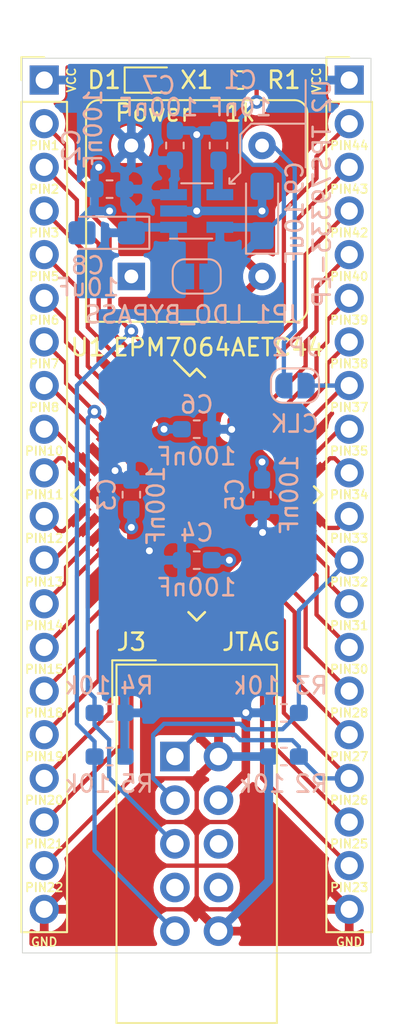
<source format=kicad_pcb>
(kicad_pcb (version 20171130) (host pcbnew "(5.1.0)-1")

  (general
    (thickness 1.6)
    (drawings 52)
    (tracks 333)
    (zones 0)
    (modules 23)
    (nets 47)
  )

  (page USLetter)
  (layers
    (0 F.Cu signal)
    (31 B.Cu signal)
    (32 B.Adhes user)
    (33 F.Adhes user)
    (34 B.Paste user)
    (35 F.Paste user)
    (36 B.SilkS user)
    (37 F.SilkS user)
    (38 B.Mask user)
    (39 F.Mask user)
    (40 Dwgs.User user)
    (41 Cmts.User user)
    (42 Eco1.User user)
    (43 Eco2.User user)
    (44 Edge.Cuts user)
    (45 Margin user)
    (46 B.CrtYd user)
    (47 F.CrtYd user)
    (48 B.Fab user)
    (49 F.Fab user)
  )

  (setup
    (last_trace_width 0.25)
    (user_trace_width 0.25)
    (trace_clearance 0.2)
    (zone_clearance 0.3048)
    (zone_45_only no)
    (trace_min 0.2)
    (via_size 0.8)
    (via_drill 0.4)
    (via_min_size 0.4)
    (via_min_drill 0.3)
    (uvia_size 0.3)
    (uvia_drill 0.1)
    (uvias_allowed no)
    (uvia_min_size 0.2)
    (uvia_min_drill 0.1)
    (edge_width 0.05)
    (segment_width 0.2)
    (pcb_text_width 0.3)
    (pcb_text_size 1.5 1.5)
    (mod_edge_width 0.12)
    (mod_text_size 1 1)
    (mod_text_width 0.15)
    (pad_size 1.524 1.524)
    (pad_drill 0.762)
    (pad_to_mask_clearance 0.051)
    (solder_mask_min_width 0.25)
    (aux_axis_origin 0 0)
    (visible_elements FFFFFF7F)
    (pcbplotparams
      (layerselection 0x010fc_ffffffff)
      (usegerberextensions false)
      (usegerberattributes false)
      (usegerberadvancedattributes false)
      (creategerberjobfile false)
      (excludeedgelayer true)
      (linewidth 0.100000)
      (plotframeref false)
      (viasonmask false)
      (mode 1)
      (useauxorigin false)
      (hpglpennumber 1)
      (hpglpenspeed 20)
      (hpglpendiameter 15.000000)
      (psnegative false)
      (psa4output false)
      (plotreference true)
      (plotvalue true)
      (plotinvisibletext false)
      (padsonsilk false)
      (subtractmaskfromsilk false)
      (outputformat 1)
      (mirror false)
      (drillshape 0)
      (scaleselection 1)
      (outputdirectory "gerber"))
  )

  (net 0 "")
  (net 1 GND)
  (net 2 VCC)
  (net 3 +3V3)
  (net 4 "Net-(D1-Pad2)")
  (net 5 /PIN22)
  (net 6 /PIN21)
  (net 7 /PIN20)
  (net 8 /PIN19)
  (net 9 /PIN18)
  (net 10 /PIN15)
  (net 11 /PIN14)
  (net 12 /PIN13)
  (net 13 /PIN12)
  (net 14 /PIN11)
  (net 15 /PIN10)
  (net 16 /PIN8)
  (net 17 /PIN7_TMS)
  (net 18 /PIN6)
  (net 19 /PIN5)
  (net 20 /PIN3)
  (net 21 /PIN2)
  (net 22 /PIN1_TDI)
  (net 23 /PIN23)
  (net 24 /PIN25)
  (net 25 /PIN26_TCK)
  (net 26 /PIN27)
  (net 27 /PIN28)
  (net 28 /PIN30)
  (net 29 /PIN31)
  (net 30 /PIN32_TDO)
  (net 31 /PIN33)
  (net 32 /PIN34)
  (net 33 /PIN35)
  (net 34 /PIN37)
  (net 35 /PIN38)
  (net 36 /PIN39)
  (net 37 /PIN40)
  (net 38 /PIN42)
  (net 39 /PIN43)
  (net 40 /PIN44)
  (net 41 "Net-(J3-Pad7)")
  (net 42 "Net-(J3-Pad8)")
  (net 43 "Net-(JP2-Pad1)")
  (net 44 "Net-(X1-Pad1)")
  (net 45 /NR)
  (net 46 "Net-(J3-Pad6)")

  (net_class Default "This is the default net class."
    (clearance 0.2)
    (trace_width 0.25)
    (via_dia 0.8)
    (via_drill 0.4)
    (uvia_dia 0.3)
    (uvia_drill 0.1)
    (add_net /PIN10)
    (add_net /PIN11)
    (add_net /PIN12)
    (add_net /PIN13)
    (add_net /PIN14)
    (add_net /PIN15)
    (add_net /PIN18)
    (add_net /PIN19)
    (add_net /PIN1_TDI)
    (add_net /PIN2)
    (add_net /PIN20)
    (add_net /PIN21)
    (add_net /PIN22)
    (add_net /PIN23)
    (add_net /PIN25)
    (add_net /PIN26_TCK)
    (add_net /PIN27)
    (add_net /PIN28)
    (add_net /PIN3)
    (add_net /PIN30)
    (add_net /PIN31)
    (add_net /PIN32_TDO)
    (add_net /PIN33)
    (add_net /PIN34)
    (add_net /PIN35)
    (add_net /PIN37)
    (add_net /PIN38)
    (add_net /PIN39)
    (add_net /PIN40)
    (add_net /PIN42)
    (add_net /PIN43)
    (add_net /PIN44)
    (add_net /PIN5)
    (add_net /PIN6)
    (add_net /PIN7_TMS)
    (add_net /PIN8)
    (add_net "Net-(D1-Pad2)")
    (add_net "Net-(J3-Pad6)")
    (add_net "Net-(J3-Pad7)")
    (add_net "Net-(J3-Pad8)")
    (add_net "Net-(JP2-Pad1)")
    (add_net "Net-(X1-Pad1)")
  )

  (net_class Power ""
    (clearance 0.2)
    (trace_width 0.5)
    (via_dia 0.8)
    (via_drill 0.4)
    (uvia_dia 0.3)
    (uvia_drill 0.1)
    (add_net +3V3)
    (add_net /NR)
    (add_net GND)
    (add_net VCC)
  )

  (module Oscillator:Oscillator_DIP-8 (layer F.Cu) (tedit 58CD3344) (tstamp 5D81DF1A)
    (at 133.35 88.9)
    (descr "Oscillator, DIP8,http://cdn-reichelt.de/documents/datenblatt/B400/OSZI.pdf")
    (tags oscillator)
    (path /5DA7CFA1)
    (fp_text reference X1 (at 3.81 -11.43) (layer F.SilkS)
      (effects (font (size 1 1) (thickness 0.15)))
    )
    (fp_text value CXO_DIP8 (at 3.81 -13.6525) (layer F.Fab)
      (effects (font (size 1 1) (thickness 0.15)))
    )
    (fp_text user %R (at 3.81 -3.81) (layer F.Fab)
      (effects (font (size 1 1) (thickness 0.15)))
    )
    (fp_line (start 10.41 2.79) (end 10.41 -10.41) (layer F.CrtYd) (width 0.05))
    (fp_line (start 10.41 -10.41) (end -2.79 -10.41) (layer F.CrtYd) (width 0.05))
    (fp_line (start -2.79 -10.41) (end -2.79 2.79) (layer F.CrtYd) (width 0.05))
    (fp_line (start -2.79 2.79) (end 10.41 2.79) (layer F.CrtYd) (width 0.05))
    (fp_line (start 9.16 1.19) (end 9.16 -8.81) (layer F.Fab) (width 0.1))
    (fp_line (start -1.19 -9.16) (end 8.81 -9.16) (layer F.Fab) (width 0.1))
    (fp_line (start -1.54 1.54) (end -1.54 -8.81) (layer F.Fab) (width 0.1))
    (fp_line (start -1.54 1.54) (end 8.81 1.54) (layer F.Fab) (width 0.1))
    (fp_line (start -2.64 -9.51) (end -2.64 2.64) (layer F.SilkS) (width 0.12))
    (fp_line (start 9.51 -10.26) (end -1.89 -10.26) (layer F.SilkS) (width 0.12))
    (fp_line (start 10.26 1.89) (end 10.26 -9.51) (layer F.SilkS) (width 0.12))
    (fp_line (start -2.64 2.64) (end 9.51 2.64) (layer F.SilkS) (width 0.12))
    (fp_line (start -2.54 2.54) (end 9.51 2.54) (layer F.Fab) (width 0.1))
    (fp_line (start 10.16 -9.51) (end 10.16 1.89) (layer F.Fab) (width 0.1))
    (fp_line (start -1.89 -10.16) (end 9.51 -10.16) (layer F.Fab) (width 0.1))
    (fp_line (start -2.54 2.54) (end -2.54 -9.51) (layer F.Fab) (width 0.1))
    (fp_arc (start 8.81 1.19) (end 9.16 1.19) (angle 90) (layer F.Fab) (width 0.1))
    (fp_arc (start 8.81 -8.81) (end 8.81 -9.16) (angle 90) (layer F.Fab) (width 0.1))
    (fp_arc (start -1.19 -8.81) (end -1.54 -8.81) (angle 90) (layer F.Fab) (width 0.1))
    (fp_arc (start 9.51 1.89) (end 10.26 1.89) (angle 90) (layer F.SilkS) (width 0.12))
    (fp_arc (start 9.51 -9.51) (end 9.51 -10.26) (angle 90) (layer F.SilkS) (width 0.12))
    (fp_arc (start -1.89 -9.51) (end -2.64 -9.51) (angle 90) (layer F.SilkS) (width 0.12))
    (fp_arc (start 9.51 1.89) (end 10.16 1.89) (angle 90) (layer F.Fab) (width 0.1))
    (fp_arc (start 9.51 -9.51) (end 9.51 -10.16) (angle 90) (layer F.Fab) (width 0.1))
    (fp_arc (start -1.89 -9.51) (end -2.54 -9.51) (angle 90) (layer F.Fab) (width 0.1))
    (pad 1 thru_hole rect (at 0 0) (size 1.6 1.6) (drill 0.8) (layers *.Cu *.Mask)
      (net 44 "Net-(X1-Pad1)"))
    (pad 8 thru_hole circle (at 0 -7.62) (size 1.6 1.6) (drill 0.8) (layers *.Cu *.Mask)
      (net 2 VCC))
    (pad 5 thru_hole circle (at 7.62 -7.62) (size 1.6 1.6) (drill 0.8) (layers *.Cu *.Mask)
      (net 43 "Net-(JP2-Pad1)"))
    (pad 4 thru_hole circle (at 7.62 0) (size 1.6 1.6) (drill 0.8) (layers *.Cu *.Mask)
      (net 1 GND))
    (model ${KISYS3DMOD}/Oscillator.3dshapes/Oscillator_DIP-8.wrl
      (at (xyz 0 0 0))
      (scale (xyz 1 1 1))
      (rotate (xyz 0 0 0))
    )
  )

  (module Connector_PinHeader_2.54mm:PinHeader_1x20_P2.54mm_Vertical (layer F.Cu) (tedit 59FED5CC) (tstamp 5D815FC0)
    (at 128.27 77.47)
    (descr "Through hole straight pin header, 1x20, 2.54mm pitch, single row")
    (tags "Through hole pin header THT 1x20 2.54mm single row")
    (path /5D83ED94)
    (fp_text reference J1 (at 0 -3.81) (layer F.Fab)
      (effects (font (size 1 1) (thickness 0.15)))
    )
    (fp_text value Pins_1 (at 0 -2.54) (layer F.Fab)
      (effects (font (size 1 1) (thickness 0.15)))
    )
    (fp_text user %R (at 0 24.13 90) (layer F.Fab)
      (effects (font (size 1 1) (thickness 0.15)))
    )
    (fp_line (start 1.8 -1.8) (end -1.8 -1.8) (layer F.CrtYd) (width 0.05))
    (fp_line (start 1.8 50.05) (end 1.8 -1.8) (layer F.CrtYd) (width 0.05))
    (fp_line (start -1.8 50.05) (end 1.8 50.05) (layer F.CrtYd) (width 0.05))
    (fp_line (start -1.8 -1.8) (end -1.8 50.05) (layer F.CrtYd) (width 0.05))
    (fp_line (start -1.33 -1.33) (end 0 -1.33) (layer F.SilkS) (width 0.12))
    (fp_line (start -1.33 0) (end -1.33 -1.33) (layer F.SilkS) (width 0.12))
    (fp_line (start -1.33 1.27) (end 1.33 1.27) (layer F.SilkS) (width 0.12))
    (fp_line (start 1.33 1.27) (end 1.33 49.59) (layer F.SilkS) (width 0.12))
    (fp_line (start -1.33 1.27) (end -1.33 49.59) (layer F.SilkS) (width 0.12))
    (fp_line (start -1.33 49.59) (end 1.33 49.59) (layer F.SilkS) (width 0.12))
    (fp_line (start -1.27 -0.635) (end -0.635 -1.27) (layer F.Fab) (width 0.1))
    (fp_line (start -1.27 49.53) (end -1.27 -0.635) (layer F.Fab) (width 0.1))
    (fp_line (start 1.27 49.53) (end -1.27 49.53) (layer F.Fab) (width 0.1))
    (fp_line (start 1.27 -1.27) (end 1.27 49.53) (layer F.Fab) (width 0.1))
    (fp_line (start -0.635 -1.27) (end 1.27 -1.27) (layer F.Fab) (width 0.1))
    (pad 20 thru_hole oval (at 0 48.26) (size 1.7 1.7) (drill 1) (layers *.Cu *.Mask)
      (net 1 GND))
    (pad 19 thru_hole oval (at 0 45.72) (size 1.7 1.7) (drill 1) (layers *.Cu *.Mask)
      (net 5 /PIN22))
    (pad 18 thru_hole oval (at 0 43.18) (size 1.7 1.7) (drill 1) (layers *.Cu *.Mask)
      (net 6 /PIN21))
    (pad 17 thru_hole oval (at 0 40.64) (size 1.7 1.7) (drill 1) (layers *.Cu *.Mask)
      (net 7 /PIN20))
    (pad 16 thru_hole oval (at 0 38.1) (size 1.7 1.7) (drill 1) (layers *.Cu *.Mask)
      (net 8 /PIN19))
    (pad 15 thru_hole oval (at 0 35.56) (size 1.7 1.7) (drill 1) (layers *.Cu *.Mask)
      (net 9 /PIN18))
    (pad 14 thru_hole oval (at 0 33.02) (size 1.7 1.7) (drill 1) (layers *.Cu *.Mask)
      (net 10 /PIN15))
    (pad 13 thru_hole oval (at 0 30.48) (size 1.7 1.7) (drill 1) (layers *.Cu *.Mask)
      (net 11 /PIN14))
    (pad 12 thru_hole oval (at 0 27.94) (size 1.7 1.7) (drill 1) (layers *.Cu *.Mask)
      (net 12 /PIN13))
    (pad 11 thru_hole oval (at 0 25.4) (size 1.7 1.7) (drill 1) (layers *.Cu *.Mask)
      (net 13 /PIN12))
    (pad 10 thru_hole oval (at 0 22.86) (size 1.7 1.7) (drill 1) (layers *.Cu *.Mask)
      (net 14 /PIN11))
    (pad 9 thru_hole oval (at 0 20.32) (size 1.7 1.7) (drill 1) (layers *.Cu *.Mask)
      (net 15 /PIN10))
    (pad 8 thru_hole oval (at 0 17.78) (size 1.7 1.7) (drill 1) (layers *.Cu *.Mask)
      (net 16 /PIN8))
    (pad 7 thru_hole oval (at 0 15.24) (size 1.7 1.7) (drill 1) (layers *.Cu *.Mask)
      (net 17 /PIN7_TMS))
    (pad 6 thru_hole oval (at 0 12.7) (size 1.7 1.7) (drill 1) (layers *.Cu *.Mask)
      (net 18 /PIN6))
    (pad 5 thru_hole oval (at 0 10.16) (size 1.7 1.7) (drill 1) (layers *.Cu *.Mask)
      (net 19 /PIN5))
    (pad 4 thru_hole oval (at 0 7.62) (size 1.7 1.7) (drill 1) (layers *.Cu *.Mask)
      (net 20 /PIN3))
    (pad 3 thru_hole oval (at 0 5.08) (size 1.7 1.7) (drill 1) (layers *.Cu *.Mask)
      (net 21 /PIN2))
    (pad 2 thru_hole oval (at 0 2.54) (size 1.7 1.7) (drill 1) (layers *.Cu *.Mask)
      (net 22 /PIN1_TDI))
    (pad 1 thru_hole rect (at 0 0) (size 1.7 1.7) (drill 1) (layers *.Cu *.Mask)
      (net 2 VCC))
    (model ${KISYS3DMOD}/Connector_PinHeader_2.54mm.3dshapes/PinHeader_1x20_P2.54mm_Vertical.wrl
      (at (xyz 0 0 0))
      (scale (xyz 1 1 1))
      (rotate (xyz 0 0 0))
    )
  )

  (module Connector_IDC:IDC-Header_2x05_P2.54mm_Vertical (layer F.Cu) (tedit 59DE0611) (tstamp 5D81C565)
    (at 135.89 116.84)
    (descr "Through hole straight IDC box header, 2x05, 2.54mm pitch, double rows")
    (tags "Through hole IDC box header THT 2x05 2.54mm double row")
    (path /5D8C83D2)
    (fp_text reference J3 (at -2.54 -6.6675 180) (layer F.SilkS)
      (effects (font (size 1 1) (thickness 0.15)))
    )
    (fp_text value JTAG (at 4.445 -6.6675) (layer F.SilkS)
      (effects (font (size 1 1) (thickness 0.15)))
    )
    (fp_text user %R (at 1.27 5.08) (layer F.Fab)
      (effects (font (size 1 1) (thickness 0.15)))
    )
    (fp_line (start 5.695 -5.1) (end 5.695 15.26) (layer F.Fab) (width 0.1))
    (fp_line (start 5.145 -4.56) (end 5.145 14.7) (layer F.Fab) (width 0.1))
    (fp_line (start -3.155 -5.1) (end -3.155 15.26) (layer F.Fab) (width 0.1))
    (fp_line (start -2.605 -4.56) (end -2.605 2.83) (layer F.Fab) (width 0.1))
    (fp_line (start -2.605 7.33) (end -2.605 14.7) (layer F.Fab) (width 0.1))
    (fp_line (start -2.605 2.83) (end -3.155 2.83) (layer F.Fab) (width 0.1))
    (fp_line (start -2.605 7.33) (end -3.155 7.33) (layer F.Fab) (width 0.1))
    (fp_line (start 5.695 -5.1) (end -3.155 -5.1) (layer F.Fab) (width 0.1))
    (fp_line (start 5.145 -4.56) (end -2.605 -4.56) (layer F.Fab) (width 0.1))
    (fp_line (start 5.695 15.26) (end -3.155 15.26) (layer F.Fab) (width 0.1))
    (fp_line (start 5.145 14.7) (end -2.605 14.7) (layer F.Fab) (width 0.1))
    (fp_line (start 5.695 -5.1) (end 5.145 -4.56) (layer F.Fab) (width 0.1))
    (fp_line (start 5.695 15.26) (end 5.145 14.7) (layer F.Fab) (width 0.1))
    (fp_line (start -3.155 -5.1) (end -2.605 -4.56) (layer F.Fab) (width 0.1))
    (fp_line (start -3.155 15.26) (end -2.605 14.7) (layer F.Fab) (width 0.1))
    (fp_line (start 5.95 -5.35) (end 5.95 15.51) (layer F.CrtYd) (width 0.05))
    (fp_line (start 5.95 15.51) (end -3.41 15.51) (layer F.CrtYd) (width 0.05))
    (fp_line (start -3.41 15.51) (end -3.41 -5.35) (layer F.CrtYd) (width 0.05))
    (fp_line (start -3.41 -5.35) (end 5.95 -5.35) (layer F.CrtYd) (width 0.05))
    (fp_line (start 5.945 -5.35) (end 5.945 15.51) (layer F.SilkS) (width 0.12))
    (fp_line (start 5.945 15.51) (end -3.405 15.51) (layer F.SilkS) (width 0.12))
    (fp_line (start -3.405 15.51) (end -3.405 -5.35) (layer F.SilkS) (width 0.12))
    (fp_line (start -3.405 -5.35) (end 5.945 -5.35) (layer F.SilkS) (width 0.12))
    (fp_line (start -3.655 -5.6) (end -3.655 -3.06) (layer F.SilkS) (width 0.12))
    (fp_line (start -3.655 -5.6) (end -1.115 -5.6) (layer F.SilkS) (width 0.12))
    (pad 1 thru_hole rect (at 0 0) (size 1.7272 1.7272) (drill 1.016) (layers *.Cu *.Mask)
      (net 25 /PIN26_TCK))
    (pad 2 thru_hole oval (at 2.54 0) (size 1.7272 1.7272) (drill 1.016) (layers *.Cu *.Mask)
      (net 1 GND))
    (pad 3 thru_hole oval (at 0 2.54) (size 1.7272 1.7272) (drill 1.016) (layers *.Cu *.Mask)
      (net 30 /PIN32_TDO))
    (pad 4 thru_hole oval (at 2.54 2.54) (size 1.7272 1.7272) (drill 1.016) (layers *.Cu *.Mask)
      (net 3 +3V3))
    (pad 5 thru_hole oval (at 0 5.08) (size 1.7272 1.7272) (drill 1.016) (layers *.Cu *.Mask)
      (net 17 /PIN7_TMS))
    (pad 6 thru_hole oval (at 2.54 5.08) (size 1.7272 1.7272) (drill 1.016) (layers *.Cu *.Mask)
      (net 46 "Net-(J3-Pad6)"))
    (pad 7 thru_hole oval (at 0 7.62) (size 1.7272 1.7272) (drill 1.016) (layers *.Cu *.Mask)
      (net 41 "Net-(J3-Pad7)"))
    (pad 8 thru_hole oval (at 2.54 7.62) (size 1.7272 1.7272) (drill 1.016) (layers *.Cu *.Mask)
      (net 42 "Net-(J3-Pad8)"))
    (pad 9 thru_hole oval (at 0 10.16) (size 1.7272 1.7272) (drill 1.016) (layers *.Cu *.Mask)
      (net 22 /PIN1_TDI))
    (pad 10 thru_hole oval (at 2.54 10.16) (size 1.7272 1.7272) (drill 1.016) (layers *.Cu *.Mask)
      (net 1 GND))
    (model ${KISYS3DMOD}/Connector_IDC.3dshapes/IDC-Header_2x05_P2.54mm_Vertical.wrl
      (at (xyz 0 0 0))
      (scale (xyz 1 1 1))
      (rotate (xyz 0 0 0))
    )
  )

  (module Capacitor_SMD:C_0603_1608Metric_Pad1.05x0.95mm_HandSolder (layer B.Cu) (tedit 5B301BBE) (tstamp 5D81D5BE)
    (at 137.16 97.79 180)
    (descr "Capacitor SMD 0603 (1608 Metric), square (rectangular) end terminal, IPC_7351 nominal with elongated pad for handsoldering. (Body size source: http://www.tortai-tech.com/upload/download/2011102023233369053.pdf), generated with kicad-footprint-generator")
    (tags "capacitor handsolder")
    (path /5D8A0A45)
    (attr smd)
    (fp_text reference C6 (at 0 1.43 180) (layer B.SilkS)
      (effects (font (size 1 1) (thickness 0.15)) (justify mirror))
    )
    (fp_text value 100nF (at 0 -1.5875 180) (layer B.SilkS)
      (effects (font (size 1 1) (thickness 0.15)) (justify mirror))
    )
    (fp_text user %R (at 0 0 180) (layer B.Fab)
      (effects (font (size 0.4 0.4) (thickness 0.06)) (justify mirror))
    )
    (fp_line (start 1.65 -0.73) (end -1.65 -0.73) (layer B.CrtYd) (width 0.05))
    (fp_line (start 1.65 0.73) (end 1.65 -0.73) (layer B.CrtYd) (width 0.05))
    (fp_line (start -1.65 0.73) (end 1.65 0.73) (layer B.CrtYd) (width 0.05))
    (fp_line (start -1.65 -0.73) (end -1.65 0.73) (layer B.CrtYd) (width 0.05))
    (fp_line (start -0.171267 -0.51) (end 0.171267 -0.51) (layer B.SilkS) (width 0.12))
    (fp_line (start -0.171267 0.51) (end 0.171267 0.51) (layer B.SilkS) (width 0.12))
    (fp_line (start 0.8 -0.4) (end -0.8 -0.4) (layer B.Fab) (width 0.1))
    (fp_line (start 0.8 0.4) (end 0.8 -0.4) (layer B.Fab) (width 0.1))
    (fp_line (start -0.8 0.4) (end 0.8 0.4) (layer B.Fab) (width 0.1))
    (fp_line (start -0.8 -0.4) (end -0.8 0.4) (layer B.Fab) (width 0.1))
    (pad 2 smd roundrect (at 0.875 0 180) (size 1.05 0.95) (layers B.Cu B.Paste B.Mask) (roundrect_rratio 0.25)
      (net 1 GND))
    (pad 1 smd roundrect (at -0.875 0 180) (size 1.05 0.95) (layers B.Cu B.Paste B.Mask) (roundrect_rratio 0.25)
      (net 3 +3V3))
    (model ${KISYS3DMOD}/Capacitor_SMD.3dshapes/C_0603_1608Metric.wrl
      (at (xyz 0 0 0))
      (scale (xyz 1 1 1))
      (rotate (xyz 0 0 0))
    )
  )

  (module Capacitor_SMD:C_0603_1608Metric_Pad1.05x0.95mm_HandSolder (layer B.Cu) (tedit 5B301BBE) (tstamp 5D815F3D)
    (at 140.97 101.6 90)
    (descr "Capacitor SMD 0603 (1608 Metric), square (rectangular) end terminal, IPC_7351 nominal with elongated pad for handsoldering. (Body size source: http://www.tortai-tech.com/upload/download/2011102023233369053.pdf), generated with kicad-footprint-generator")
    (tags "capacitor handsolder")
    (path /5D8A063F)
    (attr smd)
    (fp_text reference C5 (at 0 -1.5875 90) (layer B.SilkS)
      (effects (font (size 1 1) (thickness 0.15)) (justify mirror))
    )
    (fp_text value 100nF (at 0 1.5875 90) (layer B.SilkS)
      (effects (font (size 1 1) (thickness 0.15)) (justify mirror))
    )
    (fp_line (start -0.8 -0.4) (end -0.8 0.4) (layer B.Fab) (width 0.1))
    (fp_line (start -0.8 0.4) (end 0.8 0.4) (layer B.Fab) (width 0.1))
    (fp_line (start 0.8 0.4) (end 0.8 -0.4) (layer B.Fab) (width 0.1))
    (fp_line (start 0.8 -0.4) (end -0.8 -0.4) (layer B.Fab) (width 0.1))
    (fp_line (start -0.171267 0.51) (end 0.171267 0.51) (layer B.SilkS) (width 0.12))
    (fp_line (start -0.171267 -0.51) (end 0.171267 -0.51) (layer B.SilkS) (width 0.12))
    (fp_line (start -1.65 -0.73) (end -1.65 0.73) (layer B.CrtYd) (width 0.05))
    (fp_line (start -1.65 0.73) (end 1.65 0.73) (layer B.CrtYd) (width 0.05))
    (fp_line (start 1.65 0.73) (end 1.65 -0.73) (layer B.CrtYd) (width 0.05))
    (fp_line (start 1.65 -0.73) (end -1.65 -0.73) (layer B.CrtYd) (width 0.05))
    (fp_text user %R (at 0 0 90) (layer B.Fab)
      (effects (font (size 0.4 0.4) (thickness 0.06)) (justify mirror))
    )
    (pad 1 smd roundrect (at -0.875 0 90) (size 1.05 0.95) (layers B.Cu B.Paste B.Mask) (roundrect_rratio 0.25)
      (net 3 +3V3))
    (pad 2 smd roundrect (at 0.875 0 90) (size 1.05 0.95) (layers B.Cu B.Paste B.Mask) (roundrect_rratio 0.25)
      (net 1 GND))
    (model ${KISYS3DMOD}/Capacitor_SMD.3dshapes/C_0603_1608Metric.wrl
      (at (xyz 0 0 0))
      (scale (xyz 1 1 1))
      (rotate (xyz 0 0 0))
    )
  )

  (module Connector_PinHeader_2.54mm:PinHeader_1x20_P2.54mm_Vertical (layer F.Cu) (tedit 59FED5CC) (tstamp 5D816FE4)
    (at 146.05 77.47)
    (descr "Through hole straight pin header, 1x20, 2.54mm pitch, single row")
    (tags "Through hole pin header THT 1x20 2.54mm single row")
    (path /5D83ABC3)
    (fp_text reference J2 (at 0 -3.81) (layer F.Fab)
      (effects (font (size 1 1) (thickness 0.15)))
    )
    (fp_text value Pins_2 (at 0 -2.54) (layer F.Fab)
      (effects (font (size 1 1) (thickness 0.15)))
    )
    (fp_line (start -0.635 -1.27) (end 1.27 -1.27) (layer F.Fab) (width 0.1))
    (fp_line (start 1.27 -1.27) (end 1.27 49.53) (layer F.Fab) (width 0.1))
    (fp_line (start 1.27 49.53) (end -1.27 49.53) (layer F.Fab) (width 0.1))
    (fp_line (start -1.27 49.53) (end -1.27 -0.635) (layer F.Fab) (width 0.1))
    (fp_line (start -1.27 -0.635) (end -0.635 -1.27) (layer F.Fab) (width 0.1))
    (fp_line (start -1.33 49.59) (end 1.33 49.59) (layer F.SilkS) (width 0.12))
    (fp_line (start -1.33 1.27) (end -1.33 49.59) (layer F.SilkS) (width 0.12))
    (fp_line (start 1.33 1.27) (end 1.33 49.59) (layer F.SilkS) (width 0.12))
    (fp_line (start -1.33 1.27) (end 1.33 1.27) (layer F.SilkS) (width 0.12))
    (fp_line (start -1.33 0) (end -1.33 -1.33) (layer F.SilkS) (width 0.12))
    (fp_line (start -1.33 -1.33) (end 0 -1.33) (layer F.SilkS) (width 0.12))
    (fp_line (start -1.8 -1.8) (end -1.8 50.05) (layer F.CrtYd) (width 0.05))
    (fp_line (start -1.8 50.05) (end 1.8 50.05) (layer F.CrtYd) (width 0.05))
    (fp_line (start 1.8 50.05) (end 1.8 -1.8) (layer F.CrtYd) (width 0.05))
    (fp_line (start 1.8 -1.8) (end -1.8 -1.8) (layer F.CrtYd) (width 0.05))
    (fp_text user %R (at 0 24.13 90) (layer F.Fab)
      (effects (font (size 1 1) (thickness 0.15)))
    )
    (pad 1 thru_hole rect (at 0 0) (size 1.7 1.7) (drill 1) (layers *.Cu *.Mask)
      (net 2 VCC))
    (pad 2 thru_hole oval (at 0 2.54) (size 1.7 1.7) (drill 1) (layers *.Cu *.Mask)
      (net 40 /PIN44))
    (pad 3 thru_hole oval (at 0 5.08) (size 1.7 1.7) (drill 1) (layers *.Cu *.Mask)
      (net 39 /PIN43))
    (pad 4 thru_hole oval (at 0 7.62) (size 1.7 1.7) (drill 1) (layers *.Cu *.Mask)
      (net 38 /PIN42))
    (pad 5 thru_hole oval (at 0 10.16) (size 1.7 1.7) (drill 1) (layers *.Cu *.Mask)
      (net 37 /PIN40))
    (pad 6 thru_hole oval (at 0 12.7) (size 1.7 1.7) (drill 1) (layers *.Cu *.Mask)
      (net 36 /PIN39))
    (pad 7 thru_hole oval (at 0 15.24) (size 1.7 1.7) (drill 1) (layers *.Cu *.Mask)
      (net 35 /PIN38))
    (pad 8 thru_hole oval (at 0 17.78) (size 1.7 1.7) (drill 1) (layers *.Cu *.Mask)
      (net 34 /PIN37))
    (pad 9 thru_hole oval (at 0 20.32) (size 1.7 1.7) (drill 1) (layers *.Cu *.Mask)
      (net 33 /PIN35))
    (pad 10 thru_hole oval (at 0 22.86) (size 1.7 1.7) (drill 1) (layers *.Cu *.Mask)
      (net 32 /PIN34))
    (pad 11 thru_hole oval (at 0 25.4) (size 1.7 1.7) (drill 1) (layers *.Cu *.Mask)
      (net 31 /PIN33))
    (pad 12 thru_hole oval (at 0 27.94) (size 1.7 1.7) (drill 1) (layers *.Cu *.Mask)
      (net 30 /PIN32_TDO))
    (pad 13 thru_hole oval (at 0 30.48) (size 1.7 1.7) (drill 1) (layers *.Cu *.Mask)
      (net 29 /PIN31))
    (pad 14 thru_hole oval (at 0 33.02) (size 1.7 1.7) (drill 1) (layers *.Cu *.Mask)
      (net 28 /PIN30))
    (pad 15 thru_hole oval (at 0 35.56) (size 1.7 1.7) (drill 1) (layers *.Cu *.Mask)
      (net 27 /PIN28))
    (pad 16 thru_hole oval (at 0 38.1) (size 1.7 1.7) (drill 1) (layers *.Cu *.Mask)
      (net 26 /PIN27))
    (pad 17 thru_hole oval (at 0 40.64) (size 1.7 1.7) (drill 1) (layers *.Cu *.Mask)
      (net 25 /PIN26_TCK))
    (pad 18 thru_hole oval (at 0 43.18) (size 1.7 1.7) (drill 1) (layers *.Cu *.Mask)
      (net 24 /PIN25))
    (pad 19 thru_hole oval (at 0 45.72) (size 1.7 1.7) (drill 1) (layers *.Cu *.Mask)
      (net 23 /PIN23))
    (pad 20 thru_hole oval (at 0 48.26) (size 1.7 1.7) (drill 1) (layers *.Cu *.Mask)
      (net 1 GND))
    (model ${KISYS3DMOD}/Connector_PinHeader_2.54mm.3dshapes/PinHeader_1x20_P2.54mm_Vertical.wrl
      (at (xyz 0 0 0))
      (scale (xyz 1 1 1))
      (rotate (xyz 0 0 0))
    )
  )

  (module Capacitor_SMD:C_0603_1608Metric_Pad1.05x0.95mm_HandSolder (layer B.Cu) (tedit 5B301BBE) (tstamp 5D815EF9)
    (at 138.43 81.28 90)
    (descr "Capacitor SMD 0603 (1608 Metric), square (rectangular) end terminal, IPC_7351 nominal with elongated pad for handsoldering. (Body size source: http://www.tortai-tech.com/upload/download/2011102023233369053.pdf), generated with kicad-footprint-generator")
    (tags "capacitor handsolder")
    (path /5D87F6FE)
    (attr smd)
    (fp_text reference C1 (at 3.81 1.27 180) (layer B.SilkS)
      (effects (font (size 1 1) (thickness 0.15)) (justify mirror))
    )
    (fp_text value 10nF (at 2.2225 1.27 180) (layer B.SilkS)
      (effects (font (size 1 1) (thickness 0.15)) (justify mirror))
    )
    (fp_text user %R (at 0 0 90) (layer B.Fab)
      (effects (font (size 0.4 0.4) (thickness 0.06)) (justify mirror))
    )
    (fp_line (start 1.65 -0.73) (end -1.65 -0.73) (layer B.CrtYd) (width 0.05))
    (fp_line (start 1.65 0.73) (end 1.65 -0.73) (layer B.CrtYd) (width 0.05))
    (fp_line (start -1.65 0.73) (end 1.65 0.73) (layer B.CrtYd) (width 0.05))
    (fp_line (start -1.65 -0.73) (end -1.65 0.73) (layer B.CrtYd) (width 0.05))
    (fp_line (start -0.171267 -0.51) (end 0.171267 -0.51) (layer B.SilkS) (width 0.12))
    (fp_line (start -0.171267 0.51) (end 0.171267 0.51) (layer B.SilkS) (width 0.12))
    (fp_line (start 0.8 -0.4) (end -0.8 -0.4) (layer B.Fab) (width 0.1))
    (fp_line (start 0.8 0.4) (end 0.8 -0.4) (layer B.Fab) (width 0.1))
    (fp_line (start -0.8 0.4) (end 0.8 0.4) (layer B.Fab) (width 0.1))
    (fp_line (start -0.8 -0.4) (end -0.8 0.4) (layer B.Fab) (width 0.1))
    (pad 2 smd roundrect (at 0.875 0 90) (size 1.05 0.95) (layers B.Cu B.Paste B.Mask) (roundrect_rratio 0.25)
      (net 1 GND))
    (pad 1 smd roundrect (at -0.875 0 90) (size 1.05 0.95) (layers B.Cu B.Paste B.Mask) (roundrect_rratio 0.25)
      (net 45 /NR))
    (model ${KISYS3DMOD}/Capacitor_SMD.3dshapes/C_0603_1608Metric.wrl
      (at (xyz 0 0 0))
      (scale (xyz 1 1 1))
      (rotate (xyz 0 0 0))
    )
  )

  (module Capacitor_SMD:C_0603_1608Metric_Pad1.05x0.95mm_HandSolder (layer B.Cu) (tedit 5B301BBE) (tstamp 5D815F0A)
    (at 132.08 83.82 180)
    (descr "Capacitor SMD 0603 (1608 Metric), square (rectangular) end terminal, IPC_7351 nominal with elongated pad for handsoldering. (Body size source: http://www.tortai-tech.com/upload/download/2011102023233369053.pdf), generated with kicad-footprint-generator")
    (tags "capacitor handsolder")
    (path /5D87F34E)
    (attr smd)
    (fp_text reference C2 (at 2.2225 2.54 270) (layer B.SilkS)
      (effects (font (size 1 1) (thickness 0.15)) (justify mirror))
    )
    (fp_text value 100nF (at 0.9525 3.4925 270) (layer B.SilkS)
      (effects (font (size 1 1) (thickness 0.15)) (justify mirror))
    )
    (fp_line (start -0.8 -0.4) (end -0.8 0.4) (layer B.Fab) (width 0.1))
    (fp_line (start -0.8 0.4) (end 0.8 0.4) (layer B.Fab) (width 0.1))
    (fp_line (start 0.8 0.4) (end 0.8 -0.4) (layer B.Fab) (width 0.1))
    (fp_line (start 0.8 -0.4) (end -0.8 -0.4) (layer B.Fab) (width 0.1))
    (fp_line (start -0.171267 0.51) (end 0.171267 0.51) (layer B.SilkS) (width 0.12))
    (fp_line (start -0.171267 -0.51) (end 0.171267 -0.51) (layer B.SilkS) (width 0.12))
    (fp_line (start -1.65 -0.73) (end -1.65 0.73) (layer B.CrtYd) (width 0.05))
    (fp_line (start -1.65 0.73) (end 1.65 0.73) (layer B.CrtYd) (width 0.05))
    (fp_line (start 1.65 0.73) (end 1.65 -0.73) (layer B.CrtYd) (width 0.05))
    (fp_line (start 1.65 -0.73) (end -1.65 -0.73) (layer B.CrtYd) (width 0.05))
    (fp_text user %R (at 0 0 180) (layer B.Fab)
      (effects (font (size 0.4 0.4) (thickness 0.06)) (justify mirror))
    )
    (pad 1 smd roundrect (at -0.875 0 180) (size 1.05 0.95) (layers B.Cu B.Paste B.Mask) (roundrect_rratio 0.25)
      (net 2 VCC))
    (pad 2 smd roundrect (at 0.875 0 180) (size 1.05 0.95) (layers B.Cu B.Paste B.Mask) (roundrect_rratio 0.25)
      (net 1 GND))
    (model ${KISYS3DMOD}/Capacitor_SMD.3dshapes/C_0603_1608Metric.wrl
      (at (xyz 0 0 0))
      (scale (xyz 1 1 1))
      (rotate (xyz 0 0 0))
    )
  )

  (module Capacitor_SMD:C_0603_1608Metric_Pad1.05x0.95mm_HandSolder (layer B.Cu) (tedit 5B301BBE) (tstamp 5D819B49)
    (at 133.35 101.6 270)
    (descr "Capacitor SMD 0603 (1608 Metric), square (rectangular) end terminal, IPC_7351 nominal with elongated pad for handsoldering. (Body size source: http://www.tortai-tech.com/upload/download/2011102023233369053.pdf), generated with kicad-footprint-generator")
    (tags "capacitor handsolder")
    (path /5D89EEE3)
    (attr smd)
    (fp_text reference C3 (at 0 1.43 90) (layer B.SilkS)
      (effects (font (size 1 1) (thickness 0.15)) (justify mirror))
    )
    (fp_text value 100nF (at 0.635 -1.43 270) (layer B.SilkS)
      (effects (font (size 1 1) (thickness 0.15)) (justify mirror))
    )
    (fp_line (start -0.8 -0.4) (end -0.8 0.4) (layer B.Fab) (width 0.1))
    (fp_line (start -0.8 0.4) (end 0.8 0.4) (layer B.Fab) (width 0.1))
    (fp_line (start 0.8 0.4) (end 0.8 -0.4) (layer B.Fab) (width 0.1))
    (fp_line (start 0.8 -0.4) (end -0.8 -0.4) (layer B.Fab) (width 0.1))
    (fp_line (start -0.171267 0.51) (end 0.171267 0.51) (layer B.SilkS) (width 0.12))
    (fp_line (start -0.171267 -0.51) (end 0.171267 -0.51) (layer B.SilkS) (width 0.12))
    (fp_line (start -1.65 -0.73) (end -1.65 0.73) (layer B.CrtYd) (width 0.05))
    (fp_line (start -1.65 0.73) (end 1.65 0.73) (layer B.CrtYd) (width 0.05))
    (fp_line (start 1.65 0.73) (end 1.65 -0.73) (layer B.CrtYd) (width 0.05))
    (fp_line (start 1.65 -0.73) (end -1.65 -0.73) (layer B.CrtYd) (width 0.05))
    (fp_text user %R (at 0 0 270) (layer B.Fab)
      (effects (font (size 0.4 0.4) (thickness 0.06)) (justify mirror))
    )
    (pad 1 smd roundrect (at -0.875 0 270) (size 1.05 0.95) (layers B.Cu B.Paste B.Mask) (roundrect_rratio 0.25)
      (net 3 +3V3))
    (pad 2 smd roundrect (at 0.875 0 270) (size 1.05 0.95) (layers B.Cu B.Paste B.Mask) (roundrect_rratio 0.25)
      (net 1 GND))
    (model ${KISYS3DMOD}/Capacitor_SMD.3dshapes/C_0603_1608Metric.wrl
      (at (xyz 0 0 0))
      (scale (xyz 1 1 1))
      (rotate (xyz 0 0 0))
    )
  )

  (module Capacitor_SMD:C_0603_1608Metric_Pad1.05x0.95mm_HandSolder (layer B.Cu) (tedit 5B301BBE) (tstamp 5D819626)
    (at 137.16 105.41)
    (descr "Capacitor SMD 0603 (1608 Metric), square (rectangular) end terminal, IPC_7351 nominal with elongated pad for handsoldering. (Body size source: http://www.tortai-tech.com/upload/download/2011102023233369053.pdf), generated with kicad-footprint-generator")
    (tags "capacitor handsolder")
    (path /5D89F54E)
    (attr smd)
    (fp_text reference C4 (at 0 -1.5875) (layer B.SilkS)
      (effects (font (size 1 1) (thickness 0.15)) (justify mirror))
    )
    (fp_text value 100nF (at 0 1.5875) (layer B.SilkS)
      (effects (font (size 1 1) (thickness 0.15)) (justify mirror))
    )
    (fp_text user %R (at 0 0) (layer B.Fab)
      (effects (font (size 0.4 0.4) (thickness 0.06)) (justify mirror))
    )
    (fp_line (start 1.65 -0.73) (end -1.65 -0.73) (layer B.CrtYd) (width 0.05))
    (fp_line (start 1.65 0.73) (end 1.65 -0.73) (layer B.CrtYd) (width 0.05))
    (fp_line (start -1.65 0.73) (end 1.65 0.73) (layer B.CrtYd) (width 0.05))
    (fp_line (start -1.65 -0.73) (end -1.65 0.73) (layer B.CrtYd) (width 0.05))
    (fp_line (start -0.171267 -0.51) (end 0.171267 -0.51) (layer B.SilkS) (width 0.12))
    (fp_line (start -0.171267 0.51) (end 0.171267 0.51) (layer B.SilkS) (width 0.12))
    (fp_line (start 0.8 -0.4) (end -0.8 -0.4) (layer B.Fab) (width 0.1))
    (fp_line (start 0.8 0.4) (end 0.8 -0.4) (layer B.Fab) (width 0.1))
    (fp_line (start -0.8 0.4) (end 0.8 0.4) (layer B.Fab) (width 0.1))
    (fp_line (start -0.8 -0.4) (end -0.8 0.4) (layer B.Fab) (width 0.1))
    (pad 2 smd roundrect (at 0.875 0) (size 1.05 0.95) (layers B.Cu B.Paste B.Mask) (roundrect_rratio 0.25)
      (net 1 GND))
    (pad 1 smd roundrect (at -0.875 0) (size 1.05 0.95) (layers B.Cu B.Paste B.Mask) (roundrect_rratio 0.25)
      (net 3 +3V3))
    (model ${KISYS3DMOD}/Capacitor_SMD.3dshapes/C_0603_1608Metric.wrl
      (at (xyz 0 0 0))
      (scale (xyz 1 1 1))
      (rotate (xyz 0 0 0))
    )
  )

  (module Capacitor_SMD:C_0603_1608Metric_Pad1.05x0.95mm_HandSolder (layer B.Cu) (tedit 5B301BBE) (tstamp 5D815F5F)
    (at 135.89 81.28 90)
    (descr "Capacitor SMD 0603 (1608 Metric), square (rectangular) end terminal, IPC_7351 nominal with elongated pad for handsoldering. (Body size source: http://www.tortai-tech.com/upload/download/2011102023233369053.pdf), generated with kicad-footprint-generator")
    (tags "capacitor handsolder")
    (path /5D912420)
    (attr smd)
    (fp_text reference C7 (at 3.4925 -0.9525 180) (layer B.SilkS)
      (effects (font (size 1 1) (thickness 0.15)) (justify mirror))
    )
    (fp_text value 100nF (at 2.2225 -0.9525 180) (layer B.SilkS)
      (effects (font (size 1 1) (thickness 0.15)) (justify mirror))
    )
    (fp_line (start -0.8 -0.4) (end -0.8 0.4) (layer B.Fab) (width 0.1))
    (fp_line (start -0.8 0.4) (end 0.8 0.4) (layer B.Fab) (width 0.1))
    (fp_line (start 0.8 0.4) (end 0.8 -0.4) (layer B.Fab) (width 0.1))
    (fp_line (start 0.8 -0.4) (end -0.8 -0.4) (layer B.Fab) (width 0.1))
    (fp_line (start -0.171267 0.51) (end 0.171267 0.51) (layer B.SilkS) (width 0.12))
    (fp_line (start -0.171267 -0.51) (end 0.171267 -0.51) (layer B.SilkS) (width 0.12))
    (fp_line (start -1.65 -0.73) (end -1.65 0.73) (layer B.CrtYd) (width 0.05))
    (fp_line (start -1.65 0.73) (end 1.65 0.73) (layer B.CrtYd) (width 0.05))
    (fp_line (start 1.65 0.73) (end 1.65 -0.73) (layer B.CrtYd) (width 0.05))
    (fp_line (start 1.65 -0.73) (end -1.65 -0.73) (layer B.CrtYd) (width 0.05))
    (fp_text user %R (at 0 0 90) (layer B.Fab)
      (effects (font (size 0.4 0.4) (thickness 0.06)) (justify mirror))
    )
    (pad 1 smd roundrect (at -0.875 0 90) (size 1.05 0.95) (layers B.Cu B.Paste B.Mask) (roundrect_rratio 0.25)
      (net 2 VCC))
    (pad 2 smd roundrect (at 0.875 0 90) (size 1.05 0.95) (layers B.Cu B.Paste B.Mask) (roundrect_rratio 0.25)
      (net 1 GND))
    (model ${KISYS3DMOD}/Capacitor_SMD.3dshapes/C_0603_1608Metric.wrl
      (at (xyz 0 0 0))
      (scale (xyz 1 1 1))
      (rotate (xyz 0 0 0))
    )
  )

  (module Capacitor_Tantalum_SMD:CP_EIA-3216-10_Kemet-I_Pad1.58x1.35mm_HandSolder (layer B.Cu) (tedit 5B301BBE) (tstamp 5D81DD73)
    (at 131.9125 86.36 180)
    (descr "Tantalum Capacitor SMD Kemet-I (3216-10 Metric), IPC_7351 nominal, (Body size from: http://www.kemet.com/Lists/ProductCatalog/Attachments/253/KEM_TC101_STD.pdf), generated with kicad-footprint-generator")
    (tags "capacitor tantalum")
    (path /5D890D2D)
    (attr smd)
    (fp_text reference C8 (at 1.1025 -1.905 180) (layer B.SilkS)
      (effects (font (size 1 1) (thickness 0.15)) (justify mirror))
    )
    (fp_text value 10uF (at 1.1025 -3.175) (layer B.SilkS)
      (effects (font (size 1 1) (thickness 0.15)) (justify mirror))
    )
    (fp_line (start 1.6 0.8) (end -1.2 0.8) (layer B.Fab) (width 0.1))
    (fp_line (start -1.2 0.8) (end -1.6 0.4) (layer B.Fab) (width 0.1))
    (fp_line (start -1.6 0.4) (end -1.6 -0.8) (layer B.Fab) (width 0.1))
    (fp_line (start -1.6 -0.8) (end 1.6 -0.8) (layer B.Fab) (width 0.1))
    (fp_line (start 1.6 -0.8) (end 1.6 0.8) (layer B.Fab) (width 0.1))
    (fp_line (start 1.6 0.935) (end -2.485 0.935) (layer B.SilkS) (width 0.12))
    (fp_line (start -2.485 0.935) (end -2.485 -0.935) (layer B.SilkS) (width 0.12))
    (fp_line (start -2.485 -0.935) (end 1.6 -0.935) (layer B.SilkS) (width 0.12))
    (fp_line (start -2.48 -1.05) (end -2.48 1.05) (layer B.CrtYd) (width 0.05))
    (fp_line (start -2.48 1.05) (end 2.48 1.05) (layer B.CrtYd) (width 0.05))
    (fp_line (start 2.48 1.05) (end 2.48 -1.05) (layer B.CrtYd) (width 0.05))
    (fp_line (start 2.48 -1.05) (end -2.48 -1.05) (layer B.CrtYd) (width 0.05))
    (fp_text user %R (at -0.1675 0 180) (layer B.Fab)
      (effects (font (size 0.8 0.8) (thickness 0.12)) (justify mirror))
    )
    (pad 1 smd roundrect (at -1.4375 0 180) (size 1.575 1.35) (layers B.Cu B.Paste B.Mask) (roundrect_rratio 0.185185)
      (net 2 VCC))
    (pad 2 smd roundrect (at 1.4375 0 180) (size 1.575 1.35) (layers B.Cu B.Paste B.Mask) (roundrect_rratio 0.185185)
      (net 1 GND))
    (model ${KISYS3DMOD}/Capacitor_Tantalum_SMD.3dshapes/CP_EIA-3216-10_Kemet-I.wrl
      (at (xyz 0 0 0))
      (scale (xyz 1 1 1))
      (rotate (xyz 0 0 0))
    )
  )

  (module Capacitor_Tantalum_SMD:CP_EIA-3216-10_Kemet-I_Pad1.58x1.35mm_HandSolder (layer B.Cu) (tedit 5B301BBE) (tstamp 5D815F85)
    (at 140.97 85.09 90)
    (descr "Tantalum Capacitor SMD Kemet-I (3216-10 Metric), IPC_7351 nominal, (Body size from: http://www.kemet.com/Lists/ProductCatalog/Attachments/253/KEM_TC101_STD.pdf), generated with kicad-footprint-generator")
    (tags "capacitor tantalum")
    (path /5D87FE32)
    (attr smd)
    (fp_text reference C9 (at 1.905 1.905 90) (layer B.SilkS)
      (effects (font (size 1 1) (thickness 0.15)) (justify mirror))
    )
    (fp_text value 10uF (at -1.27 1.905 270) (layer B.SilkS)
      (effects (font (size 1 1) (thickness 0.15)) (justify mirror))
    )
    (fp_text user %R (at 0 0 90) (layer B.Fab)
      (effects (font (size 0.8 0.8) (thickness 0.12)) (justify mirror))
    )
    (fp_line (start 2.48 -1.05) (end -2.48 -1.05) (layer B.CrtYd) (width 0.05))
    (fp_line (start 2.48 1.05) (end 2.48 -1.05) (layer B.CrtYd) (width 0.05))
    (fp_line (start -2.48 1.05) (end 2.48 1.05) (layer B.CrtYd) (width 0.05))
    (fp_line (start -2.48 -1.05) (end -2.48 1.05) (layer B.CrtYd) (width 0.05))
    (fp_line (start -2.485 -0.935) (end 1.6 -0.935) (layer B.SilkS) (width 0.12))
    (fp_line (start -2.485 0.935) (end -2.485 -0.935) (layer B.SilkS) (width 0.12))
    (fp_line (start 1.6 0.935) (end -2.485 0.935) (layer B.SilkS) (width 0.12))
    (fp_line (start 1.6 -0.8) (end 1.6 0.8) (layer B.Fab) (width 0.1))
    (fp_line (start -1.6 -0.8) (end 1.6 -0.8) (layer B.Fab) (width 0.1))
    (fp_line (start -1.6 0.4) (end -1.6 -0.8) (layer B.Fab) (width 0.1))
    (fp_line (start -1.2 0.8) (end -1.6 0.4) (layer B.Fab) (width 0.1))
    (fp_line (start 1.6 0.8) (end -1.2 0.8) (layer B.Fab) (width 0.1))
    (pad 2 smd roundrect (at 1.4375 0 90) (size 1.575 1.35) (layers B.Cu B.Paste B.Mask) (roundrect_rratio 0.185185)
      (net 1 GND))
    (pad 1 smd roundrect (at -1.4375 0 90) (size 1.575 1.35) (layers B.Cu B.Paste B.Mask) (roundrect_rratio 0.185185)
      (net 3 +3V3))
    (model ${KISYS3DMOD}/Capacitor_Tantalum_SMD.3dshapes/CP_EIA-3216-10_Kemet-I.wrl
      (at (xyz 0 0 0))
      (scale (xyz 1 1 1))
      (rotate (xyz 0 0 0))
    )
  )

  (module LED_SMD:LED_0603_1608Metric_Pad1.05x0.95mm_HandSolder (layer F.Cu) (tedit 5B4B45C9) (tstamp 5D81DF93)
    (at 134.62 77.47)
    (descr "LED SMD 0603 (1608 Metric), square (rectangular) end terminal, IPC_7351 nominal, (Body size source: http://www.tortai-tech.com/upload/download/2011102023233369053.pdf), generated with kicad-footprint-generator")
    (tags "LED handsolder")
    (path /5D8F617D)
    (attr smd)
    (fp_text reference D1 (at -2.8575 0) (layer F.SilkS)
      (effects (font (size 1 1) (thickness 0.15)))
    )
    (fp_text value Power (at 0 1.905) (layer F.SilkS)
      (effects (font (size 1 1) (thickness 0.15)))
    )
    (fp_line (start 0.8 -0.4) (end -0.5 -0.4) (layer F.Fab) (width 0.1))
    (fp_line (start -0.5 -0.4) (end -0.8 -0.1) (layer F.Fab) (width 0.1))
    (fp_line (start -0.8 -0.1) (end -0.8 0.4) (layer F.Fab) (width 0.1))
    (fp_line (start -0.8 0.4) (end 0.8 0.4) (layer F.Fab) (width 0.1))
    (fp_line (start 0.8 0.4) (end 0.8 -0.4) (layer F.Fab) (width 0.1))
    (fp_line (start 0.8 -0.735) (end -1.66 -0.735) (layer F.SilkS) (width 0.12))
    (fp_line (start -1.66 -0.735) (end -1.66 0.735) (layer F.SilkS) (width 0.12))
    (fp_line (start -1.66 0.735) (end 0.8 0.735) (layer F.SilkS) (width 0.12))
    (fp_line (start -1.65 0.73) (end -1.65 -0.73) (layer F.CrtYd) (width 0.05))
    (fp_line (start -1.65 -0.73) (end 1.65 -0.73) (layer F.CrtYd) (width 0.05))
    (fp_line (start 1.65 -0.73) (end 1.65 0.73) (layer F.CrtYd) (width 0.05))
    (fp_line (start 1.65 0.73) (end -1.65 0.73) (layer F.CrtYd) (width 0.05))
    (fp_text user %R (at 0 0) (layer F.Fab)
      (effects (font (size 0.4 0.4) (thickness 0.06)))
    )
    (pad 1 smd roundrect (at -0.875 0) (size 1.05 0.95) (layers F.Cu F.Paste F.Mask) (roundrect_rratio 0.25)
      (net 1 GND))
    (pad 2 smd roundrect (at 0.875 0) (size 1.05 0.95) (layers F.Cu F.Paste F.Mask) (roundrect_rratio 0.25)
      (net 4 "Net-(D1-Pad2)"))
    (model ${KISYS3DMOD}/LED_SMD.3dshapes/LED_0603_1608Metric.wrl
      (at (xyz 0 0 0))
      (scale (xyz 1 1 1))
      (rotate (xyz 0 0 0))
    )
  )

  (module Jumper:SolderJumper-2_P1.3mm_Open_RoundedPad1.0x1.5mm (layer B.Cu) (tedit 5B391E66) (tstamp 5D816022)
    (at 137.16 88.9)
    (descr "SMD Solder Jumper, 1x1.5mm, rounded Pads, 0.3mm gap, open")
    (tags "solder jumper open")
    (path /5D8DCCD4)
    (attr virtual)
    (fp_text reference JP1 (at 4.7625 2.2225) (layer B.SilkS)
      (effects (font (size 1 1) (thickness 0.15)) (justify mirror))
    )
    (fp_text value LDO_BYPASS (at -1.905 2.2225) (layer B.SilkS)
      (effects (font (size 1 1) (thickness 0.15)) (justify mirror))
    )
    (fp_line (start 1.65 -1.25) (end -1.65 -1.25) (layer B.CrtYd) (width 0.05))
    (fp_line (start 1.65 -1.25) (end 1.65 1.25) (layer B.CrtYd) (width 0.05))
    (fp_line (start -1.65 1.25) (end -1.65 -1.25) (layer B.CrtYd) (width 0.05))
    (fp_line (start -1.65 1.25) (end 1.65 1.25) (layer B.CrtYd) (width 0.05))
    (fp_line (start -0.7 1) (end 0.7 1) (layer B.SilkS) (width 0.12))
    (fp_line (start 1.4 0.3) (end 1.4 -0.3) (layer B.SilkS) (width 0.12))
    (fp_line (start 0.7 -1) (end -0.7 -1) (layer B.SilkS) (width 0.12))
    (fp_line (start -1.4 -0.3) (end -1.4 0.3) (layer B.SilkS) (width 0.12))
    (fp_arc (start -0.7 0.3) (end -0.7 1) (angle 90) (layer B.SilkS) (width 0.12))
    (fp_arc (start -0.7 -0.3) (end -1.4 -0.3) (angle 90) (layer B.SilkS) (width 0.12))
    (fp_arc (start 0.7 -0.3) (end 0.7 -1) (angle 90) (layer B.SilkS) (width 0.12))
    (fp_arc (start 0.7 0.3) (end 1.4 0.3) (angle 90) (layer B.SilkS) (width 0.12))
    (pad 2 smd custom (at 0.65 0) (size 1 0.5) (layers B.Cu B.Mask)
      (net 3 +3V3) (zone_connect 2)
      (options (clearance outline) (anchor rect))
      (primitives
        (gr_circle (center 0 -0.25) (end 0.5 -0.25) (width 0))
        (gr_circle (center 0 0.25) (end 0.5 0.25) (width 0))
        (gr_poly (pts
           (xy 0 0.75) (xy -0.5 0.75) (xy -0.5 -0.75) (xy 0 -0.75)) (width 0))
      ))
    (pad 1 smd custom (at -0.65 0) (size 1 0.5) (layers B.Cu B.Mask)
      (net 2 VCC) (zone_connect 2)
      (options (clearance outline) (anchor rect))
      (primitives
        (gr_circle (center 0 -0.25) (end 0.5 -0.25) (width 0))
        (gr_circle (center 0 0.25) (end 0.5 0.25) (width 0))
        (gr_poly (pts
           (xy 0 0.75) (xy 0.5 0.75) (xy 0.5 -0.75) (xy 0 -0.75)) (width 0))
      ))
  )

  (module Jumper:SolderJumper-2_P1.3mm_Open_RoundedPad1.0x1.5mm (layer B.Cu) (tedit 5B391E66) (tstamp 5D81D528)
    (at 142.89 95.25)
    (descr "SMD Solder Jumper, 1x1.5mm, rounded Pads, 0.3mm gap, open")
    (tags "solder jumper open")
    (path /5DA9539B)
    (attr virtual)
    (fp_text reference JP2 (at -0.015 -2.2225) (layer B.SilkS)
      (effects (font (size 1 1) (thickness 0.15)) (justify mirror))
    )
    (fp_text value CLK (at -0.015 2.2225) (layer B.SilkS)
      (effects (font (size 1 1) (thickness 0.15)) (justify mirror))
    )
    (fp_arc (start 0.7 0.3) (end 1.4 0.3) (angle 90) (layer B.SilkS) (width 0.12))
    (fp_arc (start 0.7 -0.3) (end 0.7 -1) (angle 90) (layer B.SilkS) (width 0.12))
    (fp_arc (start -0.7 -0.3) (end -1.4 -0.3) (angle 90) (layer B.SilkS) (width 0.12))
    (fp_arc (start -0.7 0.3) (end -0.7 1) (angle 90) (layer B.SilkS) (width 0.12))
    (fp_line (start -1.4 -0.3) (end -1.4 0.3) (layer B.SilkS) (width 0.12))
    (fp_line (start 0.7 -1) (end -0.7 -1) (layer B.SilkS) (width 0.12))
    (fp_line (start 1.4 0.3) (end 1.4 -0.3) (layer B.SilkS) (width 0.12))
    (fp_line (start -0.7 1) (end 0.7 1) (layer B.SilkS) (width 0.12))
    (fp_line (start -1.65 1.25) (end 1.65 1.25) (layer B.CrtYd) (width 0.05))
    (fp_line (start -1.65 1.25) (end -1.65 -1.25) (layer B.CrtYd) (width 0.05))
    (fp_line (start 1.65 -1.25) (end 1.65 1.25) (layer B.CrtYd) (width 0.05))
    (fp_line (start 1.65 -1.25) (end -1.65 -1.25) (layer B.CrtYd) (width 0.05))
    (pad 1 smd custom (at -0.65 0) (size 1 0.5) (layers B.Cu B.Mask)
      (net 43 "Net-(JP2-Pad1)") (zone_connect 2)
      (options (clearance outline) (anchor rect))
      (primitives
        (gr_circle (center 0 -0.25) (end 0.5 -0.25) (width 0))
        (gr_circle (center 0 0.25) (end 0.5 0.25) (width 0))
        (gr_poly (pts
           (xy 0 0.75) (xy 0.5 0.75) (xy 0.5 -0.75) (xy 0 -0.75)) (width 0))
      ))
    (pad 2 smd custom (at 0.65 0) (size 1 0.5) (layers B.Cu B.Mask)
      (net 34 /PIN37) (zone_connect 2)
      (options (clearance outline) (anchor rect))
      (primitives
        (gr_circle (center 0 -0.25) (end 0.5 -0.25) (width 0))
        (gr_circle (center 0 0.25) (end 0.5 0.25) (width 0))
        (gr_poly (pts
           (xy 0 0.75) (xy -0.5 0.75) (xy -0.5 -0.75) (xy 0 -0.75)) (width 0))
      ))
  )

  (module Resistor_SMD:R_0603_1608Metric_Pad1.05x0.95mm_HandSolder (layer F.Cu) (tedit 5B301BBD) (tstamp 5D81C755)
    (at 139.7 77.47)
    (descr "Resistor SMD 0603 (1608 Metric), square (rectangular) end terminal, IPC_7351 nominal with elongated pad for handsoldering. (Body size source: http://www.tortai-tech.com/upload/download/2011102023233369053.pdf), generated with kicad-footprint-generator")
    (tags "resistor handsolder")
    (path /5D8E9183)
    (attr smd)
    (fp_text reference R1 (at 2.54 0 180) (layer F.SilkS)
      (effects (font (size 1 1) (thickness 0.15)))
    )
    (fp_text value 1k (at 0 1.905 180) (layer F.SilkS)
      (effects (font (size 1 1) (thickness 0.15)))
    )
    (fp_text user %R (at 0 0) (layer F.Fab)
      (effects (font (size 0.4 0.4) (thickness 0.06)))
    )
    (fp_line (start 1.65 0.73) (end -1.65 0.73) (layer F.CrtYd) (width 0.05))
    (fp_line (start 1.65 -0.73) (end 1.65 0.73) (layer F.CrtYd) (width 0.05))
    (fp_line (start -1.65 -0.73) (end 1.65 -0.73) (layer F.CrtYd) (width 0.05))
    (fp_line (start -1.65 0.73) (end -1.65 -0.73) (layer F.CrtYd) (width 0.05))
    (fp_line (start -0.171267 0.51) (end 0.171267 0.51) (layer F.SilkS) (width 0.12))
    (fp_line (start -0.171267 -0.51) (end 0.171267 -0.51) (layer F.SilkS) (width 0.12))
    (fp_line (start 0.8 0.4) (end -0.8 0.4) (layer F.Fab) (width 0.1))
    (fp_line (start 0.8 -0.4) (end 0.8 0.4) (layer F.Fab) (width 0.1))
    (fp_line (start -0.8 -0.4) (end 0.8 -0.4) (layer F.Fab) (width 0.1))
    (fp_line (start -0.8 0.4) (end -0.8 -0.4) (layer F.Fab) (width 0.1))
    (pad 2 smd roundrect (at 0.875 0) (size 1.05 0.95) (layers F.Cu F.Paste F.Mask) (roundrect_rratio 0.25)
      (net 3 +3V3))
    (pad 1 smd roundrect (at -0.875 0) (size 1.05 0.95) (layers F.Cu F.Paste F.Mask) (roundrect_rratio 0.25)
      (net 4 "Net-(D1-Pad2)"))
    (model ${KISYS3DMOD}/Resistor_SMD.3dshapes/R_0603_1608Metric.wrl
      (at (xyz 0 0 0))
      (scale (xyz 1 1 1))
      (rotate (xyz 0 0 0))
    )
  )

  (module Resistor_SMD:R_0603_1608Metric_Pad1.05x0.95mm_HandSolder (layer B.Cu) (tedit 5B301BBD) (tstamp 5D816056)
    (at 142.24 116.84)
    (descr "Resistor SMD 0603 (1608 Metric), square (rectangular) end terminal, IPC_7351 nominal with elongated pad for handsoldering. (Body size source: http://www.tortai-tech.com/upload/download/2011102023233369053.pdf), generated with kicad-footprint-generator")
    (tags "resistor handsolder")
    (path /5D8E887B)
    (attr smd)
    (fp_text reference R2 (at 1.5875 1.5875) (layer B.SilkS)
      (effects (font (size 1 1) (thickness 0.15)) (justify mirror))
    )
    (fp_text value 10k (at -1.27 1.5875) (layer B.SilkS)
      (effects (font (size 1 1) (thickness 0.15)) (justify mirror))
    )
    (fp_line (start -0.8 -0.4) (end -0.8 0.4) (layer B.Fab) (width 0.1))
    (fp_line (start -0.8 0.4) (end 0.8 0.4) (layer B.Fab) (width 0.1))
    (fp_line (start 0.8 0.4) (end 0.8 -0.4) (layer B.Fab) (width 0.1))
    (fp_line (start 0.8 -0.4) (end -0.8 -0.4) (layer B.Fab) (width 0.1))
    (fp_line (start -0.171267 0.51) (end 0.171267 0.51) (layer B.SilkS) (width 0.12))
    (fp_line (start -0.171267 -0.51) (end 0.171267 -0.51) (layer B.SilkS) (width 0.12))
    (fp_line (start -1.65 -0.73) (end -1.65 0.73) (layer B.CrtYd) (width 0.05))
    (fp_line (start -1.65 0.73) (end 1.65 0.73) (layer B.CrtYd) (width 0.05))
    (fp_line (start 1.65 0.73) (end 1.65 -0.73) (layer B.CrtYd) (width 0.05))
    (fp_line (start 1.65 -0.73) (end -1.65 -0.73) (layer B.CrtYd) (width 0.05))
    (fp_text user %R (at 0 0) (layer B.Fab)
      (effects (font (size 0.4 0.4) (thickness 0.06)) (justify mirror))
    )
    (pad 1 smd roundrect (at -0.875 0) (size 1.05 0.95) (layers B.Cu B.Paste B.Mask) (roundrect_rratio 0.25)
      (net 1 GND))
    (pad 2 smd roundrect (at 0.875 0) (size 1.05 0.95) (layers B.Cu B.Paste B.Mask) (roundrect_rratio 0.25)
      (net 25 /PIN26_TCK))
    (model ${KISYS3DMOD}/Resistor_SMD.3dshapes/R_0603_1608Metric.wrl
      (at (xyz 0 0 0))
      (scale (xyz 1 1 1))
      (rotate (xyz 0 0 0))
    )
  )

  (module Resistor_SMD:R_0603_1608Metric_Pad1.05x0.95mm_HandSolder (layer B.Cu) (tedit 5B301BBD) (tstamp 5D816067)
    (at 142.24 114.3)
    (descr "Resistor SMD 0603 (1608 Metric), square (rectangular) end terminal, IPC_7351 nominal with elongated pad for handsoldering. (Body size source: http://www.tortai-tech.com/upload/download/2011102023233369053.pdf), generated with kicad-footprint-generator")
    (tags "resistor handsolder")
    (path /5D9897EC)
    (attr smd)
    (fp_text reference R3 (at 1.5875 -1.5875) (layer B.SilkS)
      (effects (font (size 1 1) (thickness 0.15)) (justify mirror))
    )
    (fp_text value 10k (at -1.5875 -1.5875) (layer B.SilkS)
      (effects (font (size 1 1) (thickness 0.15)) (justify mirror))
    )
    (fp_line (start -0.8 -0.4) (end -0.8 0.4) (layer B.Fab) (width 0.1))
    (fp_line (start -0.8 0.4) (end 0.8 0.4) (layer B.Fab) (width 0.1))
    (fp_line (start 0.8 0.4) (end 0.8 -0.4) (layer B.Fab) (width 0.1))
    (fp_line (start 0.8 -0.4) (end -0.8 -0.4) (layer B.Fab) (width 0.1))
    (fp_line (start -0.171267 0.51) (end 0.171267 0.51) (layer B.SilkS) (width 0.12))
    (fp_line (start -0.171267 -0.51) (end 0.171267 -0.51) (layer B.SilkS) (width 0.12))
    (fp_line (start -1.65 -0.73) (end -1.65 0.73) (layer B.CrtYd) (width 0.05))
    (fp_line (start -1.65 0.73) (end 1.65 0.73) (layer B.CrtYd) (width 0.05))
    (fp_line (start 1.65 0.73) (end 1.65 -0.73) (layer B.CrtYd) (width 0.05))
    (fp_line (start 1.65 -0.73) (end -1.65 -0.73) (layer B.CrtYd) (width 0.05))
    (fp_text user %R (at 0 0) (layer B.Fab)
      (effects (font (size 0.4 0.4) (thickness 0.06)) (justify mirror))
    )
    (pad 1 smd roundrect (at -0.875 0) (size 1.05 0.95) (layers B.Cu B.Paste B.Mask) (roundrect_rratio 0.25)
      (net 3 +3V3))
    (pad 2 smd roundrect (at 0.875 0) (size 1.05 0.95) (layers B.Cu B.Paste B.Mask) (roundrect_rratio 0.25)
      (net 30 /PIN32_TDO))
    (model ${KISYS3DMOD}/Resistor_SMD.3dshapes/R_0603_1608Metric.wrl
      (at (xyz 0 0 0))
      (scale (xyz 1 1 1))
      (rotate (xyz 0 0 0))
    )
  )

  (module Resistor_SMD:R_0603_1608Metric_Pad1.05x0.95mm_HandSolder (layer B.Cu) (tedit 5B301BBD) (tstamp 5D816078)
    (at 132.08 114.3 180)
    (descr "Resistor SMD 0603 (1608 Metric), square (rectangular) end terminal, IPC_7351 nominal with elongated pad for handsoldering. (Body size source: http://www.tortai-tech.com/upload/download/2011102023233369053.pdf), generated with kicad-footprint-generator")
    (tags "resistor handsolder")
    (path /5D9899F1)
    (attr smd)
    (fp_text reference R4 (at -1.5875 1.5875 180) (layer B.SilkS)
      (effects (font (size 1 1) (thickness 0.15)) (justify mirror))
    )
    (fp_text value 10k (at 1.27 1.5875 180) (layer B.SilkS)
      (effects (font (size 1 1) (thickness 0.15)) (justify mirror))
    )
    (fp_text user %R (at 0 0 180) (layer B.Fab)
      (effects (font (size 0.4 0.4) (thickness 0.06)) (justify mirror))
    )
    (fp_line (start 1.65 -0.73) (end -1.65 -0.73) (layer B.CrtYd) (width 0.05))
    (fp_line (start 1.65 0.73) (end 1.65 -0.73) (layer B.CrtYd) (width 0.05))
    (fp_line (start -1.65 0.73) (end 1.65 0.73) (layer B.CrtYd) (width 0.05))
    (fp_line (start -1.65 -0.73) (end -1.65 0.73) (layer B.CrtYd) (width 0.05))
    (fp_line (start -0.171267 -0.51) (end 0.171267 -0.51) (layer B.SilkS) (width 0.12))
    (fp_line (start -0.171267 0.51) (end 0.171267 0.51) (layer B.SilkS) (width 0.12))
    (fp_line (start 0.8 -0.4) (end -0.8 -0.4) (layer B.Fab) (width 0.1))
    (fp_line (start 0.8 0.4) (end 0.8 -0.4) (layer B.Fab) (width 0.1))
    (fp_line (start -0.8 0.4) (end 0.8 0.4) (layer B.Fab) (width 0.1))
    (fp_line (start -0.8 -0.4) (end -0.8 0.4) (layer B.Fab) (width 0.1))
    (pad 2 smd roundrect (at 0.875 0 180) (size 1.05 0.95) (layers B.Cu B.Paste B.Mask) (roundrect_rratio 0.25)
      (net 17 /PIN7_TMS))
    (pad 1 smd roundrect (at -0.875 0 180) (size 1.05 0.95) (layers B.Cu B.Paste B.Mask) (roundrect_rratio 0.25)
      (net 3 +3V3))
    (model ${KISYS3DMOD}/Resistor_SMD.3dshapes/R_0603_1608Metric.wrl
      (at (xyz 0 0 0))
      (scale (xyz 1 1 1))
      (rotate (xyz 0 0 0))
    )
  )

  (module Resistor_SMD:R_0603_1608Metric_Pad1.05x0.95mm_HandSolder (layer B.Cu) (tedit 5B301BBD) (tstamp 5D816089)
    (at 132.08 116.84 180)
    (descr "Resistor SMD 0603 (1608 Metric), square (rectangular) end terminal, IPC_7351 nominal with elongated pad for handsoldering. (Body size source: http://www.tortai-tech.com/upload/download/2011102023233369053.pdf), generated with kicad-footprint-generator")
    (tags "resistor handsolder")
    (path /5D989D40)
    (attr smd)
    (fp_text reference R5 (at -1.5875 -1.5875) (layer B.SilkS)
      (effects (font (size 1 1) (thickness 0.15)) (justify mirror))
    )
    (fp_text value 10k (at 1.27 -1.5875) (layer B.SilkS)
      (effects (font (size 1 1) (thickness 0.15)) (justify mirror))
    )
    (fp_line (start -0.8 -0.4) (end -0.8 0.4) (layer B.Fab) (width 0.1))
    (fp_line (start -0.8 0.4) (end 0.8 0.4) (layer B.Fab) (width 0.1))
    (fp_line (start 0.8 0.4) (end 0.8 -0.4) (layer B.Fab) (width 0.1))
    (fp_line (start 0.8 -0.4) (end -0.8 -0.4) (layer B.Fab) (width 0.1))
    (fp_line (start -0.171267 0.51) (end 0.171267 0.51) (layer B.SilkS) (width 0.12))
    (fp_line (start -0.171267 -0.51) (end 0.171267 -0.51) (layer B.SilkS) (width 0.12))
    (fp_line (start -1.65 -0.73) (end -1.65 0.73) (layer B.CrtYd) (width 0.05))
    (fp_line (start -1.65 0.73) (end 1.65 0.73) (layer B.CrtYd) (width 0.05))
    (fp_line (start 1.65 0.73) (end 1.65 -0.73) (layer B.CrtYd) (width 0.05))
    (fp_line (start 1.65 -0.73) (end -1.65 -0.73) (layer B.CrtYd) (width 0.05))
    (fp_text user %R (at 0 0 180) (layer B.Fab)
      (effects (font (size 0.4 0.4) (thickness 0.06)) (justify mirror))
    )
    (pad 1 smd roundrect (at -0.875 0 180) (size 1.05 0.95) (layers B.Cu B.Paste B.Mask) (roundrect_rratio 0.25)
      (net 3 +3V3))
    (pad 2 smd roundrect (at 0.875 0 180) (size 1.05 0.95) (layers B.Cu B.Paste B.Mask) (roundrect_rratio 0.25)
      (net 22 /PIN1_TDI))
    (model ${KISYS3DMOD}/Resistor_SMD.3dshapes/R_0603_1608Metric.wrl
      (at (xyz 0 0 0))
      (scale (xyz 1 1 1))
      (rotate (xyz 0 0 0))
    )
  )

  (module Package_QFP:TQFP-44_10x10mm_P0.8mm (layer F.Cu) (tedit 5A02F146) (tstamp 5D81CC87)
    (at 137.16 101.6 315)
    (descr "44-Lead Plastic Thin Quad Flatpack (PT) - 10x10x1.0 mm Body [TQFP] (see Microchip Packaging Specification 00000049BS.pdf)")
    (tags "QFP 0.8")
    (path /5D833121)
    (attr smd)
    (fp_text reference U1 (at -10.551801 -1.571545) (layer F.SilkS)
      (effects (font (size 1 1) (thickness 0.15)))
    )
    (fp_text value EPM7064AETC44 (at -5.163647 -6.959698) (layer F.SilkS)
      (effects (font (size 1 1) (thickness 0.15)))
    )
    (fp_text user %R (at 0 0 315) (layer F.Fab)
      (effects (font (size 1 1) (thickness 0.15)))
    )
    (fp_line (start -4 -5) (end 5 -5) (layer F.Fab) (width 0.15))
    (fp_line (start 5 -5) (end 5 5) (layer F.Fab) (width 0.15))
    (fp_line (start 5 5) (end -5 5) (layer F.Fab) (width 0.15))
    (fp_line (start -5 5) (end -5 -4) (layer F.Fab) (width 0.15))
    (fp_line (start -5 -4) (end -4 -5) (layer F.Fab) (width 0.15))
    (fp_line (start -6.7 -6.7) (end -6.7 6.7) (layer F.CrtYd) (width 0.05))
    (fp_line (start 6.7 -6.7) (end 6.7 6.7) (layer F.CrtYd) (width 0.05))
    (fp_line (start -6.7 -6.7) (end 6.7 -6.7) (layer F.CrtYd) (width 0.05))
    (fp_line (start -6.7 6.7) (end 6.7 6.7) (layer F.CrtYd) (width 0.05))
    (fp_line (start -5.175 -5.175) (end -5.175 -4.6) (layer F.SilkS) (width 0.15))
    (fp_line (start 5.175 -5.175) (end 5.175 -4.5) (layer F.SilkS) (width 0.15))
    (fp_line (start 5.175 5.175) (end 5.175 4.5) (layer F.SilkS) (width 0.15))
    (fp_line (start -5.175 5.175) (end -5.175 4.5) (layer F.SilkS) (width 0.15))
    (fp_line (start -5.175 -5.175) (end -4.5 -5.175) (layer F.SilkS) (width 0.15))
    (fp_line (start -5.175 5.175) (end -4.5 5.175) (layer F.SilkS) (width 0.15))
    (fp_line (start 5.175 5.175) (end 4.5 5.175) (layer F.SilkS) (width 0.15))
    (fp_line (start 5.175 -5.175) (end 4.5 -5.175) (layer F.SilkS) (width 0.15))
    (fp_line (start -5.175 -4.6) (end -6.45 -4.6) (layer F.SilkS) (width 0.15))
    (pad 1 smd rect (at -5.7 -4 315) (size 1.5 0.55) (layers F.Cu F.Paste F.Mask)
      (net 22 /PIN1_TDI))
    (pad 2 smd rect (at -5.7 -3.2 315) (size 1.5 0.55) (layers F.Cu F.Paste F.Mask)
      (net 21 /PIN2))
    (pad 3 smd rect (at -5.7 -2.4 315) (size 1.5 0.55) (layers F.Cu F.Paste F.Mask)
      (net 20 /PIN3))
    (pad 4 smd rect (at -5.7 -1.6 315) (size 1.5 0.55) (layers F.Cu F.Paste F.Mask)
      (net 1 GND))
    (pad 5 smd rect (at -5.7 -0.8 315) (size 1.5 0.55) (layers F.Cu F.Paste F.Mask)
      (net 19 /PIN5))
    (pad 6 smd rect (at -5.7 0 315) (size 1.5 0.55) (layers F.Cu F.Paste F.Mask)
      (net 18 /PIN6))
    (pad 7 smd rect (at -5.7 0.8 315) (size 1.5 0.55) (layers F.Cu F.Paste F.Mask)
      (net 17 /PIN7_TMS))
    (pad 8 smd rect (at -5.7 1.6 315) (size 1.5 0.55) (layers F.Cu F.Paste F.Mask)
      (net 16 /PIN8))
    (pad 9 smd rect (at -5.7 2.4 315) (size 1.5 0.55) (layers F.Cu F.Paste F.Mask)
      (net 3 +3V3))
    (pad 10 smd rect (at -5.7 3.2 315) (size 1.5 0.55) (layers F.Cu F.Paste F.Mask)
      (net 15 /PIN10))
    (pad 11 smd rect (at -5.7 4 315) (size 1.5 0.55) (layers F.Cu F.Paste F.Mask)
      (net 14 /PIN11))
    (pad 12 smd rect (at -4 5.7 45) (size 1.5 0.55) (layers F.Cu F.Paste F.Mask)
      (net 13 /PIN12))
    (pad 13 smd rect (at -3.2 5.7 45) (size 1.5 0.55) (layers F.Cu F.Paste F.Mask)
      (net 12 /PIN13))
    (pad 14 smd rect (at -2.4 5.7 45) (size 1.5 0.55) (layers F.Cu F.Paste F.Mask)
      (net 11 /PIN14))
    (pad 15 smd rect (at -1.6 5.7 45) (size 1.5 0.55) (layers F.Cu F.Paste F.Mask)
      (net 10 /PIN15))
    (pad 16 smd rect (at -0.8 5.7 45) (size 1.5 0.55) (layers F.Cu F.Paste F.Mask)
      (net 1 GND))
    (pad 17 smd rect (at 0 5.7 45) (size 1.5 0.55) (layers F.Cu F.Paste F.Mask)
      (net 3 +3V3))
    (pad 18 smd rect (at 0.8 5.7 45) (size 1.5 0.55) (layers F.Cu F.Paste F.Mask)
      (net 9 /PIN18))
    (pad 19 smd rect (at 1.6 5.7 45) (size 1.5 0.55) (layers F.Cu F.Paste F.Mask)
      (net 8 /PIN19))
    (pad 20 smd rect (at 2.4 5.7 45) (size 1.5 0.55) (layers F.Cu F.Paste F.Mask)
      (net 7 /PIN20))
    (pad 21 smd rect (at 3.2 5.7 45) (size 1.5 0.55) (layers F.Cu F.Paste F.Mask)
      (net 6 /PIN21))
    (pad 22 smd rect (at 4 5.7 45) (size 1.5 0.55) (layers F.Cu F.Paste F.Mask)
      (net 5 /PIN22))
    (pad 23 smd rect (at 5.7 4 315) (size 1.5 0.55) (layers F.Cu F.Paste F.Mask)
      (net 23 /PIN23))
    (pad 24 smd rect (at 5.7 3.2 315) (size 1.5 0.55) (layers F.Cu F.Paste F.Mask)
      (net 1 GND))
    (pad 25 smd rect (at 5.7 2.4 315) (size 1.5 0.55) (layers F.Cu F.Paste F.Mask)
      (net 24 /PIN25))
    (pad 26 smd rect (at 5.7 1.6 315) (size 1.5 0.55) (layers F.Cu F.Paste F.Mask)
      (net 25 /PIN26_TCK))
    (pad 27 smd rect (at 5.7 0.8 315) (size 1.5 0.55) (layers F.Cu F.Paste F.Mask)
      (net 26 /PIN27))
    (pad 28 smd rect (at 5.7 0 315) (size 1.5 0.55) (layers F.Cu F.Paste F.Mask)
      (net 27 /PIN28))
    (pad 29 smd rect (at 5.7 -0.8 315) (size 1.5 0.55) (layers F.Cu F.Paste F.Mask)
      (net 3 +3V3))
    (pad 30 smd rect (at 5.7 -1.6 315) (size 1.5 0.55) (layers F.Cu F.Paste F.Mask)
      (net 28 /PIN30))
    (pad 31 smd rect (at 5.7 -2.4 315) (size 1.5 0.55) (layers F.Cu F.Paste F.Mask)
      (net 29 /PIN31))
    (pad 32 smd rect (at 5.7 -3.2 315) (size 1.5 0.55) (layers F.Cu F.Paste F.Mask)
      (net 30 /PIN32_TDO))
    (pad 33 smd rect (at 5.7 -4 315) (size 1.5 0.55) (layers F.Cu F.Paste F.Mask)
      (net 31 /PIN33))
    (pad 34 smd rect (at 4 -5.7 45) (size 1.5 0.55) (layers F.Cu F.Paste F.Mask)
      (net 32 /PIN34))
    (pad 35 smd rect (at 3.2 -5.7 45) (size 1.5 0.55) (layers F.Cu F.Paste F.Mask)
      (net 33 /PIN35))
    (pad 36 smd rect (at 2.4 -5.7 45) (size 1.5 0.55) (layers F.Cu F.Paste F.Mask)
      (net 1 GND))
    (pad 37 smd rect (at 1.6 -5.7 45) (size 1.5 0.55) (layers F.Cu F.Paste F.Mask)
      (net 34 /PIN37))
    (pad 38 smd rect (at 0.8 -5.7 45) (size 1.5 0.55) (layers F.Cu F.Paste F.Mask)
      (net 35 /PIN38))
    (pad 39 smd rect (at 0 -5.7 45) (size 1.5 0.55) (layers F.Cu F.Paste F.Mask)
      (net 36 /PIN39))
    (pad 40 smd rect (at -0.8 -5.7 45) (size 1.5 0.55) (layers F.Cu F.Paste F.Mask)
      (net 37 /PIN40))
    (pad 41 smd rect (at -1.6 -5.7 45) (size 1.5 0.55) (layers F.Cu F.Paste F.Mask)
      (net 3 +3V3))
    (pad 42 smd rect (at -2.4 -5.7 45) (size 1.5 0.55) (layers F.Cu F.Paste F.Mask)
      (net 38 /PIN42))
    (pad 43 smd rect (at -3.2 -5.7 45) (size 1.5 0.55) (layers F.Cu F.Paste F.Mask)
      (net 39 /PIN43))
    (pad 44 smd rect (at -4 -5.7 45) (size 1.5 0.55) (layers F.Cu F.Paste F.Mask)
      (net 40 /PIN44))
    (model ${KISYS3DMOD}/Package_QFP.3dshapes/TQFP-44_10x10mm_P0.8mm.wrl
      (at (xyz 0 0 0))
      (scale (xyz 1 1 1))
      (rotate (xyz 0 0 0))
    )
  )

  (module Package_TO_SOT_SMD:SOT-23-5_HandSoldering (layer B.Cu) (tedit 5A0AB76C) (tstamp 5D81DD26)
    (at 137.16 85.09)
    (descr "5-pin SOT23 package")
    (tags "SOT-23-5 hand-soldering")
    (path /5D850D8F)
    (attr smd)
    (fp_text reference U2 (at 7.3025 -6.6675 270) (layer B.SilkS)
      (effects (font (size 1 1) (thickness 0.15)) (justify mirror))
    )
    (fp_text value TPS79333-EP (at 7.3025 0.3175 90) (layer B.SilkS)
      (effects (font (size 1 1) (thickness 0.15)) (justify mirror))
    )
    (fp_text user %R (at 0 0 -90) (layer B.Fab)
      (effects (font (size 0.5 0.5) (thickness 0.075)) (justify mirror))
    )
    (fp_line (start -0.9 -1.61) (end 0.9 -1.61) (layer B.SilkS) (width 0.12))
    (fp_line (start 0.9 1.61) (end -1.55 1.61) (layer B.SilkS) (width 0.12))
    (fp_line (start -0.9 0.9) (end -0.25 1.55) (layer B.Fab) (width 0.1))
    (fp_line (start 0.9 1.55) (end -0.25 1.55) (layer B.Fab) (width 0.1))
    (fp_line (start -0.9 0.9) (end -0.9 -1.55) (layer B.Fab) (width 0.1))
    (fp_line (start 0.9 -1.55) (end -0.9 -1.55) (layer B.Fab) (width 0.1))
    (fp_line (start 0.9 1.55) (end 0.9 -1.55) (layer B.Fab) (width 0.1))
    (fp_line (start -2.38 1.8) (end 2.38 1.8) (layer B.CrtYd) (width 0.05))
    (fp_line (start -2.38 1.8) (end -2.38 -1.8) (layer B.CrtYd) (width 0.05))
    (fp_line (start 2.38 -1.8) (end 2.38 1.8) (layer B.CrtYd) (width 0.05))
    (fp_line (start 2.38 -1.8) (end -2.38 -1.8) (layer B.CrtYd) (width 0.05))
    (pad 1 smd rect (at -1.35 0.95) (size 1.56 0.65) (layers B.Cu B.Paste B.Mask)
      (net 2 VCC))
    (pad 2 smd rect (at -1.35 0) (size 1.56 0.65) (layers B.Cu B.Paste B.Mask)
      (net 1 GND))
    (pad 3 smd rect (at -1.35 -0.95) (size 1.56 0.65) (layers B.Cu B.Paste B.Mask)
      (net 2 VCC))
    (pad 4 smd rect (at 1.35 -0.95) (size 1.56 0.65) (layers B.Cu B.Paste B.Mask)
      (net 45 /NR))
    (pad 5 smd rect (at 1.35 0.95) (size 1.56 0.65) (layers B.Cu B.Paste B.Mask)
      (net 3 +3V3))
    (model ${KISYS3DMOD}/Package_TO_SOT_SMD.3dshapes/SOT-23-5.wrl
      (at (xyz 0 0 0))
      (scale (xyz 1 1 1))
      (rotate (xyz 0 0 0))
    )
  )

  (gr_text PIN44 (at 146.05 81.28) (layer F.SilkS) (tstamp 5D81E0C2)
    (effects (font (size 0.5 0.5) (thickness 0.1)))
  )
  (gr_text PIN43 (at 146.05 83.82) (layer F.SilkS) (tstamp 5D81E0BF)
    (effects (font (size 0.5 0.5) (thickness 0.1)))
  )
  (gr_text PIN42 (at 146.05 86.36) (layer F.SilkS) (tstamp 5D81E0BC)
    (effects (font (size 0.5 0.5) (thickness 0.1)))
  )
  (gr_text PIN40 (at 146.05 88.9) (layer F.SilkS) (tstamp 5D81E0B9)
    (effects (font (size 0.5 0.5) (thickness 0.1)))
  )
  (gr_text PIN39 (at 146.05 91.44) (layer F.SilkS) (tstamp 5D81E0B6)
    (effects (font (size 0.5 0.5) (thickness 0.1)))
  )
  (gr_text PIN38 (at 146.05 93.98) (layer F.SilkS) (tstamp 5D81E0B3)
    (effects (font (size 0.5 0.5) (thickness 0.1)))
  )
  (gr_text PIN37 (at 146.05 96.52) (layer F.SilkS) (tstamp 5D81E0B0)
    (effects (font (size 0.5 0.5) (thickness 0.1)))
  )
  (gr_text PIN35 (at 146.05 99.06) (layer F.SilkS) (tstamp 5D81E0AD)
    (effects (font (size 0.5 0.5) (thickness 0.1)))
  )
  (gr_text PIN34 (at 146.05 101.6) (layer F.SilkS) (tstamp 5D81E0AA)
    (effects (font (size 0.5 0.5) (thickness 0.1)))
  )
  (gr_text PIN33 (at 146.05 104.14) (layer F.SilkS) (tstamp 5D81E0A7)
    (effects (font (size 0.5 0.5) (thickness 0.1)))
  )
  (gr_text PIN32 (at 146.05 106.68) (layer F.SilkS) (tstamp 5D81E0A4)
    (effects (font (size 0.5 0.5) (thickness 0.1)))
  )
  (gr_text PIN31 (at 146.05 109.22) (layer F.SilkS) (tstamp 5D81E0A1)
    (effects (font (size 0.5 0.5) (thickness 0.1)))
  )
  (gr_text PIN30 (at 146.05 111.76) (layer F.SilkS) (tstamp 5D81E09E)
    (effects (font (size 0.5 0.5) (thickness 0.1)))
  )
  (gr_text PIN28 (at 146.05 114.3) (layer F.SilkS) (tstamp 5D81E09B)
    (effects (font (size 0.5 0.5) (thickness 0.1)))
  )
  (gr_text PIN27 (at 146.05 116.84) (layer F.SilkS) (tstamp 5D81E098)
    (effects (font (size 0.5 0.5) (thickness 0.1)))
  )
  (gr_text PIN26 (at 146.05 119.38) (layer F.SilkS) (tstamp 5D81E095)
    (effects (font (size 0.5 0.5) (thickness 0.1)))
  )
  (gr_text PIN25 (at 146.05 121.92) (layer F.SilkS) (tstamp 5D81E092)
    (effects (font (size 0.5 0.5) (thickness 0.1)))
  )
  (gr_text PIN23 (at 146.05 124.46) (layer F.SilkS) (tstamp 5D81E08F)
    (effects (font (size 0.5 0.5) (thickness 0.1)))
  )
  (gr_text PIN22 (at 128.27 124.46) (layer F.SilkS) (tstamp 5D81E08C)
    (effects (font (size 0.5 0.5) (thickness 0.1)))
  )
  (gr_text PIN21 (at 128.27 121.92) (layer F.SilkS) (tstamp 5D81E089)
    (effects (font (size 0.5 0.5) (thickness 0.1)))
  )
  (gr_text PIN20 (at 128.27 119.38) (layer F.SilkS) (tstamp 5D81E086)
    (effects (font (size 0.5 0.5) (thickness 0.1)))
  )
  (gr_text PIN19 (at 128.27 116.84) (layer F.SilkS) (tstamp 5D81E083)
    (effects (font (size 0.5 0.5) (thickness 0.1)))
  )
  (gr_text PIN18 (at 128.27 114.3) (layer F.SilkS) (tstamp 5D81E080)
    (effects (font (size 0.5 0.5) (thickness 0.1)))
  )
  (gr_text PIN15 (at 128.27 111.76) (layer F.SilkS) (tstamp 5D81E07D)
    (effects (font (size 0.5 0.5) (thickness 0.1)))
  )
  (gr_text PIN14 (at 128.27 109.22) (layer F.SilkS) (tstamp 5D81E07A)
    (effects (font (size 0.5 0.5) (thickness 0.1)))
  )
  (gr_text PIN13 (at 128.27 106.68) (layer F.SilkS) (tstamp 5D81E077)
    (effects (font (size 0.5 0.5) (thickness 0.1)))
  )
  (gr_text PIN12 (at 128.27 104.14) (layer F.SilkS) (tstamp 5D81E074)
    (effects (font (size 0.5 0.5) (thickness 0.1)))
  )
  (gr_text PIN11 (at 128.27 101.6) (layer F.SilkS) (tstamp 5D81E071)
    (effects (font (size 0.5 0.5) (thickness 0.1)))
  )
  (gr_text PIN10 (at 128.27 99.06) (layer F.SilkS) (tstamp 5D81E06E)
    (effects (font (size 0.5 0.5) (thickness 0.1)))
  )
  (gr_text PIN8 (at 128.27 96.52) (layer F.SilkS) (tstamp 5D81E06B)
    (effects (font (size 0.5 0.5) (thickness 0.1)))
  )
  (gr_text PIN7 (at 128.27 93.98) (layer F.SilkS) (tstamp 5D81E068)
    (effects (font (size 0.5 0.5) (thickness 0.1)))
  )
  (gr_text PIN6 (at 128.27 91.44) (layer F.SilkS) (tstamp 5D81E065)
    (effects (font (size 0.5 0.5) (thickness 0.1)))
  )
  (gr_text PIN5 (at 128.27 88.9) (layer F.SilkS) (tstamp 5D81E062)
    (effects (font (size 0.5 0.5) (thickness 0.1)))
  )
  (gr_text PIN3 (at 128.27 86.36) (layer F.SilkS) (tstamp 5D81E05F)
    (effects (font (size 0.5 0.5) (thickness 0.1)))
  )
  (gr_text PIN2 (at 128.27 83.82) (layer F.SilkS) (tstamp 5D81E05B)
    (effects (font (size 0.5 0.5) (thickness 0.1)))
  )
  (gr_text PIN1 (at 128.27 81.28) (layer F.SilkS) (tstamp 5D81E057)
    (effects (font (size 0.5 0.5) (thickness 0.1)))
  )
  (gr_text GND (at 146.05 127.635) (layer F.SilkS) (tstamp 5D81DFF2)
    (effects (font (size 0.5 0.5) (thickness 0.1)))
  )
  (gr_text GND (at 128.27 127.635) (layer F.SilkS) (tstamp 5D81DFEB)
    (effects (font (size 0.5 0.5) (thickness 0.1)))
  )
  (gr_text VCC (at 144.145 77.47 90) (layer F.SilkS) (tstamp 5D81DFFC)
    (effects (font (size 0.5 0.5) (thickness 0.1)))
  )
  (gr_text VCC (at 129.8575 77.47 90) (layer F.SilkS)
    (effects (font (size 0.5 0.5) (thickness 0.1)))
  )
  (gr_line (start 139.065 83.5025) (end 139.3825 83.5025) (layer B.SilkS) (width 0.12))
  (gr_line (start 139.065 83.5025) (end 139.065 83.185) (layer B.SilkS) (width 0.12))
  (gr_line (start 139.7 82.8675) (end 139.065 83.5025) (layer B.SilkS) (width 0.12))
  (gr_line (start 143.51 80.01) (end 143.51 82.55) (layer B.SilkS) (width 0.12))
  (gr_line (start 143.51 80.01) (end 143.51 77.47) (layer B.SilkS) (width 0.12))
  (gr_line (start 140.335 80.01) (end 143.51 80.01) (layer B.SilkS) (width 0.12) (tstamp 5D81D431))
  (gr_line (start 139.7 82.8675) (end 139.7 80.645) (layer B.SilkS) (width 0.12) (tstamp 5D81D430))
  (gr_line (start 139.7 80.645) (end 140.335 80.01) (layer B.SilkS) (width 0.12))
  (gr_line (start 147.32 76.2) (end 147.32 128.27) (layer Edge.Cuts) (width 0.05) (tstamp 5D81814E))
  (gr_line (start 127 128.27) (end 127 76.2) (layer Edge.Cuts) (width 0.05) (tstamp 5D81814D))
  (gr_line (start 147.32 76.2) (end 127 76.2) (layer Edge.Cuts) (width 0.05) (tstamp 5D817316))
  (gr_line (start 127 128.27) (end 147.32 128.27) (layer Edge.Cuts) (width 0.05))

  (segment (start 142.887565 99.266548) (end 141.514113 100.64) (width 0.5) (layer F.Cu) (net 1))
  (via (at 140.97 99.695) (size 0.8) (drill 0.4) (layers F.Cu B.Cu) (net 1))
  (segment (start 140.97 100.725) (end 140.97 99.695) (width 0.5) (layer B.Cu) (net 1))
  (segment (start 140.025 100.64) (end 140.01 100.64) (width 0.5) (layer F.Cu) (net 1))
  (segment (start 140.97 99.695) (end 140.025 100.64) (width 0.5) (layer F.Cu) (net 1))
  (segment (start 141.514113 100.64) (end 140.01 100.64) (width 0.5) (layer F.Cu) (net 1))
  (segment (start 140.01 100.64) (end 137.16 100.64) (width 0.5) (layer F.Cu) (net 1))
  (segment (start 132.563806 105.064823) (end 133.35 104.278629) (width 0.5) (layer F.Cu) (net 1))
  (via (at 133.35 103.505) (size 0.8) (drill 0.4) (layers F.Cu B.Cu) (net 1))
  (segment (start 133.35 104.278629) (end 133.35 103.505) (width 0.5) (layer F.Cu) (net 1))
  (segment (start 133.35 103.505) (end 133.35 102.475) (width 0.5) (layer B.Cu) (net 1))
  (segment (start 133.35 103.505) (end 137.16 103.505) (width 0.5) (layer F.Cu) (net 1))
  (segment (start 137.16 103.505) (end 137.16 100.64) (width 0.5) (layer F.Cu) (net 1))
  (via (at 139.065 105.41) (size 0.8) (drill 0.4) (layers F.Cu B.Cu) (net 1))
  (segment (start 138.035 105.41) (end 139.065 105.41) (width 0.5) (layer B.Cu) (net 1))
  (segment (start 139.065 105.41) (end 137.16 105.41) (width 0.5) (layer F.Cu) (net 1))
  (segment (start 137.16 105.41) (end 137.16 103.505) (width 0.5) (layer F.Cu) (net 1))
  (via (at 135.255 97.79) (size 0.8) (drill 0.4) (layers F.Cu B.Cu) (net 1))
  (segment (start 136.285 97.79) (end 135.255 97.79) (width 0.5) (layer B.Cu) (net 1))
  (segment (start 135.255 97.432258) (end 134.260862 96.43812) (width 0.5) (layer F.Cu) (net 1))
  (segment (start 135.255 97.79) (end 135.255 97.432258) (width 0.5) (layer F.Cu) (net 1))
  (segment (start 135.255 97.79) (end 137.16 97.79) (width 0.5) (layer F.Cu) (net 1))
  (segment (start 137.16 100.64) (end 137.16 97.79) (width 0.5) (layer F.Cu) (net 1))
  (segment (start 137.16 92.71) (end 140.97 88.9) (width 0.5) (layer F.Cu) (net 1))
  (segment (start 137.16 97.79) (end 137.16 92.71) (width 0.5) (layer F.Cu) (net 1))
  (segment (start 137.16 115.57) (end 138.43 116.84) (width 0.5) (layer F.Cu) (net 1))
  (segment (start 137.714517 106.68) (end 137.16 106.68) (width 0.5) (layer F.Cu) (net 1))
  (segment (start 138.927767 107.89325) (end 137.714517 106.68) (width 0.5) (layer F.Cu) (net 1))
  (segment (start 137.16 105.41) (end 137.16 106.68) (width 0.5) (layer F.Cu) (net 1))
  (segment (start 137.16 106.68) (end 137.16 115.57) (width 0.5) (layer F.Cu) (net 1))
  (segment (start 129.54 124.46) (end 130.81 125.73) (width 0.25) (layer F.Cu) (net 1))
  (segment (start 138.91913 125.73) (end 139.7 125.73) (width 0.25) (layer F.Cu) (net 1))
  (segment (start 138.43 125.73) (end 138.91913 125.73) (width 0.25) (layer F.Cu) (net 1))
  (segment (start 143.51 125.73) (end 139.7 125.73) (width 0.25) (layer F.Cu) (net 1))
  (segment (start 144.78 124.46) (end 143.51 125.73) (width 0.25) (layer F.Cu) (net 1))
  (segment (start 138.43 127) (end 139.7 125.73) (width 0.5) (layer F.Cu) (net 1))
  (segment (start 140.97 88.9) (end 140.170001 88.100001) (width 0.5) (layer F.Cu) (net 1))
  (segment (start 140.170001 88.100001) (end 139.7 87.63) (width 0.5) (layer F.Cu) (net 1))
  (segment (start 139.7 87.63) (end 139.7 85.09) (width 0.5) (layer F.Cu) (net 1))
  (segment (start 139.7 85.09) (end 140.97 85.09) (width 0.5) (layer F.Cu) (net 1))
  (via (at 140.97 85.09) (size 0.8) (drill 0.4) (layers F.Cu B.Cu) (net 1))
  (segment (start 140.97 85.09) (end 140.97 83.6525) (width 0.5) (layer B.Cu) (net 1))
  (via (at 137.16 85.09) (size 0.8) (drill 0.4) (layers F.Cu B.Cu) (net 1))
  (segment (start 139.7 85.09) (end 137.16 85.09) (width 0.5) (layer F.Cu) (net 1))
  (segment (start 135.81 85.09) (end 137.16 85.09) (width 0.5) (layer B.Cu) (net 1))
  (segment (start 140.97 85.09) (end 137.16 85.09) (width 0.5) (layer B.Cu) (net 1))
  (via (at 137.16 80.645) (size 0.8) (drill 0.4) (layers F.Cu B.Cu) (net 1))
  (segment (start 137.4 80.405) (end 137.16 80.645) (width 0.5) (layer B.Cu) (net 1))
  (segment (start 138.43 80.405) (end 137.4 80.405) (width 0.5) (layer B.Cu) (net 1))
  (segment (start 136.92 80.405) (end 137.16 80.645) (width 0.5) (layer B.Cu) (net 1))
  (segment (start 135.89 80.405) (end 136.92 80.405) (width 0.5) (layer B.Cu) (net 1))
  (segment (start 137.16 80.645) (end 137.16 85.09) (width 0.5) (layer B.Cu) (net 1))
  (segment (start 135.255 82.55) (end 132.010695 82.55) (width 0.5) (layer F.Cu) (net 1))
  (segment (start 132.010695 82.55) (end 131.44501 82.55) (width 0.5) (layer F.Cu) (net 1))
  (segment (start 137.16 80.645) (end 135.255 82.55) (width 0.5) (layer F.Cu) (net 1))
  (segment (start 131.205 82.79001) (end 131.44501 82.55) (width 0.5) (layer B.Cu) (net 1))
  (segment (start 131.205 83.82) (end 131.205 82.79001) (width 0.5) (layer B.Cu) (net 1))
  (via (at 131.44501 82.55) (size 0.8) (drill 0.4) (layers F.Cu B.Cu) (net 1))
  (segment (start 133.745 77.47) (end 133.745 78.1825) (width 0.5) (layer F.Cu) (net 1))
  (segment (start 136.2075 80.645) (end 137.16 80.645) (width 0.5) (layer F.Cu) (net 1))
  (segment (start 133.745 78.1825) (end 136.2075 80.645) (width 0.5) (layer F.Cu) (net 1))
  (segment (start 141.365 116.84) (end 138.43 116.84) (width 0.5) (layer B.Cu) (net 1))
  (segment (start 141.365 124.065) (end 138.43 127) (width 0.5) (layer B.Cu) (net 1))
  (segment (start 141.365 116.84) (end 141.365 124.065) (width 0.5) (layer B.Cu) (net 1))
  (segment (start 137.16 125.73) (end 138.43 125.73) (width 0.25) (layer F.Cu) (net 1))
  (segment (start 130.81 125.73) (end 137.16 125.73) (width 0.25) (layer F.Cu) (net 1))
  (segment (start 143.51 123.19) (end 144.78 124.46) (width 0.25) (layer F.Cu) (net 1))
  (segment (start 129.54 124.46) (end 130.81 123.19) (width 0.25) (layer F.Cu) (net 1))
  (segment (start 130.81 123.19) (end 134.62 123.19) (width 0.25) (layer F.Cu) (net 1))
  (segment (start 134.62 118.11) (end 137.16 118.11) (width 0.25) (layer F.Cu) (net 1))
  (segment (start 137.16 120.65) (end 134.62 120.65) (width 0.25) (layer F.Cu) (net 1))
  (segment (start 134.62 120.65) (end 134.62 118.11) (width 0.25) (layer F.Cu) (net 1))
  (segment (start 134.62 123.19) (end 134.62 120.65) (width 0.25) (layer F.Cu) (net 1))
  (segment (start 137.16 120.65) (end 137.16 118.11) (width 0.25) (layer F.Cu) (net 1))
  (segment (start 137.16 125.73) (end 137.16 120.65) (width 0.25) (layer F.Cu) (net 1))
  (segment (start 137.16 120.65) (end 139.7 120.65) (width 0.25) (layer F.Cu) (net 1))
  (segment (start 139.7 120.65) (end 139.7 123.19) (width 0.25) (layer F.Cu) (net 1))
  (segment (start 134.62 123.19) (end 139.7 123.19) (width 0.25) (layer F.Cu) (net 1))
  (segment (start 139.7 123.19) (end 143.51 123.19) (width 0.25) (layer F.Cu) (net 1))
  (segment (start 138.43 127) (end 137.16 125.73) (width 0.5) (layer F.Cu) (net 1))
  (segment (start 138.43 116.84) (end 137.16 118.11) (width 0.5) (layer F.Cu) (net 1))
  (segment (start 128.27 125.73) (end 129.54 124.46) (width 0.5) (layer F.Cu) (net 1))
  (segment (start 146.05 125.73) (end 144.78 124.46) (width 0.5) (layer F.Cu) (net 1))
  (via (at 132.08 85.09) (size 0.8) (drill 0.4) (layers F.Cu B.Cu) (net 1))
  (segment (start 137.16 85.09) (end 132.08 85.09) (width 0.5) (layer F.Cu) (net 1))
  (segment (start 132.08 85.09) (end 131.1275 85.09) (width 0.5) (layer B.Cu) (net 1))
  (segment (start 130.97 85.09) (end 131.1275 85.09) (width 0.5) (layer B.Cu) (net 1))
  (segment (start 130.475 85.585) (end 130.97 85.09) (width 0.5) (layer B.Cu) (net 1))
  (segment (start 130.475 86.36) (end 130.475 85.585) (width 0.5) (layer B.Cu) (net 1))
  (segment (start 131.205 84.855) (end 131.205 83.82) (width 0.5) (layer B.Cu) (net 1))
  (segment (start 130.97 85.09) (end 131.205 84.855) (width 0.5) (layer B.Cu) (net 1))
  (segment (start 133.35 81.28) (end 133.35 77.47) (width 0.5) (layer B.Cu) (net 2))
  (segment (start 128.27 77.47) (end 133.35 77.47) (width 0.5) (layer B.Cu) (net 2))
  (segment (start 133.35 77.47) (end 146.05 77.47) (width 0.5) (layer B.Cu) (net 2))
  (segment (start 135.81 88.2) (end 136.51 88.9) (width 0.5) (layer B.Cu) (net 2))
  (segment (start 135.81 86.04) (end 135.81 88.2) (width 0.5) (layer B.Cu) (net 2))
  (segment (start 134.225 82.155) (end 133.35 81.28) (width 0.5) (layer B.Cu) (net 2))
  (segment (start 135.89 82.155) (end 134.225 82.155) (width 0.5) (layer B.Cu) (net 2))
  (segment (start 132.955 83.82) (end 132.955 82.945) (width 0.5) (layer B.Cu) (net 2))
  (segment (start 133.35 82.55) (end 133.35 81.28) (width 0.5) (layer B.Cu) (net 2))
  (segment (start 132.955 82.945) (end 133.35 82.55) (width 0.5) (layer B.Cu) (net 2))
  (segment (start 132.955 84.395) (end 133.35 84.79) (width 0.5) (layer B.Cu) (net 2))
  (segment (start 132.955 83.82) (end 132.955 84.395) (width 0.5) (layer B.Cu) (net 2))
  (segment (start 133.35 84.79) (end 133.35 86.36) (width 0.5) (layer B.Cu) (net 2))
  (segment (start 133.67 86.04) (end 133.35 86.36) (width 0.5) (layer B.Cu) (net 2))
  (segment (start 135.81 86.04) (end 133.67 86.04) (width 0.5) (layer B.Cu) (net 2))
  (segment (start 134.21 83.82) (end 132.955 83.82) (width 0.5) (layer B.Cu) (net 2))
  (segment (start 135.81 84.14) (end 134.53 84.14) (width 0.5) (layer B.Cu) (net 2))
  (segment (start 134.53 84.14) (end 134.21 83.82) (width 0.5) (layer B.Cu) (net 2))
  (via (at 132.4 100.2) (size 0.8) (drill 0.4) (layers F.Cu B.Cu) (net 3))
  (segment (start 131.432435 99.266548) (end 131.466548 99.266548) (width 0.5) (layer F.Cu) (net 3))
  (segment (start 131.466548 99.266548) (end 132.4 100.2) (width 0.5) (layer F.Cu) (net 3))
  (segment (start 132.925 100.725) (end 132.4 100.2) (width 0.5) (layer B.Cu) (net 3))
  (segment (start 133.35 100.725) (end 132.925 100.725) (width 0.5) (layer B.Cu) (net 3))
  (via (at 134.4 104.865) (size 0.8) (drill 0.4) (layers F.Cu B.Cu) (net 3))
  (segment (start 133.129491 105.630509) (end 133.895 104.865) (width 0.5) (layer F.Cu) (net 3))
  (segment (start 133.895 104.865) (end 134.4 104.865) (width 0.5) (layer F.Cu) (net 3))
  (segment (start 134.945 105.41) (end 134.4 104.865) (width 0.5) (layer B.Cu) (net 3))
  (segment (start 136.285 105.41) (end 134.945 105.41) (width 0.5) (layer B.Cu) (net 3))
  (via (at 141 103.8) (size 0.8) (drill 0.4) (layers F.Cu B.Cu) (net 3))
  (segment (start 141.756194 105.064823) (end 141 104.308629) (width 0.5) (layer F.Cu) (net 3))
  (segment (start 141 104.308629) (end 141 103.8) (width 0.5) (layer F.Cu) (net 3))
  (segment (start 141 102.505) (end 140.97 102.475) (width 0.5) (layer B.Cu) (net 3))
  (segment (start 141 103.8) (end 141 102.505) (width 0.5) (layer B.Cu) (net 3))
  (via (at 139.2 97.8) (size 0.8) (drill 0.4) (layers F.Cu B.Cu) (net 3))
  (segment (start 140.059138 96.43812) (end 139.2 97.297258) (width 0.5) (layer F.Cu) (net 3))
  (segment (start 139.2 97.297258) (end 139.2 97.8) (width 0.5) (layer F.Cu) (net 3))
  (segment (start 138.045 97.8) (end 138.035 97.79) (width 0.5) (layer B.Cu) (net 3))
  (segment (start 139.2 97.8) (end 138.045 97.8) (width 0.5) (layer B.Cu) (net 3))
  (segment (start 138.51 88.2) (end 137.81 88.9) (width 0.5) (layer B.Cu) (net 3))
  (segment (start 138.51 86.04) (end 138.51 88.2) (width 0.5) (layer B.Cu) (net 3))
  (segment (start 140.4825 86.04) (end 140.97 86.5275) (width 0.5) (layer B.Cu) (net 3))
  (segment (start 138.51 86.04) (end 140.4825 86.04) (width 0.5) (layer B.Cu) (net 3))
  (segment (start 137.81 88.9) (end 137.81 95.87) (width 0.5) (layer B.Cu) (net 3))
  (segment (start 138.035 96.095) (end 138.035 97.79) (width 0.5) (layer B.Cu) (net 3))
  (segment (start 137.81 95.87) (end 138.035 96.095) (width 0.5) (layer B.Cu) (net 3))
  (segment (start 140.97 102.475) (end 139.305 102.475) (width 0.5) (layer B.Cu) (net 3))
  (segment (start 139.305 102.475) (end 137.795 100.965) (width 0.5) (layer B.Cu) (net 3))
  (segment (start 138.035 100.725) (end 138.035 97.79) (width 0.5) (layer B.Cu) (net 3))
  (segment (start 137.795 100.965) (end 138.035 100.725) (width 0.5) (layer B.Cu) (net 3))
  (segment (start 137.795 100.965) (end 137.555 100.725) (width 0.5) (layer B.Cu) (net 3))
  (segment (start 136.285 100.725) (end 136.285 105.41) (width 0.5) (layer B.Cu) (net 3))
  (segment (start 136.285 100.725) (end 133.35 100.725) (width 0.5) (layer B.Cu) (net 3))
  (segment (start 137.555 100.725) (end 136.285 100.725) (width 0.5) (layer B.Cu) (net 3))
  (via (at 140.02423 114.28654) (size 0.8) (drill 0.4) (layers F.Cu B.Cu) (net 3))
  (segment (start 140.02423 117.1899) (end 140.02423 114.28654) (width 0.5) (layer F.Cu) (net 3))
  (segment (start 138.43 119.38) (end 140.02423 117.78577) (width 0.5) (layer F.Cu) (net 3))
  (segment (start 140.02423 117.78577) (end 140.02423 117.1899) (width 0.5) (layer F.Cu) (net 3))
  (segment (start 136.285 105.41) (end 136.285 110.54731) (width 0.5) (layer B.Cu) (net 3))
  (segment (start 141.35154 114.28654) (end 141.365 114.3) (width 0.5) (layer B.Cu) (net 3))
  (segment (start 140.02423 114.28654) (end 141.35154 114.28654) (width 0.5) (layer B.Cu) (net 3))
  (via (at 140.6525 78.74) (size 0.8) (drill 0.4) (layers F.Cu B.Cu) (net 3))
  (segment (start 140.6525 77.5475) (end 140.575 77.47) (width 0.25) (layer F.Cu) (net 3))
  (segment (start 140.6525 78.74) (end 140.6525 77.5475) (width 0.25) (layer F.Cu) (net 3))
  (segment (start 139.7 79.6925) (end 140.6525 78.74) (width 0.25) (layer B.Cu) (net 3))
  (segment (start 142.24 85.2575) (end 142.24 82.8675) (width 0.25) (layer B.Cu) (net 3))
  (segment (start 140.97 86.5275) (end 142.24 85.2575) (width 0.25) (layer B.Cu) (net 3))
  (segment (start 142.24 82.8675) (end 141.777501 82.405001) (width 0.25) (layer B.Cu) (net 3))
  (segment (start 141.777501 82.405001) (end 140.429999 82.405001) (width 0.25) (layer B.Cu) (net 3))
  (segment (start 140.429999 82.405001) (end 139.7 81.675002) (width 0.25) (layer B.Cu) (net 3))
  (segment (start 139.7 81.675002) (end 139.7 79.6925) (width 0.25) (layer B.Cu) (net 3))
  (segment (start 140.97 86.5275) (end 138.5975 88.9) (width 0.5) (layer B.Cu) (net 3))
  (segment (start 138.5975 88.9) (end 137.81 88.9) (width 0.5) (layer B.Cu) (net 3))
  (segment (start 136.285 110.54731) (end 137.328845 111.591155) (width 0.5) (layer B.Cu) (net 3))
  (segment (start 137.328845 111.591155) (end 140.02423 114.28654) (width 0.5) (layer B.Cu) (net 3))
  (segment (start 140.01077 114.3) (end 140.02423 114.28654) (width 0.5) (layer B.Cu) (net 3))
  (segment (start 132.955 114.3) (end 140.01077 114.3) (width 0.5) (layer B.Cu) (net 3))
  (segment (start 132.955 116.84) (end 132.955 114.3) (width 0.5) (layer B.Cu) (net 3))
  (segment (start 135.495 77.47) (end 138.825 77.47) (width 0.25) (layer F.Cu) (net 4))
  (segment (start 133.35 118.11) (end 133.35 111.066854) (width 0.25) (layer F.Cu) (net 5))
  (segment (start 128.27 123.19) (end 133.35 118.11) (width 0.25) (layer F.Cu) (net 5))
  (segment (start 133.35 111.066854) (end 135.957918 108.458936) (width 0.25) (layer F.Cu) (net 5))
  (segment (start 132.715 116.205) (end 132.715 110.570483) (width 0.25) (layer F.Cu) (net 6))
  (segment (start 128.27 120.65) (end 132.715 116.205) (width 0.25) (layer F.Cu) (net 6))
  (segment (start 132.715 110.570483) (end 135.392233 107.89325) (width 0.25) (layer F.Cu) (net 6))
  (segment (start 132.08 114.3) (end 132.08 110.074113) (width 0.25) (layer F.Cu) (net 7))
  (segment (start 128.27 118.11) (end 132.08 114.3) (width 0.25) (layer F.Cu) (net 7))
  (segment (start 132.08 110.074113) (end 134.826548 107.327565) (width 0.25) (layer F.Cu) (net 7))
  (segment (start 128.27 115.57) (end 131.445 112.395) (width 0.25) (layer F.Cu) (net 8))
  (segment (start 131.445 109.577742) (end 134.260862 106.76188) (width 0.25) (layer F.Cu) (net 8))
  (segment (start 131.445 112.395) (end 131.445 109.577742) (width 0.25) (layer F.Cu) (net 8))
  (segment (start 128.27 113.03) (end 130.81 110.49) (width 0.25) (layer F.Cu) (net 9))
  (segment (start 130.81 109.081371) (end 133.695177 106.196194) (width 0.25) (layer F.Cu) (net 9))
  (segment (start 130.81 110.49) (end 130.81 109.081371) (width 0.25) (layer F.Cu) (net 9))
  (segment (start 128.27 110.49) (end 130.175 108.585) (width 0.25) (layer F.Cu) (net 10))
  (segment (start 130.175 106.322258) (end 131.99812 104.499138) (width 0.25) (layer F.Cu) (net 10))
  (segment (start 130.175 108.585) (end 130.175 106.322258) (width 0.25) (layer F.Cu) (net 10))
  (segment (start 129.54 106.68) (end 128.27 107.95) (width 0.25) (layer F.Cu) (net 11))
  (segment (start 131.432435 103.933452) (end 129.54 105.825887) (width 0.25) (layer F.Cu) (net 11))
  (segment (start 129.54 105.825887) (end 129.54 106.68) (width 0.25) (layer F.Cu) (net 11))
  (segment (start 128.824517 105.41) (end 128.27 105.41) (width 0.25) (layer F.Cu) (net 12))
  (segment (start 130.86675 103.367767) (end 128.824517 105.41) (width 0.25) (layer F.Cu) (net 12))
  (segment (start 129.119999 103.719999) (end 128.27 102.87) (width 0.25) (layer F.Cu) (net 13))
  (segment (start 129.383147 103.719999) (end 129.119999 103.719999) (width 0.25) (layer F.Cu) (net 13))
  (segment (start 130.301064 102.802082) (end 129.383147 103.719999) (width 0.25) (layer F.Cu) (net 13))
  (segment (start 129.119999 99.480001) (end 128.27 100.33) (width 0.25) (layer F.Cu) (net 14))
  (segment (start 129.383147 99.480001) (end 129.119999 99.480001) (width 0.25) (layer F.Cu) (net 14))
  (segment (start 130.301064 100.397918) (end 129.383147 99.480001) (width 0.25) (layer F.Cu) (net 14))
  (segment (start 128.824517 97.79) (end 128.27 97.79) (width 0.25) (layer F.Cu) (net 15))
  (segment (start 130.86675 99.832233) (end 128.824517 97.79) (width 0.25) (layer F.Cu) (net 15))
  (segment (start 128.547258 95.25) (end 128.27 95.25) (width 0.25) (layer F.Cu) (net 16))
  (segment (start 131.99812 98.700862) (end 128.547258 95.25) (width 0.25) (layer F.Cu) (net 16))
  (segment (start 128.27 92.71) (end 129.54 93.98) (width 0.25) (layer F.Cu) (net 17))
  (segment (start 129.54 93.98) (end 129.54 95.111371) (width 0.25) (layer F.Cu) (net 17))
  (via (at 131.196815 96.768185) (size 0.8) (drill 0.4) (layers F.Cu B.Cu) (net 17))
  (segment (start 129.54 95.111371) (end 131.196815 96.768185) (width 0.25) (layer F.Cu) (net 17))
  (segment (start 131.196815 96.768185) (end 132.563806 98.135177) (width 0.25) (layer F.Cu) (net 17))
  (segment (start 131.205 113.425) (end 131.205 114.3) (width 0.25) (layer B.Cu) (net 17))
  (segment (start 130.81 113.03) (end 131.205 113.425) (width 0.25) (layer B.Cu) (net 17))
  (segment (start 131.196815 96.768185) (end 130.81 97.155) (width 0.25) (layer B.Cu) (net 17))
  (segment (start 130.81 97.155) (end 130.81 113.03) (width 0.25) (layer B.Cu) (net 17))
  (segment (start 131.205 114.3) (end 131.205 115.0125) (width 0.25) (layer B.Cu) (net 17))
  (segment (start 131.205 115.0125) (end 132.05501 115.86251) (width 0.25) (layer B.Cu) (net 17))
  (segment (start 132.05501 118.08501) (end 132.05501 115.86251) (width 0.25) (layer B.Cu) (net 17))
  (segment (start 135.89 121.92) (end 132.05501 118.08501) (width 0.25) (layer B.Cu) (net 17))
  (segment (start 130.175 94.615) (end 133.129491 97.569491) (width 0.25) (layer F.Cu) (net 18))
  (segment (start 129.54 92.71) (end 130.175 93.345) (width 0.25) (layer F.Cu) (net 18))
  (segment (start 129.54 91.44) (end 129.54 92.71) (width 0.25) (layer F.Cu) (net 18))
  (segment (start 130.175 93.345) (end 130.175 94.615) (width 0.25) (layer F.Cu) (net 18))
  (segment (start 128.27 90.17) (end 129.54 91.44) (width 0.25) (layer F.Cu) (net 18))
  (segment (start 130.175 89.535) (end 128.27 87.63) (width 0.25) (layer F.Cu) (net 19))
  (segment (start 130.175 92.075) (end 130.175 89.535) (width 0.25) (layer F.Cu) (net 19))
  (segment (start 130.81 92.71) (end 130.175 92.075) (width 0.25) (layer F.Cu) (net 19))
  (segment (start 133.695177 97.003806) (end 130.81 94.118629) (width 0.25) (layer F.Cu) (net 19))
  (segment (start 130.81 94.118629) (end 130.81 92.71) (width 0.25) (layer F.Cu) (net 19))
  (segment (start 129.54 86.36) (end 128.27 85.09) (width 0.25) (layer F.Cu) (net 20))
  (segment (start 130.81 87.63) (end 129.54 86.36) (width 0.25) (layer F.Cu) (net 20))
  (segment (start 134.826548 95.872435) (end 130.81 91.855887) (width 0.25) (layer F.Cu) (net 20))
  (segment (start 130.81 91.855887) (end 130.81 87.63) (width 0.25) (layer F.Cu) (net 20))
  (segment (start 131.445 91.359517) (end 135.392233 95.30675) (width 0.25) (layer F.Cu) (net 21))
  (segment (start 131.445 86.995) (end 131.445 91.359517) (width 0.25) (layer F.Cu) (net 21))
  (segment (start 130.175 85.725) (end 131.445 86.995) (width 0.25) (layer F.Cu) (net 21))
  (segment (start 128.27 82.55) (end 130.175 84.455) (width 0.25) (layer F.Cu) (net 21))
  (segment (start 130.175 84.455) (end 130.175 85.725) (width 0.25) (layer F.Cu) (net 21))
  (via (at 133.35 92.075) (size 0.8) (drill 0.4) (layers F.Cu B.Cu) (net 22))
  (segment (start 133.35 92.075) (end 130.175 95.25) (width 0.25) (layer B.Cu) (net 22))
  (segment (start 133.35 92.133146) (end 133.35 92.075) (width 0.25) (layer F.Cu) (net 22))
  (segment (start 135.957918 94.741064) (end 133.35 92.133146) (width 0.25) (layer F.Cu) (net 22))
  (segment (start 132.08 90.805) (end 133.35 92.075) (width 0.25) (layer F.Cu) (net 22))
  (segment (start 128.27 80.01) (end 129.54 81.28) (width 0.25) (layer F.Cu) (net 22))
  (segment (start 129.54 81.28) (end 129.54 82.55) (width 0.25) (layer F.Cu) (net 22))
  (segment (start 129.54 82.55) (end 130.81 83.82) (width 0.25) (layer F.Cu) (net 22))
  (segment (start 130.81 83.82) (end 130.81 85.09) (width 0.25) (layer F.Cu) (net 22))
  (segment (start 130.81 85.09) (end 132.08 86.36) (width 0.25) (layer F.Cu) (net 22))
  (segment (start 132.08 86.36) (end 132.08 90.805) (width 0.25) (layer F.Cu) (net 22))
  (segment (start 131.205 116.84) (end 131.205 115.965) (width 0.25) (layer B.Cu) (net 22))
  (segment (start 131.205 115.965) (end 130.175 114.935) (width 0.25) (layer B.Cu) (net 22))
  (segment (start 130.175 95.25) (end 130.175 114.935) (width 0.25) (layer B.Cu) (net 22))
  (segment (start 131.205 122.315) (end 131.205 116.84) (width 0.25) (layer B.Cu) (net 22))
  (segment (start 135.89 127) (end 131.205 122.315) (width 0.25) (layer B.Cu) (net 22))
  (segment (start 146.05 123.19) (end 140.97 118.11) (width 0.25) (layer F.Cu) (net 23))
  (segment (start 140.97 111.066854) (end 138.362082 108.458936) (width 0.25) (layer F.Cu) (net 23))
  (segment (start 140.97 118.11) (end 140.97 111.066854) (width 0.25) (layer F.Cu) (net 23))
  (segment (start 146.05 120.65) (end 141.605 116.205) (width 0.25) (layer F.Cu) (net 24))
  (segment (start 141.605 109.439113) (end 139.493452 107.327565) (width 0.25) (layer F.Cu) (net 24))
  (segment (start 141.605 116.205) (end 141.605 109.439113) (width 0.25) (layer F.Cu) (net 24))
  (segment (start 146.05 118.11) (end 142.24 114.3) (width 0.25) (layer F.Cu) (net 25))
  (segment (start 142.24 108.942742) (end 140.059138 106.76188) (width 0.25) (layer F.Cu) (net 25))
  (segment (start 142.24 114.3) (end 142.24 108.942742) (width 0.25) (layer F.Cu) (net 25))
  (segment (start 144.385 118.11) (end 143.115 116.84) (width 0.25) (layer B.Cu) (net 25))
  (segment (start 146.05 118.11) (end 144.385 118.11) (width 0.25) (layer B.Cu) (net 25))
  (segment (start 137.16 115.57) (end 135.89 116.84) (width 0.25) (layer B.Cu) (net 25))
  (segment (start 139.3825 115.57) (end 137.16 115.57) (width 0.25) (layer B.Cu) (net 25))
  (segment (start 139.7 115.8875) (end 139.3825 115.57) (width 0.25) (layer B.Cu) (net 25))
  (segment (start 142.7375 115.8875) (end 139.7 115.8875) (width 0.25) (layer B.Cu) (net 25))
  (segment (start 143.115 116.84) (end 143.115 116.265) (width 0.25) (layer B.Cu) (net 25))
  (segment (start 143.115 116.265) (end 142.7375 115.8875) (width 0.25) (layer B.Cu) (net 25))
  (segment (start 146.05 115.57) (end 142.875 112.395) (width 0.25) (layer F.Cu) (net 26))
  (segment (start 142.875 108.446371) (end 140.624823 106.196194) (width 0.25) (layer F.Cu) (net 26))
  (segment (start 142.875 112.395) (end 142.875 108.446371) (width 0.25) (layer F.Cu) (net 26))
  (segment (start 146.05 113.03) (end 143.51 110.49) (width 0.25) (layer F.Cu) (net 27))
  (segment (start 143.51 107.95) (end 141.190509 105.630509) (width 0.25) (layer F.Cu) (net 27))
  (segment (start 143.51 110.49) (end 143.51 107.95) (width 0.25) (layer F.Cu) (net 27))
  (segment (start 144.145 106.322258) (end 142.32188 104.499138) (width 0.25) (layer F.Cu) (net 28))
  (segment (start 146.05 110.49) (end 144.145 108.585) (width 0.25) (layer F.Cu) (net 28))
  (segment (start 144.145 108.585) (end 144.145 106.322258) (width 0.25) (layer F.Cu) (net 28))
  (segment (start 146.05 107.95) (end 144.78 106.68) (width 0.25) (layer F.Cu) (net 29))
  (segment (start 144.78 105.825887) (end 142.887565 103.933452) (width 0.25) (layer F.Cu) (net 29))
  (segment (start 144.78 106.68) (end 144.78 105.825887) (width 0.25) (layer F.Cu) (net 29))
  (segment (start 145.495483 105.41) (end 146.05 105.41) (width 0.25) (layer F.Cu) (net 30))
  (segment (start 143.45325 103.367767) (end 145.495483 105.41) (width 0.25) (layer F.Cu) (net 30))
  (segment (start 143.115 108.345) (end 146.05 105.41) (width 0.25) (layer B.Cu) (net 30))
  (segment (start 143.115 114.3) (end 143.115 108.345) (width 0.25) (layer B.Cu) (net 30))
  (segment (start 134.62 118.11) (end 135.89 119.38) (width 0.25) (layer B.Cu) (net 30))
  (segment (start 142.1625 115.2525) (end 140.0175 115.2525) (width 0.25) (layer B.Cu) (net 30))
  (segment (start 143.115 114.3) (end 142.1625 115.2525) (width 0.25) (layer B.Cu) (net 30))
  (segment (start 140.0175 115.2525) (end 139.7 114.935) (width 0.25) (layer B.Cu) (net 30))
  (segment (start 139.7 114.935) (end 135.255 114.935) (width 0.25) (layer B.Cu) (net 30))
  (segment (start 135.255 114.935) (end 134.62 115.57) (width 0.25) (layer B.Cu) (net 30))
  (segment (start 134.62 115.57) (end 134.62 118.11) (width 0.25) (layer B.Cu) (net 30))
  (segment (start 145.385927 103.534073) (end 145.415 103.505) (width 0.25) (layer F.Cu) (net 31))
  (segment (start 144.750927 103.534073) (end 145.385927 103.534073) (width 0.25) (layer F.Cu) (net 31))
  (segment (start 146.05 102.87) (end 145.415 103.505) (width 0.25) (layer F.Cu) (net 31))
  (segment (start 144.750927 103.534073) (end 144.018936 102.802082) (width 0.25) (layer F.Cu) (net 31))
  (segment (start 145.200001 99.480001) (end 146.05 100.33) (width 0.25) (layer F.Cu) (net 32))
  (segment (start 144.936853 99.480001) (end 145.200001 99.480001) (width 0.25) (layer F.Cu) (net 32))
  (segment (start 144.018936 100.397918) (end 144.936853 99.480001) (width 0.25) (layer F.Cu) (net 32))
  (segment (start 145.495483 97.79) (end 146.05 97.79) (width 0.25) (layer F.Cu) (net 33))
  (segment (start 143.45325 99.832233) (end 145.495483 97.79) (width 0.25) (layer F.Cu) (net 33))
  (segment (start 145.772742 95.25) (end 146.05 95.25) (width 0.25) (layer F.Cu) (net 34))
  (segment (start 142.32188 98.700862) (end 145.772742 95.25) (width 0.25) (layer F.Cu) (net 34))
  (segment (start 143.54 95.25) (end 146.05 95.25) (width 0.25) (layer B.Cu) (net 34))
  (segment (start 144.78 95.111371) (end 141.756194 98.135177) (width 0.25) (layer F.Cu) (net 35))
  (segment (start 146.05 92.71) (end 144.78 93.98) (width 0.25) (layer F.Cu) (net 35))
  (segment (start 144.78 93.98) (end 144.78 95.111371) (width 0.25) (layer F.Cu) (net 35))
  (segment (start 144.145 94.615) (end 141.190509 97.569491) (width 0.25) (layer F.Cu) (net 36))
  (segment (start 144.145 93.345) (end 144.78 92.71) (width 0.25) (layer F.Cu) (net 36))
  (segment (start 144.145 93.345) (end 144.145 94.615) (width 0.25) (layer F.Cu) (net 36))
  (segment (start 144.78 92.71) (end 144.78 91.44) (width 0.25) (layer F.Cu) (net 36))
  (segment (start 146.05 90.17) (end 144.78 91.44) (width 0.25) (layer F.Cu) (net 36))
  (segment (start 143.51 94.118629) (end 140.624823 97.003806) (width 0.25) (layer F.Cu) (net 37))
  (segment (start 143.51 92.71) (end 144.145 92.075) (width 0.25) (layer F.Cu) (net 37))
  (segment (start 143.51 92.71) (end 143.51 94.118629) (width 0.25) (layer F.Cu) (net 37))
  (segment (start 144.145 92.075) (end 144.145 89.535) (width 0.25) (layer F.Cu) (net 37))
  (segment (start 146.05 87.63) (end 144.145 89.535) (width 0.25) (layer F.Cu) (net 37))
  (segment (start 143.51 91.855887) (end 143.51 87.63) (width 0.25) (layer F.Cu) (net 38))
  (segment (start 139.493452 95.872435) (end 143.51 91.855887) (width 0.25) (layer F.Cu) (net 38))
  (segment (start 146.05 85.09) (end 143.51 87.63) (width 0.25) (layer F.Cu) (net 38))
  (segment (start 138.927767 95.30675) (end 142.875 91.359517) (width 0.25) (layer F.Cu) (net 39))
  (segment (start 146.05 82.55) (end 142.875 85.725) (width 0.25) (layer F.Cu) (net 39))
  (segment (start 142.875 91.359517) (end 142.875 85.725) (width 0.25) (layer F.Cu) (net 39))
  (segment (start 138.362082 94.741064) (end 142.24 90.863146) (width 0.25) (layer F.Cu) (net 40))
  (segment (start 142.24 85.09) (end 144.145 83.185) (width 0.25) (layer F.Cu) (net 40))
  (segment (start 142.24 90.863146) (end 142.24 85.09) (width 0.25) (layer F.Cu) (net 40))
  (segment (start 144.145 83.185) (end 144.145 81.915) (width 0.25) (layer F.Cu) (net 40))
  (segment (start 146.05 80.01) (end 144.145 81.915) (width 0.25) (layer F.Cu) (net 40))
  (segment (start 141.605 81.28) (end 140.97 81.28) (width 0.25) (layer B.Cu) (net 43))
  (segment (start 142.875 82.55) (end 141.605 81.28) (width 0.25) (layer B.Cu) (net 43))
  (segment (start 142.875 92.075) (end 142.875 82.55) (width 0.25) (layer B.Cu) (net 43))
  (segment (start 142.24 95.25) (end 142.24 92.71) (width 0.25) (layer B.Cu) (net 43))
  (segment (start 142.24 92.71) (end 142.875 92.075) (width 0.25) (layer B.Cu) (net 43))
  (segment (start 138.43 84.06) (end 138.51 84.14) (width 0.5) (layer B.Cu) (net 45))
  (segment (start 138.43 82.155) (end 138.43 84.06) (width 0.5) (layer B.Cu) (net 45))

  (zone (net 1) (net_name GND) (layer F.Cu) (tstamp 5D81BF95) (hatch edge 0.508)
    (connect_pads (clearance 0.381))
    (min_thickness 0.254)
    (fill yes (arc_segments 32) (thermal_gap 0.508) (thermal_bridge_width 0.508))
    (polygon
      (pts
        (xy 127 76.2) (xy 147.32 76.2) (xy 147.32 128.27) (xy 127 128.27)
      )
    )
    (filled_polygon
      (pts
        (xy 140.441134 118.463376) (xy 140.520236 118.559764) (xy 140.544387 118.579584) (xy 144.752832 122.788029) (xy 144.71165 122.923786)
        (xy 144.68543 123.19) (xy 144.71165 123.456214) (xy 144.789302 123.712198) (xy 144.915402 123.948114) (xy 145.085103 124.154897)
        (xy 145.291886 124.324598) (xy 145.41294 124.389303) (xy 145.168645 124.534822) (xy 144.952412 124.729731) (xy 144.778359 124.96308)
        (xy 144.653175 125.225901) (xy 144.608524 125.37311) (xy 144.729845 125.603) (xy 145.923 125.603) (xy 145.923 125.583)
        (xy 146.177 125.583) (xy 146.177 125.603) (xy 146.197 125.603) (xy 146.197 125.857) (xy 146.177 125.857)
        (xy 146.177 127.050814) (xy 146.406891 127.171481) (xy 146.681252 127.074157) (xy 146.787001 127.011165) (xy 146.787001 127.737)
        (xy 139.730793 127.737) (xy 139.839222 127.509814) (xy 139.884958 127.359026) (xy 139.763817 127.127) (xy 138.557 127.127)
        (xy 138.557 127.147) (xy 138.303 127.147) (xy 138.303 127.127) (xy 138.283 127.127) (xy 138.283 126.873)
        (xy 138.303 126.873) (xy 138.303 126.853) (xy 138.557 126.853) (xy 138.557 126.873) (xy 139.763817 126.873)
        (xy 139.884958 126.640974) (xy 139.839222 126.490186) (xy 139.712684 126.225056) (xy 139.60946 126.08689) (xy 144.608524 126.08689)
        (xy 144.653175 126.234099) (xy 144.778359 126.49692) (xy 144.952412 126.730269) (xy 145.168645 126.925178) (xy 145.418748 127.074157)
        (xy 145.693109 127.171481) (xy 145.923 127.050814) (xy 145.923 125.857) (xy 144.729845 125.857) (xy 144.608524 126.08689)
        (xy 139.60946 126.08689) (xy 139.536854 125.989707) (xy 139.318488 125.793183) (xy 139.094555 125.660028) (xy 139.195707 125.605961)
        (xy 139.40456 125.43456) (xy 139.575961 125.225707) (xy 139.703324 124.987428) (xy 139.781754 124.728881) (xy 139.808236 124.46)
        (xy 139.781754 124.191119) (xy 139.703324 123.932572) (xy 139.575961 123.694293) (xy 139.40456 123.48544) (xy 139.195707 123.314039)
        (xy 138.963647 123.19) (xy 139.195707 123.065961) (xy 139.40456 122.89456) (xy 139.575961 122.685707) (xy 139.703324 122.447428)
        (xy 139.781754 122.188881) (xy 139.808236 121.92) (xy 139.781754 121.651119) (xy 139.703324 121.392572) (xy 139.575961 121.154293)
        (xy 139.40456 120.94544) (xy 139.195707 120.774039) (xy 138.963647 120.65) (xy 139.195707 120.525961) (xy 139.40456 120.35456)
        (xy 139.575961 120.145707) (xy 139.703324 119.907428) (xy 139.781754 119.648881) (xy 139.808236 119.38) (xy 139.781754 119.111119)
        (xy 139.779217 119.102756) (xy 140.433284 118.44869)
      )
    )
    (filled_polygon
      (pts
        (xy 137.165697 108.318403) (xy 137.212869 108.406655) (xy 137.27635 108.484008) (xy 138.33701 109.544668) (xy 138.414363 109.608149)
        (xy 138.502615 109.655321) (xy 138.598373 109.684369) (xy 138.697958 109.694177) (xy 138.701752 109.693803) (xy 140.337001 111.329053)
        (xy 140.337001 113.433282) (xy 140.289084 113.413434) (xy 140.11366 113.37854) (xy 139.9348 113.37854) (xy 139.759376 113.413434)
        (xy 139.594131 113.481881) (xy 139.445414 113.581251) (xy 139.318941 113.707724) (xy 139.219571 113.856441) (xy 139.151124 114.021686)
        (xy 139.11623 114.19711) (xy 139.11623 114.37597) (xy 139.151124 114.551394) (xy 139.219571 114.716639) (xy 139.266231 114.78647)
        (xy 139.266231 115.60211) (xy 139.065978 115.483036) (xy 138.789027 115.385037) (xy 138.557 115.505536) (xy 138.557 116.713)
        (xy 138.577 116.713) (xy 138.577 116.967) (xy 138.557 116.967) (xy 138.557 116.987) (xy 138.303 116.987)
        (xy 138.303 116.967) (xy 138.283 116.967) (xy 138.283 116.713) (xy 138.303 116.713) (xy 138.303 115.505536)
        (xy 138.070973 115.385037) (xy 137.794022 115.483036) (xy 137.541512 115.633183) (xy 137.323146 115.829707) (xy 137.258174 115.916672)
        (xy 137.254249 115.876815) (xy 137.225201 115.781057) (xy 137.178029 115.692805) (xy 137.114548 115.615452) (xy 137.037195 115.551971)
        (xy 136.948943 115.504799) (xy 136.853185 115.475751) (xy 136.7536 115.465943) (xy 135.0264 115.465943) (xy 134.926815 115.475751)
        (xy 134.831057 115.504799) (xy 134.742805 115.551971) (xy 134.665452 115.615452) (xy 134.601971 115.692805) (xy 134.554799 115.781057)
        (xy 134.525751 115.876815) (xy 134.515943 115.9764) (xy 134.515943 117.7036) (xy 134.525751 117.803185) (xy 134.554799 117.898943)
        (xy 134.601971 117.987195) (xy 134.665452 118.064548) (xy 134.742805 118.128029) (xy 134.831057 118.175201) (xy 134.926815 118.204249)
        (xy 135.0264 118.214057) (xy 135.161677 118.214057) (xy 135.124293 118.234039) (xy 134.91544 118.40544) (xy 134.744039 118.614293)
        (xy 134.616676 118.852572) (xy 134.538246 119.111119) (xy 134.511764 119.38) (xy 134.538246 119.648881) (xy 134.616676 119.907428)
        (xy 134.744039 120.145707) (xy 134.91544 120.35456) (xy 135.124293 120.525961) (xy 135.356353 120.65) (xy 135.124293 120.774039)
        (xy 134.91544 120.94544) (xy 134.744039 121.154293) (xy 134.616676 121.392572) (xy 134.538246 121.651119) (xy 134.511764 121.92)
        (xy 134.538246 122.188881) (xy 134.616676 122.447428) (xy 134.744039 122.685707) (xy 134.91544 122.89456) (xy 135.124293 123.065961)
        (xy 135.356353 123.19) (xy 135.124293 123.314039) (xy 134.91544 123.48544) (xy 134.744039 123.694293) (xy 134.616676 123.932572)
        (xy 134.538246 124.191119) (xy 134.511764 124.46) (xy 134.538246 124.728881) (xy 134.616676 124.987428) (xy 134.744039 125.225707)
        (xy 134.91544 125.43456) (xy 135.124293 125.605961) (xy 135.356353 125.73) (xy 135.124293 125.854039) (xy 134.91544 126.02544)
        (xy 134.744039 126.234293) (xy 134.616676 126.472572) (xy 134.538246 126.731119) (xy 134.511764 127) (xy 134.538246 127.268881)
        (xy 134.616676 127.527428) (xy 134.728695 127.737) (xy 127.533 127.737) (xy 127.533 127.011166) (xy 127.638748 127.074157)
        (xy 127.913109 127.171481) (xy 128.143 127.050814) (xy 128.143 125.857) (xy 128.397 125.857) (xy 128.397 127.050814)
        (xy 128.626891 127.171481) (xy 128.901252 127.074157) (xy 129.151355 126.925178) (xy 129.367588 126.730269) (xy 129.541641 126.49692)
        (xy 129.666825 126.234099) (xy 129.711476 126.08689) (xy 129.590155 125.857) (xy 128.397 125.857) (xy 128.143 125.857)
        (xy 128.123 125.857) (xy 128.123 125.603) (xy 128.143 125.603) (xy 128.143 125.583) (xy 128.397 125.583)
        (xy 128.397 125.603) (xy 129.590155 125.603) (xy 129.711476 125.37311) (xy 129.666825 125.225901) (xy 129.541641 124.96308)
        (xy 129.367588 124.729731) (xy 129.151355 124.534822) (xy 128.90706 124.389303) (xy 129.028114 124.324598) (xy 129.234897 124.154897)
        (xy 129.404598 123.948114) (xy 129.530698 123.712198) (xy 129.60835 123.456214) (xy 129.63457 123.19) (xy 129.60835 122.923786)
        (xy 129.567168 122.788029) (xy 133.775616 118.579581) (xy 133.799764 118.559764) (xy 133.878866 118.463377) (xy 133.937645 118.35341)
        (xy 133.97384 118.23409) (xy 133.983 118.141088) (xy 133.983 118.141087) (xy 133.986062 118.11) (xy 133.983 118.078912)
        (xy 133.983 111.329051) (xy 135.618248 109.693803) (xy 135.622042 109.694177) (xy 135.721627 109.684369) (xy 135.817385 109.655321)
        (xy 135.905637 109.608149) (xy 135.98299 109.544668) (xy 137.04365 108.484008) (xy 137.107131 108.406655) (xy 137.154303 108.318403)
        (xy 137.16 108.299623)
      )
    )
    (filled_polygon
      (pts
        (xy 137.284039 125.225707) (xy 137.45544 125.43456) (xy 137.664293 125.605961) (xy 137.765445 125.660028) (xy 137.541512 125.793183)
        (xy 137.323146 125.989707) (xy 137.147316 126.225056) (xy 137.09246 126.339994) (xy 137.035961 126.234293) (xy 136.86456 126.02544)
        (xy 136.655707 125.854039) (xy 136.423647 125.73) (xy 136.655707 125.605961) (xy 136.86456 125.43456) (xy 137.035961 125.225707)
        (xy 137.16 124.993647)
      )
    )
    (filled_polygon
      (pts
        (xy 137.284039 120.145707) (xy 137.45544 120.35456) (xy 137.664293 120.525961) (xy 137.896353 120.65) (xy 137.664293 120.774039)
        (xy 137.45544 120.94544) (xy 137.284039 121.154293) (xy 137.16 121.386353) (xy 137.035961 121.154293) (xy 136.86456 120.94544)
        (xy 136.655707 120.774039) (xy 136.423647 120.65) (xy 136.655707 120.525961) (xy 136.86456 120.35456) (xy 137.035961 120.145707)
        (xy 137.16 119.913647)
      )
    )
    (filled_polygon
      (pts
        (xy 137.323146 117.850293) (xy 137.541512 118.046817) (xy 137.765445 118.179972) (xy 137.664293 118.234039) (xy 137.45544 118.40544)
        (xy 137.284039 118.614293) (xy 137.16 118.846353) (xy 137.035961 118.614293) (xy 136.86456 118.40544) (xy 136.655707 118.234039)
        (xy 136.618323 118.214057) (xy 136.7536 118.214057) (xy 136.853185 118.204249) (xy 136.948943 118.175201) (xy 137.037195 118.128029)
        (xy 137.114548 118.064548) (xy 137.178029 117.987195) (xy 137.225201 117.898943) (xy 137.254249 117.803185) (xy 137.258174 117.763328)
      )
    )
    (filled_polygon
      (pts
        (xy 133.483575 95.424659) (xy 133.483575 95.481228) (xy 133.597032 95.594685) (xy 133.601115 95.636144) (xy 133.630163 95.731902)
        (xy 133.677335 95.820154) (xy 133.740816 95.897507) (xy 134.801476 96.958167) (xy 134.878829 97.021648) (xy 134.967081 97.06882)
        (xy 135.062839 97.097868) (xy 135.104298 97.101951) (xy 135.217754 97.215407) (xy 135.442261 97.215407) (xy 135.517962 97.125814)
        (xy 135.576371 97.015204) (xy 135.612077 96.895325) (xy 135.614742 96.866797) (xy 135.91228 96.569259) (xy 135.975761 96.491906)
        (xy 135.988281 96.468483) (xy 136.011704 96.455963) (xy 136.089057 96.392482) (xy 136.477965 96.003574) (xy 136.541446 95.926221)
        (xy 136.553967 95.902797) (xy 136.577389 95.890277) (xy 136.654742 95.826796) (xy 137.04365 95.437888) (xy 137.107131 95.360535)
        (xy 137.154303 95.272283) (xy 137.16 95.253503) (xy 137.165697 95.272283) (xy 137.212869 95.360535) (xy 137.27635 95.437888)
        (xy 137.665258 95.826796) (xy 137.742611 95.890277) (xy 137.766033 95.902797) (xy 137.778554 95.926221) (xy 137.842035 96.003574)
        (xy 138.230943 96.392482) (xy 138.308296 96.455963) (xy 138.331719 96.468483) (xy 138.344239 96.491906) (xy 138.40772 96.569259)
        (xy 138.632445 96.793984) (xy 138.566697 96.874099) (xy 138.496311 97.005782) (xy 138.45713 97.134944) (xy 138.452968 97.148665)
        (xy 138.438333 97.297258) (xy 138.439046 97.304493) (xy 138.395341 97.369901) (xy 138.326894 97.535146) (xy 138.292 97.71057)
        (xy 138.292 97.88943) (xy 138.326894 98.064854) (xy 138.395341 98.230099) (xy 138.494711 98.378816) (xy 138.621184 98.505289)
        (xy 138.769901 98.604659) (xy 138.935146 98.673106) (xy 139.11057 98.708) (xy 139.28943 98.708) (xy 139.464854 98.673106)
        (xy 139.630099 98.604659) (xy 139.778816 98.505289) (xy 139.905289 98.378816) (xy 140.004659 98.230099) (xy 140.030255 98.168306)
        (xy 140.041296 98.188962) (xy 140.104777 98.266315) (xy 140.493685 98.655223) (xy 140.571038 98.718704) (xy 140.59446 98.731224)
        (xy 140.606981 98.754648) (xy 140.670462 98.832001) (xy 141.05937 99.220909) (xy 141.136723 99.28439) (xy 141.160147 99.296911)
        (xy 141.172667 99.320333) (xy 141.236148 99.397686) (xy 141.533685 99.695223) (xy 141.53635 99.723753) (xy 141.572056 99.843632)
        (xy 141.630465 99.954242) (xy 141.706166 100.043835) (xy 141.930673 100.043835) (xy 142.04413 99.930378) (xy 142.085589 99.926295)
        (xy 142.181347 99.897247) (xy 142.269599 99.850075) (xy 142.346952 99.786594) (xy 143.407612 98.725934) (xy 143.471093 98.648581)
        (xy 143.518265 98.560329) (xy 143.547313 98.464571) (xy 143.551396 98.423112) (xy 143.664852 98.309656) (xy 143.664852 98.253087)
        (xy 145.049714 96.868225) (xy 144.915402 97.031886) (xy 144.789302 97.267802) (xy 144.71165 97.523786) (xy 144.694732 97.695554)
        (xy 143.901025 98.489261) (xy 143.844457 98.489261) (xy 143.731001 98.602717) (xy 143.689541 98.6068) (xy 143.593783 98.635848)
        (xy 143.505531 98.68302) (xy 143.428178 98.746501) (xy 142.367518 99.807161) (xy 142.304037 99.884514) (xy 142.256865 99.972766)
        (xy 142.227817 100.068524) (xy 142.223734 100.109984) (xy 142.110278 100.22344) (xy 142.110278 100.447947) (xy 142.199871 100.523648)
        (xy 142.310481 100.582057) (xy 142.43036 100.617763) (xy 142.458889 100.620428) (xy 142.756426 100.917965) (xy 142.833779 100.981446)
        (xy 142.857203 100.993967) (xy 142.869723 101.017389) (xy 142.933204 101.094742) (xy 143.322112 101.48365) (xy 143.399465 101.547131)
        (xy 143.487717 101.594303) (xy 143.506497 101.6) (xy 143.487717 101.605697) (xy 143.399465 101.652869) (xy 143.322112 101.71635)
        (xy 142.933204 102.105258) (xy 142.869723 102.182611) (xy 142.857203 102.206033) (xy 142.833779 102.218554) (xy 142.756426 102.282035)
        (xy 142.367518 102.670943) (xy 142.304037 102.748296) (xy 142.291517 102.771719) (xy 142.268094 102.784239) (xy 142.190741 102.84772)
        (xy 141.801833 103.236628) (xy 141.754305 103.294542) (xy 141.705289 103.221184) (xy 141.578816 103.094711) (xy 141.430099 102.995341)
        (xy 141.264854 102.926894) (xy 141.08943 102.892) (xy 140.91057 102.892) (xy 140.735146 102.926894) (xy 140.569901 102.995341)
        (xy 140.421184 103.094711) (xy 140.294711 103.221184) (xy 140.195341 103.369901) (xy 140.126894 103.535146) (xy 140.092 103.71057)
        (xy 140.092 103.88943) (xy 140.126894 104.064854) (xy 140.195341 104.230099) (xy 140.239551 104.296263) (xy 140.238333 104.308629)
        (xy 140.242 104.34586) (xy 140.252968 104.457222) (xy 140.296311 104.600105) (xy 140.345789 104.692673) (xy 140.104777 104.933685)
        (xy 140.041296 105.011038) (xy 140.028776 105.03446) (xy 140.005352 105.046981) (xy 139.927999 105.110462) (xy 139.539091 105.49937)
        (xy 139.47561 105.576723) (xy 139.463089 105.600147) (xy 139.439667 105.612667) (xy 139.362314 105.676148) (xy 138.973406 106.065056)
        (xy 138.909925 106.142409) (xy 138.897405 106.165831) (xy 138.873981 106.178352) (xy 138.796628 106.241833) (xy 138.499091 106.53937)
        (xy 138.470562 106.542035) (xy 138.350683 106.577741) (xy 138.240073 106.63615) (xy 138.15048 106.711851) (xy 138.15048 106.936358)
        (xy 138.263936 107.049814) (xy 138.268019 107.091274) (xy 138.297067 107.187032) (xy 138.344239 107.275284) (xy 138.40772 107.352637)
        (xy 139.46838 108.413297) (xy 139.545733 108.476778) (xy 139.633985 108.52395) (xy 139.729743 108.552998) (xy 139.771203 108.557081)
        (xy 139.884659 108.670537) (xy 139.941227 108.670537) (xy 140.972001 109.701311) (xy 140.972001 110.173657) (xy 139.705054 108.906711)
        (xy 139.705054 108.850142) (xy 139.591598 108.736686) (xy 139.587515 108.695227) (xy 139.558467 108.599469) (xy 139.511295 108.511217)
        (xy 139.447814 108.433864) (xy 138.387154 107.373204) (xy 138.309801 107.309723) (xy 138.221549 107.262551) (xy 138.125791 107.233503)
        (xy 138.084332 107.22942) (xy 137.970875 107.115963) (xy 137.746368 107.115963) (xy 137.670667 107.205556) (xy 137.612258 107.316166)
        (xy 137.576552 107.436045) (xy 137.573887 107.464575) (xy 137.27635 107.762112) (xy 137.212869 107.839465) (xy 137.165697 107.927717)
        (xy 137.16 107.946497) (xy 137.154303 107.927717) (xy 137.107131 107.839465) (xy 137.04365 107.762112) (xy 136.654742 107.373204)
        (xy 136.577389 107.309723) (xy 136.553967 107.297203) (xy 136.541446 107.273779) (xy 136.477965 107.196426) (xy 136.089057 106.807518)
        (xy 136.011704 106.744037) (xy 135.988281 106.731517) (xy 135.975761 106.708094) (xy 135.91228 106.630741) (xy 135.523372 106.241833)
        (xy 135.446019 106.178352) (xy 135.422595 106.165831) (xy 135.410075 106.142409) (xy 135.346594 106.065056) (xy 134.957686 105.676148)
        (xy 134.896068 105.62558) (xy 134.978816 105.570289) (xy 135.105289 105.443816) (xy 135.204659 105.295099) (xy 135.273106 105.129854)
        (xy 135.308 104.95443) (xy 135.308 104.77557) (xy 135.273106 104.600146) (xy 135.204659 104.434901) (xy 135.105289 104.286184)
        (xy 134.978816 104.159711) (xy 134.830099 104.060341) (xy 134.664854 103.991894) (xy 134.48943 103.957) (xy 134.31057 103.957)
        (xy 134.135146 103.991894) (xy 133.969901 104.060341) (xy 133.904201 104.10424) (xy 133.894999 104.103334) (xy 133.857775 104.107)
        (xy 133.857768 104.107) (xy 133.746406 104.117968) (xy 133.603523 104.161311) (xy 133.47184 104.231697) (xy 133.35642 104.32642)
        (xy 133.332685 104.355341) (xy 133.23539 104.452636) (xy 133.181772 104.481296) (xy 133.104419 104.544777) (xy 132.043759 105.605437)
        (xy 131.980278 105.68279) (xy 131.933106 105.771042) (xy 131.904058 105.8668) (xy 131.899975 105.908259) (xy 131.786519 106.021715)
        (xy 131.786519 106.246222) (xy 131.876112 106.321923) (xy 131.986722 106.380332) (xy 132.106601 106.416038) (xy 132.135129 106.418703)
        (xy 132.3563 106.639874) (xy 130.808 108.188174) (xy 130.808 106.584455) (xy 131.550346 105.84211) (xy 131.606914 105.84211)
        (xy 131.72037 105.728654) (xy 131.761829 105.724571) (xy 131.857587 105.695523) (xy 131.945839 105.648351) (xy 132.023192 105.58487)
        (xy 133.083852 104.52421) (xy 133.147333 104.446857) (xy 133.194505 104.358605) (xy 133.223553 104.262847) (xy 133.227636 104.221388)
        (xy 133.341093 104.107931) (xy 133.341093 103.883424) (xy 133.2515 103.807723) (xy 133.14089 103.749314) (xy 133.021011 103.713608)
        (xy 132.992481 103.710943) (xy 132.694944 103.413406) (xy 132.617591 103.349925) (xy 132.594169 103.337405) (xy 132.581648 103.313981)
        (xy 132.518167 103.236628) (xy 132.129259 102.84772) (xy 132.051906 102.784239) (xy 132.028483 102.771719) (xy 132.015963 102.748296)
        (xy 131.952482 102.670943) (xy 131.563574 102.282035) (xy 131.486221 102.218554) (xy 131.462797 102.206033) (xy 131.450277 102.182611)
        (xy 131.386796 102.105258) (xy 130.997888 101.71635) (xy 130.920535 101.652869) (xy 130.832283 101.605697) (xy 130.813503 101.6)
        (xy 130.832283 101.594303) (xy 130.920535 101.547131) (xy 130.997888 101.48365) (xy 131.386796 101.094742) (xy 131.450277 101.017389)
        (xy 131.462797 100.993967) (xy 131.486221 100.981446) (xy 131.563574 100.917965) (xy 131.698717 100.782822) (xy 131.821184 100.905289)
        (xy 131.969901 101.004659) (xy 132.135146 101.073106) (xy 132.31057 101.108) (xy 132.48943 101.108) (xy 132.664854 101.073106)
        (xy 132.830099 101.004659) (xy 132.978816 100.905289) (xy 133.105289 100.778816) (xy 133.204659 100.630099) (xy 133.273106 100.464854)
        (xy 133.308 100.28943) (xy 133.308 100.11057) (xy 133.273106 99.935146) (xy 133.204659 99.769901) (xy 133.105289 99.621184)
        (xy 132.982822 99.498717) (xy 133.083852 99.397686) (xy 133.147333 99.320333) (xy 133.159853 99.296911) (xy 133.183277 99.28439)
        (xy 133.26063 99.220909) (xy 133.649538 98.832001) (xy 133.713019 98.754648) (xy 133.72554 98.731224) (xy 133.748962 98.718704)
        (xy 133.826315 98.655223) (xy 134.215223 98.266315) (xy 134.278704 98.188962) (xy 134.291224 98.16554) (xy 134.314648 98.153019)
        (xy 134.392001 98.089538) (xy 134.689539 97.792) (xy 134.718067 97.789335) (xy 134.837946 97.753629) (xy 134.948556 97.69522)
        (xy 135.038149 97.619519) (xy 135.038149 97.395012) (xy 134.924693 97.281556) (xy 134.92061 97.240097) (xy 134.891562 97.144339)
        (xy 134.84439 97.056087) (xy 134.780909 96.978734) (xy 133.720249 95.918074) (xy 133.642896 95.854593) (xy 133.554644 95.807421)
        (xy 133.458886 95.778373) (xy 133.417427 95.77429) (xy 133.30397 95.660833) (xy 133.247401 95.660833) (xy 131.443 93.856432)
        (xy 131.443 93.384084)
      )
    )
    (filled_polygon
      (pts
        (xy 132.630498 76.75082) (xy 132.594188 76.870518) (xy 132.581928 76.995) (xy 132.585 77.18425) (xy 132.74375 77.343)
        (xy 133.618 77.343) (xy 133.618 77.323) (xy 133.872 77.323) (xy 133.872 77.343) (xy 133.892 77.343)
        (xy 133.892 77.597) (xy 133.872 77.597) (xy 133.872 78.42125) (xy 134.03075 78.58) (xy 134.27 78.583072)
        (xy 134.394482 78.570812) (xy 134.51418 78.534502) (xy 134.624494 78.475537) (xy 134.721185 78.396185) (xy 134.782416 78.321574)
        (xy 134.791957 78.329404) (xy 134.921269 78.398522) (xy 135.061581 78.441085) (xy 135.2075 78.455457) (xy 135.7825 78.455457)
        (xy 135.928419 78.441085) (xy 136.068731 78.398522) (xy 136.198043 78.329404) (xy 136.311385 78.236385) (xy 136.404404 78.123043)
        (xy 136.415117 78.103) (xy 137.904883 78.103) (xy 137.915596 78.123043) (xy 138.008615 78.236385) (xy 138.121957 78.329404)
        (xy 138.251269 78.398522) (xy 138.391581 78.441085) (xy 138.5375 78.455457) (xy 139.1125 78.455457) (xy 139.258419 78.441085)
        (xy 139.398731 78.398522) (xy 139.528043 78.329404) (xy 139.641385 78.236385) (xy 139.7 78.164964) (xy 139.758615 78.236385)
        (xy 139.847966 78.309714) (xy 139.847841 78.309901) (xy 139.779394 78.475146) (xy 139.7445 78.65057) (xy 139.7445 78.82943)
        (xy 139.779394 79.004854) (xy 139.847841 79.170099) (xy 139.947211 79.318816) (xy 140.073684 79.445289) (xy 140.222401 79.544659)
        (xy 140.387646 79.613106) (xy 140.56307 79.648) (xy 140.74193 79.648) (xy 140.917354 79.613106) (xy 141.082599 79.544659)
        (xy 141.231316 79.445289) (xy 141.357789 79.318816) (xy 141.457159 79.170099) (xy 141.525606 79.004854) (xy 141.5605 78.82943)
        (xy 141.5605 78.65057) (xy 141.525606 78.475146) (xy 141.457159 78.309901) (xy 141.400564 78.225201) (xy 141.484404 78.123043)
        (xy 141.553522 77.993731) (xy 141.596085 77.853419) (xy 141.610457 77.7075) (xy 141.610457 77.2325) (xy 141.596085 77.086581)
        (xy 141.553522 76.946269) (xy 141.484404 76.816957) (xy 141.415501 76.733) (xy 144.689543 76.733) (xy 144.689543 78.32)
        (xy 144.699351 78.419585) (xy 144.728399 78.515343) (xy 144.775571 78.603595) (xy 144.839052 78.680948) (xy 144.916405 78.744429)
        (xy 145.004657 78.791601) (xy 145.100415 78.820649) (xy 145.2 78.830457) (xy 145.375972 78.830457) (xy 145.291886 78.875402)
        (xy 145.085103 79.045103) (xy 144.915402 79.251886) (xy 144.789302 79.487802) (xy 144.71165 79.743786) (xy 144.68543 80.01)
        (xy 144.71165 80.276214) (xy 144.752832 80.411971) (xy 143.719383 81.44542) (xy 143.695237 81.465236) (xy 143.675421 81.489382)
        (xy 143.675419 81.489384) (xy 143.616134 81.561624) (xy 143.557356 81.67159) (xy 143.52116 81.790911) (xy 143.508938 81.915)
        (xy 143.512001 81.946098) (xy 143.512 82.922803) (xy 141.814384 84.620419) (xy 141.790237 84.640236) (xy 141.770421 84.664382)
        (xy 141.770419 84.664384) (xy 141.711134 84.736624) (xy 141.652356 84.84659) (xy 141.61616 84.965911) (xy 141.603938 85.09)
        (xy 141.607001 85.121098) (xy 141.607001 87.613876) (xy 141.456004 87.542429) (xy 141.181816 87.4737) (xy 140.899488 87.459783)
        (xy 140.61987 87.501213) (xy 140.353708 87.596397) (xy 140.228486 87.663329) (xy 140.156903 87.907298) (xy 140.97 88.720395)
        (xy 140.984143 88.706253) (xy 141.163748 88.885858) (xy 141.149605 88.9) (xy 141.163748 88.914143) (xy 140.984143 89.093748)
        (xy 140.97 89.079605) (xy 140.156903 89.892702) (xy 140.228486 90.136671) (xy 140.483996 90.257571) (xy 140.758184 90.3263)
        (xy 141.040512 90.340217) (xy 141.32013 90.298787) (xy 141.586292 90.203603) (xy 141.607 90.192534) (xy 141.607 90.600949)
        (xy 138.701752 93.506197) (xy 138.697958 93.505823) (xy 138.598373 93.515631) (xy 138.502615 93.544679) (xy 138.414363 93.591851)
        (xy 138.33701 93.655332) (xy 137.27635 94.715992) (xy 137.212869 94.793345) (xy 137.165697 94.881597) (xy 137.16 94.900377)
        (xy 137.154303 94.881597) (xy 137.107131 94.793345) (xy 137.04365 94.715992) (xy 135.98299 93.655332) (xy 135.905637 93.591851)
        (xy 135.817385 93.544679) (xy 135.721627 93.515631) (xy 135.622042 93.505823) (xy 135.618248 93.506197) (xy 134.258 92.145949)
        (xy 134.258 91.98557) (xy 134.223106 91.810146) (xy 134.154659 91.644901) (xy 134.055289 91.496184) (xy 133.928816 91.369711)
        (xy 133.780099 91.270341) (xy 133.614854 91.201894) (xy 133.43943 91.167) (xy 133.337197 91.167) (xy 132.713 90.542803)
        (xy 132.713 90.210457) (xy 134.15 90.210457) (xy 134.249585 90.200649) (xy 134.345343 90.171601) (xy 134.433595 90.124429)
        (xy 134.510948 90.060948) (xy 134.574429 89.983595) (xy 134.621601 89.895343) (xy 134.650649 89.799585) (xy 134.660457 89.7)
        (xy 134.660457 88.970512) (xy 139.529783 88.970512) (xy 139.571213 89.25013) (xy 139.666397 89.516292) (xy 139.733329 89.641514)
        (xy 139.977298 89.713097) (xy 140.790395 88.9) (xy 139.977298 88.086903) (xy 139.733329 88.158486) (xy 139.612429 88.413996)
        (xy 139.5437 88.688184) (xy 139.529783 88.970512) (xy 134.660457 88.970512) (xy 134.660457 88.1) (xy 134.650649 88.000415)
        (xy 134.621601 87.904657) (xy 134.574429 87.816405) (xy 134.510948 87.739052) (xy 134.433595 87.675571) (xy 134.345343 87.628399)
        (xy 134.249585 87.599351) (xy 134.15 87.589543) (xy 132.713 87.589543) (xy 132.713 86.391085) (xy 132.716062 86.359999)
        (xy 132.711398 86.312645) (xy 132.70384 86.23591) (xy 132.667645 86.11659) (xy 132.608866 86.006623) (xy 132.529764 85.910236)
        (xy 132.505614 85.890417) (xy 131.443 84.827803) (xy 131.443 83.851085) (xy 131.446062 83.819999) (xy 131.441398 83.772645)
        (xy 131.43384 83.69591) (xy 131.397645 83.57659) (xy 131.338866 83.466623) (xy 131.259764 83.370236) (xy 131.235614 83.350417)
        (xy 130.173 82.287803) (xy 130.173 81.311085) (xy 130.176062 81.279999) (xy 130.173 81.248912) (xy 130.16384 81.15591)
        (xy 130.162404 81.151173) (xy 132.042 81.151173) (xy 132.042 81.408827) (xy 132.092266 81.66153) (xy 132.190865 81.89957)
        (xy 132.33401 82.113801) (xy 132.516199 82.29599) (xy 132.73043 82.439135) (xy 132.96847 82.537734) (xy 133.221173 82.588)
        (xy 133.478827 82.588) (xy 133.73153 82.537734) (xy 133.96957 82.439135) (xy 134.183801 82.29599) (xy 134.36599 82.113801)
        (xy 134.509135 81.89957) (xy 134.607734 81.66153) (xy 134.658 81.408827) (xy 134.658 81.151173) (xy 139.662 81.151173)
        (xy 139.662 81.408827) (xy 139.712266 81.66153) (xy 139.810865 81.89957) (xy 139.95401 82.113801) (xy 140.136199 82.29599)
        (xy 140.35043 82.439135) (xy 140.58847 82.537734) (xy 140.841173 82.588) (xy 141.098827 82.588) (xy 141.35153 82.537734)
        (xy 141.58957 82.439135) (xy 141.803801 82.29599) (xy 141.98599 82.113801) (xy 142.129135 81.89957) (xy 142.227734 81.66153)
        (xy 142.278 81.408827) (xy 142.278 81.151173) (xy 142.227734 80.89847) (xy 142.129135 80.66043) (xy 141.98599 80.446199)
        (xy 141.803801 80.26401) (xy 141.58957 80.120865) (xy 141.35153 80.022266) (xy 141.098827 79.972) (xy 140.841173 79.972)
        (xy 140.58847 80.022266) (xy 140.35043 80.120865) (xy 140.136199 80.26401) (xy 139.95401 80.446199) (xy 139.810865 80.66043)
        (xy 139.712266 80.89847) (xy 139.662 81.151173) (xy 134.658 81.151173) (xy 134.607734 80.89847) (xy 134.509135 80.66043)
        (xy 134.36599 80.446199) (xy 134.183801 80.26401) (xy 133.96957 80.120865) (xy 133.73153 80.022266) (xy 133.478827 79.972)
        (xy 133.221173 79.972) (xy 132.96847 80.022266) (xy 132.73043 80.120865) (xy 132.516199 80.26401) (xy 132.33401 80.446199)
        (xy 132.190865 80.66043) (xy 132.092266 80.89847) (xy 132.042 81.151173) (xy 130.162404 81.151173) (xy 130.127645 81.03659)
        (xy 130.068866 80.926623) (xy 129.989764 80.830236) (xy 129.965614 80.810417) (xy 129.567168 80.411971) (xy 129.60835 80.276214)
        (xy 129.63457 80.01) (xy 129.60835 79.743786) (xy 129.530698 79.487802) (xy 129.404598 79.251886) (xy 129.234897 79.045103)
        (xy 129.028114 78.875402) (xy 128.944028 78.830457) (xy 129.12 78.830457) (xy 129.219585 78.820649) (xy 129.315343 78.791601)
        (xy 129.403595 78.744429) (xy 129.480948 78.680948) (xy 129.544429 78.603595) (xy 129.591601 78.515343) (xy 129.620649 78.419585)
        (xy 129.630457 78.32) (xy 129.630457 77.945) (xy 132.581928 77.945) (xy 132.594188 78.069482) (xy 132.630498 78.18918)
        (xy 132.689463 78.299494) (xy 132.768815 78.396185) (xy 132.865506 78.475537) (xy 132.97582 78.534502) (xy 133.095518 78.570812)
        (xy 133.22 78.583072) (xy 133.45925 78.58) (xy 133.618 78.42125) (xy 133.618 77.597) (xy 132.74375 77.597)
        (xy 132.585 77.75575) (xy 132.581928 77.945) (xy 129.630457 77.945) (xy 129.630457 76.733) (xy 132.640023 76.733)
      )
    )
  )
  (zone (net 3) (net_name +3V3) (layer B.Cu) (tstamp 5D81D48B) (hatch edge 0.508)
    (connect_pads (clearance 0.3048))
    (min_thickness 0.254)
    (fill yes (arc_segments 32) (thermal_gap 0.508) (thermal_bridge_width 0.508))
    (polygon
      (pts
        (xy 131.445 114.935) (xy 142.24 114.935) (xy 142.24 107.95) (xy 144.145 106.045) (xy 144.145 97.155)
        (xy 142.24 95.25) (xy 142.24 85.725) (xy 137.795 85.725) (xy 137.795 90.805) (xy 131.445 90.805)
      )
    )
    (filled_polygon
      (pts
        (xy 138.637 85.913) (xy 138.657 85.913) (xy 138.657 86.167) (xy 138.637 86.167) (xy 138.637 86.84125)
        (xy 138.79575 87) (xy 139.29 87.003072) (xy 139.414482 86.990812) (xy 139.53418 86.954502) (xy 139.644494 86.895537)
        (xy 139.659572 86.883163) (xy 139.656928 87.315) (xy 139.669188 87.439482) (xy 139.705498 87.55918) (xy 139.764463 87.669494)
        (xy 139.843815 87.766185) (xy 139.940506 87.845537) (xy 140.05082 87.904502) (xy 140.170518 87.940812) (xy 140.186055 87.942342)
        (xy 140.184773 87.943199) (xy 140.013199 88.114773) (xy 139.878393 88.316524) (xy 139.785538 88.540697) (xy 139.7382 88.778678)
        (xy 139.7382 89.021322) (xy 139.785538 89.259303) (xy 139.878393 89.483476) (xy 140.013199 89.685227) (xy 140.184773 89.856801)
        (xy 140.386524 89.991607) (xy 140.610697 90.084462) (xy 140.848678 90.1318) (xy 141.091322 90.1318) (xy 141.329303 90.084462)
        (xy 141.553476 89.991607) (xy 141.755227 89.856801) (xy 141.926801 89.685227) (xy 142.061607 89.483476) (xy 142.113 89.359402)
        (xy 142.113 92.049566) (xy 141.865625 92.296942) (xy 141.844379 92.314378) (xy 141.826943 92.335624) (xy 141.774798 92.399163)
        (xy 141.723096 92.495891) (xy 141.691257 92.600849) (xy 141.680507 92.71) (xy 141.683201 92.737354) (xy 141.6832 94.251759)
        (xy 141.681747 94.25273) (xy 141.615997 94.306689) (xy 141.546689 94.375997) (xy 141.49273 94.441747) (xy 141.438274 94.523246)
        (xy 141.398177 94.598262) (xy 141.360668 94.688818) (xy 141.335978 94.770211) (xy 141.316856 94.866344) (xy 141.308519 94.950991)
        (xy 141.308519 94.975551) (xy 141.306111 95) (xy 141.306111 95.5) (xy 141.308519 95.524449) (xy 141.308519 95.549009)
        (xy 141.316856 95.633656) (xy 141.335978 95.729789) (xy 141.360668 95.811182) (xy 141.398177 95.901738) (xy 141.438274 95.976754)
        (xy 141.49273 96.058253) (xy 141.546689 96.124003) (xy 141.615997 96.193311) (xy 141.681747 96.24727) (xy 141.763246 96.301726)
        (xy 141.838262 96.341823) (xy 141.928818 96.379332) (xy 142.010211 96.404022) (xy 142.106344 96.423144) (xy 142.190991 96.431481)
        (xy 142.215551 96.431481) (xy 142.24 96.433889) (xy 142.74 96.433889) (xy 142.824648 96.425552) (xy 142.89 96.405727)
        (xy 142.955352 96.425552) (xy 143.04 96.433889) (xy 143.244283 96.433889) (xy 144.018 97.207606) (xy 144.018 105.992394)
        (xy 142.150197 107.860197) (xy 142.134403 107.879443) (xy 142.122667 107.901399) (xy 142.11544 107.925224) (xy 142.113 107.95)
        (xy 142.113 113.229073) (xy 142.014482 113.199188) (xy 141.89 113.186928) (xy 141.65075 113.19) (xy 141.492 113.34875)
        (xy 141.492 114.173) (xy 141.512 114.173) (xy 141.512 114.427) (xy 141.492 114.427) (xy 141.492 114.447)
        (xy 141.238 114.447) (xy 141.238 114.427) (xy 140.36375 114.427) (xy 140.205 114.58575) (xy 140.203933 114.6515)
        (xy 140.113063 114.56063) (xy 140.095622 114.539378) (xy 140.010838 114.469798) (xy 139.914109 114.418095) (xy 139.809152 114.386257)
        (xy 139.727351 114.3782) (xy 139.727344 114.3782) (xy 139.7 114.375507) (xy 139.672656 114.3782) (xy 135.282351 114.3782)
        (xy 135.255 114.375506) (xy 135.227649 114.3782) (xy 135.145848 114.386257) (xy 135.040891 114.418095) (xy 134.944162 114.469798)
        (xy 134.859378 114.539378) (xy 134.841942 114.560625) (xy 134.594567 114.808) (xy 134.114822 114.808) (xy 134.118072 114.775)
        (xy 134.115 114.58575) (xy 133.95625 114.427) (xy 133.082 114.427) (xy 133.082 114.447) (xy 132.828 114.447)
        (xy 132.828 114.427) (xy 132.808 114.427) (xy 132.808 114.173) (xy 132.828 114.173) (xy 132.828 113.34875)
        (xy 133.082 113.34875) (xy 133.082 114.173) (xy 133.95625 114.173) (xy 134.115 114.01425) (xy 134.118072 113.825)
        (xy 140.201928 113.825) (xy 140.205 114.01425) (xy 140.36375 114.173) (xy 141.238 114.173) (xy 141.238 113.34875)
        (xy 141.07925 113.19) (xy 140.84 113.186928) (xy 140.715518 113.199188) (xy 140.59582 113.235498) (xy 140.485506 113.294463)
        (xy 140.388815 113.373815) (xy 140.309463 113.470506) (xy 140.250498 113.58082) (xy 140.214188 113.700518) (xy 140.201928 113.825)
        (xy 134.118072 113.825) (xy 134.105812 113.700518) (xy 134.069502 113.58082) (xy 134.010537 113.470506) (xy 133.931185 113.373815)
        (xy 133.834494 113.294463) (xy 133.72418 113.235498) (xy 133.604482 113.199188) (xy 133.48 113.186928) (xy 133.24075 113.19)
        (xy 133.082 113.34875) (xy 132.828 113.34875) (xy 132.66925 113.19) (xy 132.43 113.186928) (xy 132.305518 113.199188)
        (xy 132.18582 113.235498) (xy 132.075506 113.294463) (xy 131.978815 113.373815) (xy 131.899463 113.470506) (xy 131.876568 113.51334)
        (xy 131.865504 113.50426) (xy 131.762129 113.449005) (xy 131.764493 113.424999) (xy 131.7618 113.397658) (xy 131.7618 113.397649)
        (xy 131.753743 113.315848) (xy 131.721905 113.210891) (xy 131.670202 113.114162) (xy 131.600622 113.029378) (xy 131.579375 113.011941)
        (xy 131.572 113.004566) (xy 131.572 105.885) (xy 135.121928 105.885) (xy 135.134188 106.009482) (xy 135.170498 106.12918)
        (xy 135.229463 106.239494) (xy 135.308815 106.336185) (xy 135.405506 106.415537) (xy 135.51582 106.474502) (xy 135.635518 106.510812)
        (xy 135.76 106.523072) (xy 135.99925 106.52) (xy 136.158 106.36125) (xy 136.158 105.537) (xy 135.28375 105.537)
        (xy 135.125 105.69575) (xy 135.121928 105.885) (xy 131.572 105.885) (xy 131.572 104.935) (xy 135.121928 104.935)
        (xy 135.125 105.12425) (xy 135.28375 105.283) (xy 136.158 105.283) (xy 136.158 104.45875) (xy 136.412 104.45875)
        (xy 136.412 105.283) (xy 136.432 105.283) (xy 136.432 105.537) (xy 136.412 105.537) (xy 136.412 106.36125)
        (xy 136.57075 106.52) (xy 136.81 106.523072) (xy 136.934482 106.510812) (xy 137.05418 106.474502) (xy 137.164494 106.415537)
        (xy 137.261185 106.336185) (xy 137.340537 106.239494) (xy 137.363432 106.19666) (xy 137.374496 106.20574) (xy 137.490571 106.267783)
        (xy 137.616519 106.305988) (xy 137.7475 106.318889) (xy 138.3225 106.318889) (xy 138.453481 106.305988) (xy 138.579429 106.267783)
        (xy 138.695504 106.20574) (xy 138.734743 106.173537) (xy 138.822373 106.209835) (xy 138.983075 106.2418) (xy 139.146925 106.2418)
        (xy 139.307627 106.209835) (xy 139.459005 106.147132) (xy 139.595242 106.056101) (xy 139.711101 105.940242) (xy 139.802132 105.804005)
        (xy 139.864835 105.652627) (xy 139.8968 105.491925) (xy 139.8968 105.328075) (xy 139.864835 105.167373) (xy 139.802132 105.015995)
        (xy 139.711101 104.879758) (xy 139.595242 104.763899) (xy 139.459005 104.672868) (xy 139.307627 104.610165) (xy 139.146925 104.5782)
        (xy 138.983075 104.5782) (xy 138.822373 104.610165) (xy 138.734743 104.646463) (xy 138.695504 104.61426) (xy 138.579429 104.552217)
        (xy 138.453481 104.514012) (xy 138.3225 104.501111) (xy 137.7475 104.501111) (xy 137.616519 104.514012) (xy 137.490571 104.552217)
        (xy 137.374496 104.61426) (xy 137.363432 104.62334) (xy 137.340537 104.580506) (xy 137.261185 104.483815) (xy 137.164494 104.404463)
        (xy 137.05418 104.345498) (xy 136.934482 104.309188) (xy 136.81 104.296928) (xy 136.57075 104.3) (xy 136.412 104.45875)
        (xy 136.158 104.45875) (xy 135.99925 104.3) (xy 135.76 104.296928) (xy 135.635518 104.309188) (xy 135.51582 104.345498)
        (xy 135.405506 104.404463) (xy 135.308815 104.483815) (xy 135.229463 104.580506) (xy 135.170498 104.69082) (xy 135.134188 104.810518)
        (xy 135.121928 104.935) (xy 131.572 104.935) (xy 131.572 101.25) (xy 132.236928 101.25) (xy 132.249188 101.374482)
        (xy 132.285498 101.49418) (xy 132.344463 101.604494) (xy 132.423815 101.701185) (xy 132.520506 101.780537) (xy 132.56334 101.803432)
        (xy 132.55426 101.814496) (xy 132.492217 101.930571) (xy 132.454012 102.056519) (xy 132.441111 102.1875) (xy 132.441111 102.7625)
        (xy 132.454012 102.893481) (xy 132.492217 103.019429) (xy 132.55426 103.135504) (xy 132.586463 103.174743) (xy 132.550165 103.262373)
        (xy 132.5182 103.423075) (xy 132.5182 103.586925) (xy 132.550165 103.747627) (xy 132.612868 103.899005) (xy 132.703899 104.035242)
        (xy 132.819758 104.151101) (xy 132.955995 104.242132) (xy 133.107373 104.304835) (xy 133.268075 104.3368) (xy 133.431925 104.3368)
        (xy 133.592627 104.304835) (xy 133.744005 104.242132) (xy 133.880242 104.151101) (xy 133.996101 104.035242) (xy 134.087132 103.899005)
        (xy 134.149835 103.747627) (xy 134.1818 103.586925) (xy 134.1818 103.423075) (xy 134.149835 103.262373) (xy 134.113537 103.174743)
        (xy 134.14574 103.135504) (xy 134.207783 103.019429) (xy 134.213676 103) (xy 139.856928 103) (xy 139.869188 103.124482)
        (xy 139.905498 103.24418) (xy 139.964463 103.354494) (xy 140.043815 103.451185) (xy 140.140506 103.530537) (xy 140.25082 103.589502)
        (xy 140.370518 103.625812) (xy 140.495 103.638072) (xy 140.68425 103.635) (xy 140.843 103.47625) (xy 140.843 102.602)
        (xy 141.097 102.602) (xy 141.097 103.47625) (xy 141.25575 103.635) (xy 141.445 103.638072) (xy 141.569482 103.625812)
        (xy 141.68918 103.589502) (xy 141.799494 103.530537) (xy 141.896185 103.451185) (xy 141.975537 103.354494) (xy 142.034502 103.24418)
        (xy 142.070812 103.124482) (xy 142.083072 103) (xy 142.08 102.76075) (xy 141.92125 102.602) (xy 141.097 102.602)
        (xy 140.843 102.602) (xy 140.01875 102.602) (xy 139.86 102.76075) (xy 139.856928 103) (xy 134.213676 103)
        (xy 134.245988 102.893481) (xy 134.258889 102.7625) (xy 134.258889 102.1875) (xy 134.245988 102.056519) (xy 134.213677 101.95)
        (xy 139.856928 101.95) (xy 139.86 102.18925) (xy 140.01875 102.348) (xy 140.843 102.348) (xy 140.843 102.328)
        (xy 141.097 102.328) (xy 141.097 102.348) (xy 141.92125 102.348) (xy 142.08 102.18925) (xy 142.083072 101.95)
        (xy 142.070812 101.825518) (xy 142.034502 101.70582) (xy 141.975537 101.595506) (xy 141.896185 101.498815) (xy 141.799494 101.419463)
        (xy 141.75666 101.396568) (xy 141.76574 101.385504) (xy 141.827783 101.269429) (xy 141.865988 101.143481) (xy 141.878889 101.0125)
        (xy 141.878889 100.4375) (xy 141.865988 100.306519) (xy 141.827783 100.180571) (xy 141.76574 100.064496) (xy 141.733537 100.025257)
        (xy 141.769835 99.937627) (xy 141.8018 99.776925) (xy 141.8018 99.613075) (xy 141.769835 99.452373) (xy 141.707132 99.300995)
        (xy 141.616101 99.164758) (xy 141.500242 99.048899) (xy 141.364005 98.957868) (xy 141.212627 98.895165) (xy 141.051925 98.8632)
        (xy 140.888075 98.8632) (xy 140.727373 98.895165) (xy 140.575995 98.957868) (xy 140.439758 99.048899) (xy 140.323899 99.164758)
        (xy 140.232868 99.300995) (xy 140.170165 99.452373) (xy 140.1382 99.613075) (xy 140.1382 99.776925) (xy 140.170165 99.937627)
        (xy 140.206463 100.025257) (xy 140.17426 100.064496) (xy 140.112217 100.180571) (xy 140.074012 100.306519) (xy 140.061111 100.4375)
        (xy 140.061111 101.0125) (xy 140.074012 101.143481) (xy 140.112217 101.269429) (xy 140.17426 101.385504) (xy 140.18334 101.396568)
        (xy 140.140506 101.419463) (xy 140.043815 101.498815) (xy 139.964463 101.595506) (xy 139.905498 101.70582) (xy 139.869188 101.825518)
        (xy 139.856928 101.95) (xy 134.213677 101.95) (xy 134.207783 101.930571) (xy 134.14574 101.814496) (xy 134.13666 101.803432)
        (xy 134.179494 101.780537) (xy 134.276185 101.701185) (xy 134.355537 101.604494) (xy 134.414502 101.49418) (xy 134.450812 101.374482)
        (xy 134.463072 101.25) (xy 134.46 101.01075) (xy 134.30125 100.852) (xy 133.477 100.852) (xy 133.477 100.872)
        (xy 133.223 100.872) (xy 133.223 100.852) (xy 132.39875 100.852) (xy 132.24 101.01075) (xy 132.236928 101.25)
        (xy 131.572 101.25) (xy 131.572 100.2) (xy 132.236928 100.2) (xy 132.24 100.43925) (xy 132.39875 100.598)
        (xy 133.223 100.598) (xy 133.223 99.72375) (xy 133.477 99.72375) (xy 133.477 100.598) (xy 134.30125 100.598)
        (xy 134.46 100.43925) (xy 134.463072 100.2) (xy 134.450812 100.075518) (xy 134.414502 99.95582) (xy 134.355537 99.845506)
        (xy 134.276185 99.748815) (xy 134.179494 99.669463) (xy 134.06918 99.610498) (xy 133.949482 99.574188) (xy 133.825 99.561928)
        (xy 133.63575 99.565) (xy 133.477 99.72375) (xy 133.223 99.72375) (xy 133.06425 99.565) (xy 132.875 99.561928)
        (xy 132.750518 99.574188) (xy 132.63082 99.610498) (xy 132.520506 99.669463) (xy 132.423815 99.748815) (xy 132.344463 99.845506)
        (xy 132.285498 99.95582) (xy 132.249188 100.075518) (xy 132.236928 100.2) (xy 131.572 100.2) (xy 131.572 97.708075)
        (xy 134.4232 97.708075) (xy 134.4232 97.871925) (xy 134.455165 98.032627) (xy 134.517868 98.184005) (xy 134.608899 98.320242)
        (xy 134.724758 98.436101) (xy 134.860995 98.527132) (xy 135.012373 98.589835) (xy 135.173075 98.6218) (xy 135.336925 98.6218)
        (xy 135.497627 98.589835) (xy 135.585257 98.553537) (xy 135.624496 98.58574) (xy 135.740571 98.647783) (xy 135.866519 98.685988)
        (xy 135.9975 98.698889) (xy 136.5725 98.698889) (xy 136.703481 98.685988) (xy 136.829429 98.647783) (xy 136.945504 98.58574)
        (xy 136.956568 98.57666) (xy 136.979463 98.619494) (xy 137.058815 98.716185) (xy 137.155506 98.795537) (xy 137.26582 98.854502)
        (xy 137.385518 98.890812) (xy 137.51 98.903072) (xy 137.74925 98.9) (xy 137.908 98.74125) (xy 137.908 97.917)
        (xy 138.162 97.917) (xy 138.162 98.74125) (xy 138.32075 98.9) (xy 138.56 98.903072) (xy 138.684482 98.890812)
        (xy 138.80418 98.854502) (xy 138.914494 98.795537) (xy 139.011185 98.716185) (xy 139.090537 98.619494) (xy 139.149502 98.50918)
        (xy 139.185812 98.389482) (xy 139.198072 98.265) (xy 139.195 98.07575) (xy 139.03625 97.917) (xy 138.162 97.917)
        (xy 137.908 97.917) (xy 137.888 97.917) (xy 137.888 97.663) (xy 137.908 97.663) (xy 137.908 96.83875)
        (xy 138.162 96.83875) (xy 138.162 97.663) (xy 139.03625 97.663) (xy 139.195 97.50425) (xy 139.198072 97.315)
        (xy 139.185812 97.190518) (xy 139.149502 97.07082) (xy 139.090537 96.960506) (xy 139.011185 96.863815) (xy 138.914494 96.784463)
        (xy 138.80418 96.725498) (xy 138.684482 96.689188) (xy 138.56 96.676928) (xy 138.32075 96.68) (xy 138.162 96.83875)
        (xy 137.908 96.83875) (xy 137.74925 96.68) (xy 137.51 96.676928) (xy 137.385518 96.689188) (xy 137.26582 96.725498)
        (xy 137.155506 96.784463) (xy 137.058815 96.863815) (xy 136.979463 96.960506) (xy 136.956568 97.00334) (xy 136.945504 96.99426)
        (xy 136.829429 96.932217) (xy 136.703481 96.894012) (xy 136.5725 96.881111) (xy 135.9975 96.881111) (xy 135.866519 96.894012)
        (xy 135.740571 96.932217) (xy 135.624496 96.99426) (xy 135.585257 97.026463) (xy 135.497627 96.990165) (xy 135.336925 96.9582)
        (xy 135.173075 96.9582) (xy 135.012373 96.990165) (xy 134.860995 97.052868) (xy 134.724758 97.143899) (xy 134.608899 97.259758)
        (xy 134.517868 97.395995) (xy 134.455165 97.547373) (xy 134.4232 97.708075) (xy 131.572 97.708075) (xy 131.572 97.513113)
        (xy 131.59082 97.505317) (xy 131.727057 97.414286) (xy 131.842916 97.298427) (xy 131.933947 97.16219) (xy 131.99665 97.010812)
        (xy 132.028615 96.85011) (xy 132.028615 96.68626) (xy 131.99665 96.525558) (xy 131.933947 96.37418) (xy 131.842916 96.237943)
        (xy 131.727057 96.122084) (xy 131.59082 96.031053) (xy 131.572 96.023257) (xy 131.572 94.640434) (xy 133.305635 92.9068)
        (xy 133.431925 92.9068) (xy 133.592627 92.874835) (xy 133.744005 92.812132) (xy 133.880242 92.721101) (xy 133.996101 92.605242)
        (xy 134.087132 92.469005) (xy 134.149835 92.317627) (xy 134.1818 92.156925) (xy 134.1818 91.993075) (xy 134.149835 91.832373)
        (xy 134.087132 91.680995) (xy 133.996101 91.544758) (xy 133.880242 91.428899) (xy 133.744005 91.337868) (xy 133.592627 91.275165)
        (xy 133.431925 91.2432) (xy 133.268075 91.2432) (xy 133.107373 91.275165) (xy 132.955995 91.337868) (xy 132.819758 91.428899)
        (xy 132.703899 91.544758) (xy 132.612868 91.680995) (xy 132.550165 91.832373) (xy 132.5182 91.993075) (xy 132.5182 92.119365)
        (xy 131.572 93.065566) (xy 131.572 90.932) (xy 137.795 90.932) (xy 137.819776 90.92956) (xy 137.843601 90.922333)
        (xy 137.865557 90.910597) (xy 137.884803 90.894803) (xy 137.900597 90.875557) (xy 137.912333 90.853601) (xy 137.91956 90.829776)
        (xy 137.922 90.805) (xy 137.922 87.001879) (xy 138.22425 87) (xy 138.383 86.84125) (xy 138.383 86.167)
        (xy 138.363 86.167) (xy 138.363 85.913) (xy 138.383 85.913) (xy 138.383 85.893) (xy 138.637 85.893)
      )
    )
    (filled_polygon
      (pts
        (xy 141.097 86.4005) (xy 141.117 86.4005) (xy 141.117 86.6545) (xy 141.097 86.6545) (xy 141.097 86.6745)
        (xy 140.843 86.6745) (xy 140.843 86.6545) (xy 140.823 86.6545) (xy 140.823 86.4005) (xy 140.843 86.4005)
        (xy 140.843 86.3805) (xy 141.097 86.3805)
      )
    )
  )
  (zone (net 2) (net_name VCC) (layer B.Cu) (tstamp 5D81BF8F) (hatch edge 0.508)
    (connect_pads (clearance 0.3048))
    (min_thickness 0.254)
    (fill yes (arc_segments 32) (thermal_gap 0.508) (thermal_bridge_width 0.508))
    (polygon
      (pts
        (xy 127 76.2) (xy 147.32 76.2) (xy 147.32 79.375) (xy 136.525 79.375) (xy 136.525 90.17)
        (xy 130.175 90.17) (xy 130.175 79.375) (xy 127 79.375)
      )
    )
    (filled_polygon
      (pts
        (xy 144.565 77.18425) (xy 144.72375 77.343) (xy 145.923 77.343) (xy 145.923 77.323) (xy 146.177 77.323)
        (xy 146.177 77.343) (xy 146.197 77.343) (xy 146.197 77.597) (xy 146.177 77.597) (xy 146.177 77.617)
        (xy 145.923 77.617) (xy 145.923 77.597) (xy 144.72375 77.597) (xy 144.565 77.75575) (xy 144.561928 78.32)
        (xy 144.574188 78.444482) (xy 144.610498 78.56418) (xy 144.669463 78.674494) (xy 144.748815 78.771185) (xy 144.845506 78.850537)
        (xy 144.95582 78.909502) (xy 145.075518 78.945812) (xy 145.2 78.958072) (xy 145.312007 78.957462) (xy 145.139245 79.099245)
        (xy 145.017164 79.248) (xy 141.313463 79.248) (xy 141.389632 79.134005) (xy 141.452335 78.982627) (xy 141.4843 78.821925)
        (xy 141.4843 78.658075) (xy 141.452335 78.497373) (xy 141.389632 78.345995) (xy 141.298601 78.209758) (xy 141.182742 78.093899)
        (xy 141.046505 78.002868) (xy 140.895127 77.940165) (xy 140.734425 77.9082) (xy 140.570575 77.9082) (xy 140.409873 77.940165)
        (xy 140.258495 78.002868) (xy 140.122258 78.093899) (xy 140.006399 78.209758) (xy 139.915368 78.345995) (xy 139.852665 78.497373)
        (xy 139.8207 78.658075) (xy 139.8207 78.784366) (xy 139.357067 79.248) (xy 136.525 79.248) (xy 136.500224 79.25044)
        (xy 136.476399 79.257667) (xy 136.454443 79.269403) (xy 136.435197 79.285197) (xy 136.419403 79.304443) (xy 136.407667 79.326399)
        (xy 136.40044 79.350224) (xy 136.398 79.375) (xy 136.398 79.504471) (xy 136.384429 79.497217) (xy 136.258481 79.459012)
        (xy 136.1275 79.446111) (xy 135.6525 79.446111) (xy 135.521519 79.459012) (xy 135.395571 79.497217) (xy 135.279496 79.55926)
        (xy 135.177756 79.642756) (xy 135.09426 79.744496) (xy 135.032217 79.860571) (xy 134.994012 79.986519) (xy 134.981111 80.1175)
        (xy 134.981111 80.6925) (xy 134.994012 80.823481) (xy 135.032217 80.949429) (xy 135.09426 81.065504) (xy 135.10334 81.076568)
        (xy 135.060506 81.099463) (xy 134.963815 81.178815) (xy 134.884463 81.275506) (xy 134.825498 81.38582) (xy 134.789188 81.505518)
        (xy 134.776928 81.63) (xy 134.78 81.86925) (xy 134.93875 82.028) (xy 135.763 82.028) (xy 135.763 82.008)
        (xy 136.017 82.008) (xy 136.017 82.028) (xy 136.037 82.028) (xy 136.037 82.282) (xy 136.017 82.282)
        (xy 136.017 83.15625) (xy 136.06825 83.2075) (xy 135.937 83.33875) (xy 135.937 84.013) (xy 135.957 84.013)
        (xy 135.957 84.267) (xy 135.937 84.267) (xy 135.937 84.287) (xy 135.683 84.287) (xy 135.683 84.267)
        (xy 134.55375 84.267) (xy 134.395 84.42575) (xy 134.391928 84.465) (xy 134.404188 84.589482) (xy 134.440498 84.70918)
        (xy 134.499463 84.819494) (xy 134.578815 84.916185) (xy 134.596111 84.930379) (xy 134.596111 85.242864) (xy 134.588685 85.233815)
        (xy 134.491994 85.154463) (xy 134.38168 85.095498) (xy 134.261982 85.059188) (xy 134.1375 85.046928) (xy 133.63575 85.05)
        (xy 133.477 85.20875) (xy 133.477 86.233) (xy 133.497 86.233) (xy 133.497 86.487) (xy 133.477 86.487)
        (xy 133.477 86.507) (xy 133.223 86.507) (xy 133.223 86.487) (xy 132.08625 86.487) (xy 131.9275 86.64575)
        (xy 131.924428 87.035) (xy 131.936688 87.159482) (xy 131.972998 87.27918) (xy 132.031963 87.389494) (xy 132.111315 87.486185)
        (xy 132.208006 87.565537) (xy 132.31832 87.624502) (xy 132.438018 87.660812) (xy 132.520911 87.668976) (xy 132.465352 87.674448)
        (xy 132.383958 87.699139) (xy 132.308944 87.739234) (xy 132.243194 87.793194) (xy 132.189234 87.858944) (xy 132.149139 87.933958)
        (xy 132.124448 88.015352) (xy 132.116111 88.1) (xy 132.116111 89.7) (xy 132.124448 89.784648) (xy 132.149139 89.866042)
        (xy 132.189234 89.941056) (xy 132.243194 90.006806) (xy 132.287296 90.043) (xy 130.302 90.043) (xy 130.302 87.468889)
        (xy 131.012501 87.468889) (xy 131.145921 87.455748) (xy 131.274214 87.416831) (xy 131.392449 87.353633) (xy 131.496083 87.268583)
        (xy 131.581133 87.164949) (xy 131.644331 87.046714) (xy 131.683248 86.918421) (xy 131.696389 86.785001) (xy 131.696389 85.934999)
        (xy 131.685749 85.826967) (xy 131.685995 85.827132) (xy 131.837373 85.889835) (xy 131.926184 85.9075) (xy 131.9275 86.07425)
        (xy 132.08625 86.233) (xy 133.223 86.233) (xy 133.223 85.20875) (xy 133.06425 85.05) (xy 132.9118 85.049067)
        (xy 132.9118 85.008075) (xy 132.879835 84.847373) (xy 132.828 84.722233) (xy 132.828 83.947) (xy 133.082 83.947)
        (xy 133.082 84.77125) (xy 133.24075 84.93) (xy 133.48 84.933072) (xy 133.604482 84.920812) (xy 133.72418 84.884502)
        (xy 133.834494 84.825537) (xy 133.931185 84.746185) (xy 134.010537 84.649494) (xy 134.069502 84.53918) (xy 134.105812 84.419482)
        (xy 134.118072 84.295) (xy 134.115 84.10575) (xy 133.95625 83.947) (xy 133.082 83.947) (xy 132.828 83.947)
        (xy 132.808 83.947) (xy 132.808 83.815) (xy 134.391928 83.815) (xy 134.395 83.85425) (xy 134.55375 84.013)
        (xy 135.683 84.013) (xy 135.683 83.33875) (xy 135.63175 83.2875) (xy 135.763 83.15625) (xy 135.763 82.282)
        (xy 134.93875 82.282) (xy 134.78 82.44075) (xy 134.776928 82.68) (xy 134.789188 82.804482) (xy 134.825498 82.92418)
        (xy 134.884463 83.034494) (xy 134.963815 83.131185) (xy 135.020673 83.177847) (xy 134.905518 83.189188) (xy 134.78582 83.225498)
        (xy 134.675506 83.284463) (xy 134.578815 83.363815) (xy 134.499463 83.460506) (xy 134.440498 83.57082) (xy 134.404188 83.690518)
        (xy 134.391928 83.815) (xy 132.808 83.815) (xy 132.808 83.693) (xy 132.828 83.693) (xy 132.828 82.86875)
        (xy 132.66925 82.71) (xy 132.43 82.706928) (xy 132.305518 82.719188) (xy 132.256495 82.734059) (xy 132.27681 82.631925)
        (xy 132.27681 82.468075) (xy 132.244845 82.307373) (xy 132.230484 82.272702) (xy 132.536903 82.272702) (xy 132.608486 82.516671)
        (xy 132.863996 82.637571) (xy 133.138184 82.7063) (xy 133.239458 82.711292) (xy 133.082 82.86875) (xy 133.082 83.693)
        (xy 133.95625 83.693) (xy 134.115 83.53425) (xy 134.118072 83.345) (xy 134.105812 83.220518) (xy 134.069502 83.10082)
        (xy 134.010537 82.990506) (xy 133.931185 82.893815) (xy 133.834494 82.814463) (xy 133.72418 82.755498) (xy 133.604482 82.719188)
        (xy 133.498142 82.708715) (xy 133.70013 82.678787) (xy 133.966292 82.583603) (xy 134.091514 82.516671) (xy 134.163097 82.272702)
        (xy 133.35 81.459605) (xy 132.536903 82.272702) (xy 132.230484 82.272702) (xy 132.182142 82.155995) (xy 132.091111 82.019758)
        (xy 131.975252 81.903899) (xy 131.839015 81.812868) (xy 131.687637 81.750165) (xy 131.526935 81.7182) (xy 131.363085 81.7182)
        (xy 131.202383 81.750165) (xy 131.051005 81.812868) (xy 130.914768 81.903899) (xy 130.798909 82.019758) (xy 130.707878 82.155995)
        (xy 130.645175 82.307373) (xy 130.618672 82.440615) (xy 130.572052 82.527835) (xy 130.544893 82.617369) (xy 130.533067 82.656354)
        (xy 130.528148 82.7063) (xy 130.519903 82.79001) (xy 130.523201 82.823494) (xy 130.523201 83.041737) (xy 130.442756 83.107756)
        (xy 130.35926 83.209496) (xy 130.302 83.316623) (xy 130.302 81.350512) (xy 131.909783 81.350512) (xy 131.951213 81.63013)
        (xy 132.046397 81.896292) (xy 132.113329 82.021514) (xy 132.357298 82.093097) (xy 133.170395 81.28) (xy 133.529605 81.28)
        (xy 134.342702 82.093097) (xy 134.586671 82.021514) (xy 134.707571 81.766004) (xy 134.7763 81.491816) (xy 134.790217 81.209488)
        (xy 134.748787 80.92987) (xy 134.653603 80.663708) (xy 134.586671 80.538486) (xy 134.342702 80.466903) (xy 133.529605 81.28)
        (xy 133.170395 81.28) (xy 132.357298 80.466903) (xy 132.113329 80.538486) (xy 131.992429 80.793996) (xy 131.9237 81.068184)
        (xy 131.909783 81.350512) (xy 130.302 81.350512) (xy 130.302 80.287298) (xy 132.536903 80.287298) (xy 133.35 81.100395)
        (xy 134.163097 80.287298) (xy 134.091514 80.043329) (xy 133.836004 79.922429) (xy 133.561816 79.8537) (xy 133.279488 79.839783)
        (xy 132.99987 79.881213) (xy 132.733708 79.976397) (xy 132.608486 80.043329) (xy 132.536903 80.287298) (xy 130.302 80.287298)
        (xy 130.302 79.375) (xy 130.29956 79.350224) (xy 130.292333 79.326399) (xy 130.280597 79.304443) (xy 130.264803 79.285197)
        (xy 130.245557 79.269403) (xy 130.223601 79.257667) (xy 130.199776 79.25044) (xy 130.175 79.248) (xy 129.302836 79.248)
        (xy 129.180755 79.099245) (xy 129.007993 78.957462) (xy 129.12 78.958072) (xy 129.244482 78.945812) (xy 129.36418 78.909502)
        (xy 129.474494 78.850537) (xy 129.571185 78.771185) (xy 129.650537 78.674494) (xy 129.709502 78.56418) (xy 129.745812 78.444482)
        (xy 129.758072 78.32) (xy 129.755 77.75575) (xy 129.59625 77.597) (xy 128.397 77.597) (xy 128.397 77.617)
        (xy 128.143 77.617) (xy 128.143 77.597) (xy 128.123 77.597) (xy 128.123 77.343) (xy 128.143 77.343)
        (xy 128.143 77.323) (xy 128.397 77.323) (xy 128.397 77.343) (xy 129.59625 77.343) (xy 129.755 77.18425)
        (xy 129.757872 76.6568) (xy 144.562128 76.6568)
      )
    )
    (filled_polygon
      (pts
        (xy 135.937 85.913) (xy 135.957 85.913) (xy 135.957 86.167) (xy 135.937 86.167) (xy 135.937 86.84125)
        (xy 136.09575 87) (xy 136.398 87.001879) (xy 136.398 90.043) (xy 134.412704 90.043) (xy 134.456806 90.006806)
        (xy 134.510766 89.941056) (xy 134.550861 89.866042) (xy 134.575552 89.784648) (xy 134.583889 89.7) (xy 134.583889 88.1)
        (xy 134.575552 88.015352) (xy 134.550861 87.933958) (xy 134.510766 87.858944) (xy 134.456806 87.793194) (xy 134.391056 87.739234)
        (xy 134.316042 87.699139) (xy 134.234648 87.674448) (xy 134.179089 87.668976) (xy 134.261982 87.660812) (xy 134.38168 87.624502)
        (xy 134.491994 87.565537) (xy 134.588685 87.486185) (xy 134.668037 87.389494) (xy 134.727002 87.27918) (xy 134.763312 87.159482)
        (xy 134.775572 87.035) (xy 134.774891 86.94866) (xy 134.78582 86.954502) (xy 134.905518 86.990812) (xy 135.03 87.003072)
        (xy 135.52425 87) (xy 135.683 86.84125) (xy 135.683 86.167) (xy 135.663 86.167) (xy 135.663 85.913)
        (xy 135.683 85.913) (xy 135.683 85.893) (xy 135.937 85.893)
      )
    )
  )
)

</source>
